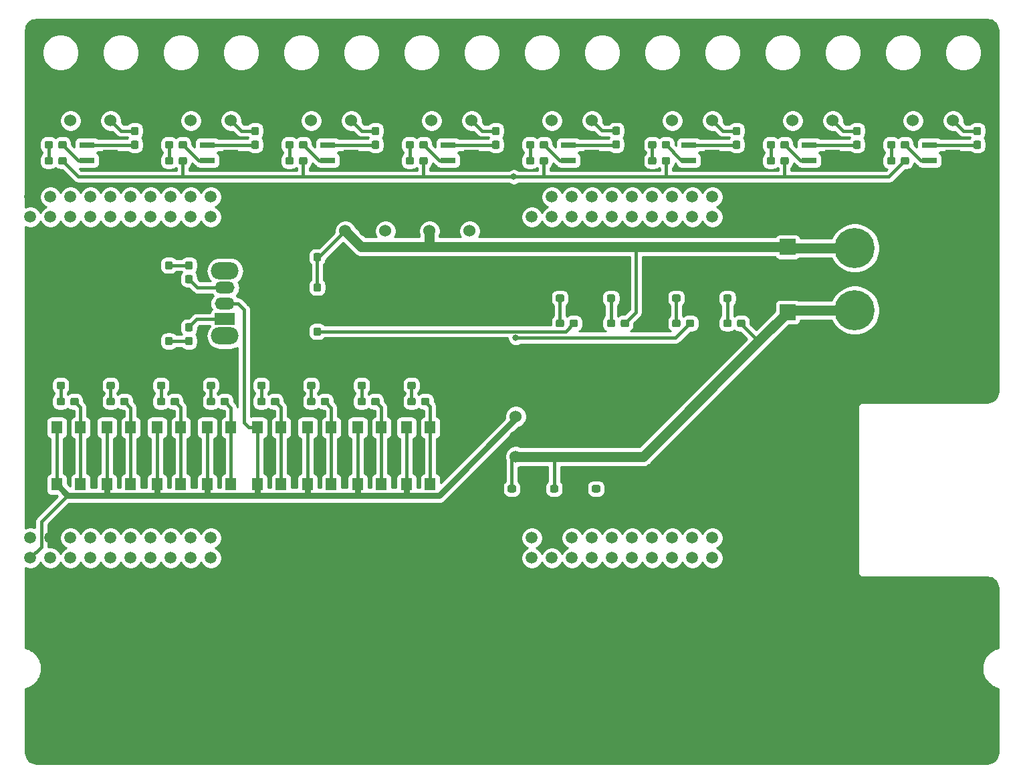
<source format=gbr>
G04 #@! TF.GenerationSoftware,KiCad,Pcbnew,(5.1.4)-1*
G04 #@! TF.CreationDate,2020-11-27T16:32:11-06:00*
G04 #@! TF.ProjectId,gimble_board,67696d62-6c65-45f6-926f-6172642e6b69,rev?*
G04 #@! TF.SameCoordinates,Original*
G04 #@! TF.FileFunction,Copper,L1,Top*
G04 #@! TF.FilePolarity,Positive*
%FSLAX46Y46*%
G04 Gerber Fmt 4.6, Leading zero omitted, Abs format (unit mm)*
G04 Created by KiCad (PCBNEW (5.1.4)-1) date 2020-11-27 16:32:11*
%MOMM*%
%LPD*%
G04 APERTURE LIST*
%ADD10C,1.520000*%
%ADD11C,0.100000*%
%ADD12C,0.950000*%
%ADD13R,2.000000X2.000000*%
%ADD14R,1.900000X0.800000*%
%ADD15R,1.400000X1.600000*%
%ADD16R,2.500000X1.500000*%
%ADD17O,2.500000X1.500000*%
%ADD18O,3.500000X2.200000*%
%ADD19C,5.080000*%
%ADD20C,1.524000*%
%ADD21C,0.800000*%
%ADD22C,0.381000*%
%ADD23C,1.270000*%
%ADD24C,0.762000*%
%ADD25C,0.254000*%
G04 APERTURE END LIST*
D10*
X110490000Y-119380000D03*
X133350000Y-73660000D03*
X130810000Y-73660000D03*
X123190000Y-73660000D03*
X120650000Y-116840000D03*
X125730000Y-73660000D03*
X128270000Y-73660000D03*
X125730000Y-119380000D03*
X130810000Y-116840000D03*
X120650000Y-73660000D03*
X118110000Y-73660000D03*
X130810000Y-119380000D03*
X125730000Y-116840000D03*
X123190000Y-116840000D03*
X110490000Y-116840000D03*
X113030000Y-116840000D03*
X115570000Y-116840000D03*
X118110000Y-116840000D03*
X128270000Y-116840000D03*
X133350000Y-116840000D03*
X113030000Y-119380000D03*
X115570000Y-119380000D03*
X118110000Y-119380000D03*
X120650000Y-119380000D03*
X123190000Y-119380000D03*
X128270000Y-119380000D03*
X133350000Y-119380000D03*
X110490000Y-76200000D03*
X113030000Y-76200000D03*
X115570000Y-76200000D03*
X118110000Y-76200000D03*
X120650000Y-76200000D03*
X123190000Y-76200000D03*
X125730000Y-76200000D03*
X128270000Y-76200000D03*
X130810000Y-76200000D03*
X133350000Y-76200000D03*
X110490000Y-73660000D03*
X113030000Y-73660000D03*
X115570000Y-73660000D03*
X46990000Y-116840000D03*
X49530000Y-116840000D03*
X52070000Y-116840000D03*
X54610000Y-116840000D03*
X57150000Y-116840000D03*
X59690000Y-116840000D03*
X62230000Y-116840000D03*
X64770000Y-116840000D03*
X67310000Y-116840000D03*
X69850000Y-116840000D03*
X46990000Y-119380000D03*
X49530000Y-119380000D03*
X52070000Y-119380000D03*
X54610000Y-119380000D03*
X57150000Y-119380000D03*
X59690000Y-119380000D03*
X62230000Y-119380000D03*
X64770000Y-119380000D03*
X67310000Y-119380000D03*
X69850000Y-119380000D03*
X46990000Y-76200000D03*
X49530000Y-76200000D03*
X52070000Y-76200000D03*
X54610000Y-76200000D03*
X57150000Y-76200000D03*
X59690000Y-76200000D03*
X62230000Y-76200000D03*
X64770000Y-76200000D03*
X67310000Y-76200000D03*
X69850000Y-76200000D03*
X46990000Y-73660000D03*
X49530000Y-73660000D03*
X52070000Y-73660000D03*
X54610000Y-73660000D03*
X57150000Y-73660000D03*
X59690000Y-73660000D03*
X62230000Y-73660000D03*
X64770000Y-73660000D03*
X67310000Y-73660000D03*
X69850000Y-73660000D03*
D11*
G36*
X89238779Y-97062144D02*
G01*
X89261834Y-97065563D01*
X89284443Y-97071227D01*
X89306387Y-97079079D01*
X89327457Y-97089044D01*
X89347448Y-97101026D01*
X89366168Y-97114910D01*
X89383438Y-97130562D01*
X89399090Y-97147832D01*
X89412974Y-97166552D01*
X89424956Y-97186543D01*
X89434921Y-97207613D01*
X89442773Y-97229557D01*
X89448437Y-97252166D01*
X89451856Y-97275221D01*
X89453000Y-97298500D01*
X89453000Y-97773500D01*
X89451856Y-97796779D01*
X89448437Y-97819834D01*
X89442773Y-97842443D01*
X89434921Y-97864387D01*
X89424956Y-97885457D01*
X89412974Y-97905448D01*
X89399090Y-97924168D01*
X89383438Y-97941438D01*
X89366168Y-97957090D01*
X89347448Y-97970974D01*
X89327457Y-97982956D01*
X89306387Y-97992921D01*
X89284443Y-98000773D01*
X89261834Y-98006437D01*
X89238779Y-98009856D01*
X89215500Y-98011000D01*
X88640500Y-98011000D01*
X88617221Y-98009856D01*
X88594166Y-98006437D01*
X88571557Y-98000773D01*
X88549613Y-97992921D01*
X88528543Y-97982956D01*
X88508552Y-97970974D01*
X88489832Y-97957090D01*
X88472562Y-97941438D01*
X88456910Y-97924168D01*
X88443026Y-97905448D01*
X88431044Y-97885457D01*
X88421079Y-97864387D01*
X88413227Y-97842443D01*
X88407563Y-97819834D01*
X88404144Y-97796779D01*
X88403000Y-97773500D01*
X88403000Y-97298500D01*
X88404144Y-97275221D01*
X88407563Y-97252166D01*
X88413227Y-97229557D01*
X88421079Y-97207613D01*
X88431044Y-97186543D01*
X88443026Y-97166552D01*
X88456910Y-97147832D01*
X88472562Y-97130562D01*
X88489832Y-97114910D01*
X88508552Y-97101026D01*
X88528543Y-97089044D01*
X88549613Y-97079079D01*
X88571557Y-97071227D01*
X88594166Y-97065563D01*
X88617221Y-97062144D01*
X88640500Y-97061000D01*
X89215500Y-97061000D01*
X89238779Y-97062144D01*
X89238779Y-97062144D01*
G37*
D12*
X88928000Y-97536000D03*
D11*
G36*
X90988779Y-97062144D02*
G01*
X91011834Y-97065563D01*
X91034443Y-97071227D01*
X91056387Y-97079079D01*
X91077457Y-97089044D01*
X91097448Y-97101026D01*
X91116168Y-97114910D01*
X91133438Y-97130562D01*
X91149090Y-97147832D01*
X91162974Y-97166552D01*
X91174956Y-97186543D01*
X91184921Y-97207613D01*
X91192773Y-97229557D01*
X91198437Y-97252166D01*
X91201856Y-97275221D01*
X91203000Y-97298500D01*
X91203000Y-97773500D01*
X91201856Y-97796779D01*
X91198437Y-97819834D01*
X91192773Y-97842443D01*
X91184921Y-97864387D01*
X91174956Y-97885457D01*
X91162974Y-97905448D01*
X91149090Y-97924168D01*
X91133438Y-97941438D01*
X91116168Y-97957090D01*
X91097448Y-97970974D01*
X91077457Y-97982956D01*
X91056387Y-97992921D01*
X91034443Y-98000773D01*
X91011834Y-98006437D01*
X90988779Y-98009856D01*
X90965500Y-98011000D01*
X90390500Y-98011000D01*
X90367221Y-98009856D01*
X90344166Y-98006437D01*
X90321557Y-98000773D01*
X90299613Y-97992921D01*
X90278543Y-97982956D01*
X90258552Y-97970974D01*
X90239832Y-97957090D01*
X90222562Y-97941438D01*
X90206910Y-97924168D01*
X90193026Y-97905448D01*
X90181044Y-97885457D01*
X90171079Y-97864387D01*
X90163227Y-97842443D01*
X90157563Y-97819834D01*
X90154144Y-97796779D01*
X90153000Y-97773500D01*
X90153000Y-97298500D01*
X90154144Y-97275221D01*
X90157563Y-97252166D01*
X90163227Y-97229557D01*
X90171079Y-97207613D01*
X90181044Y-97186543D01*
X90193026Y-97166552D01*
X90206910Y-97147832D01*
X90222562Y-97130562D01*
X90239832Y-97114910D01*
X90258552Y-97101026D01*
X90278543Y-97089044D01*
X90299613Y-97079079D01*
X90321557Y-97071227D01*
X90344166Y-97065563D01*
X90367221Y-97062144D01*
X90390500Y-97061000D01*
X90965500Y-97061000D01*
X90988779Y-97062144D01*
X90988779Y-97062144D01*
G37*
D12*
X90678000Y-97536000D03*
D11*
G36*
X108260779Y-110143144D02*
G01*
X108283834Y-110146563D01*
X108306443Y-110152227D01*
X108328387Y-110160079D01*
X108349457Y-110170044D01*
X108369448Y-110182026D01*
X108388168Y-110195910D01*
X108405438Y-110211562D01*
X108421090Y-110228832D01*
X108434974Y-110247552D01*
X108446956Y-110267543D01*
X108456921Y-110288613D01*
X108464773Y-110310557D01*
X108470437Y-110333166D01*
X108473856Y-110356221D01*
X108475000Y-110379500D01*
X108475000Y-110854500D01*
X108473856Y-110877779D01*
X108470437Y-110900834D01*
X108464773Y-110923443D01*
X108456921Y-110945387D01*
X108446956Y-110966457D01*
X108434974Y-110986448D01*
X108421090Y-111005168D01*
X108405438Y-111022438D01*
X108388168Y-111038090D01*
X108369448Y-111051974D01*
X108349457Y-111063956D01*
X108328387Y-111073921D01*
X108306443Y-111081773D01*
X108283834Y-111087437D01*
X108260779Y-111090856D01*
X108237500Y-111092000D01*
X107662500Y-111092000D01*
X107639221Y-111090856D01*
X107616166Y-111087437D01*
X107593557Y-111081773D01*
X107571613Y-111073921D01*
X107550543Y-111063956D01*
X107530552Y-111051974D01*
X107511832Y-111038090D01*
X107494562Y-111022438D01*
X107478910Y-111005168D01*
X107465026Y-110986448D01*
X107453044Y-110966457D01*
X107443079Y-110945387D01*
X107435227Y-110923443D01*
X107429563Y-110900834D01*
X107426144Y-110877779D01*
X107425000Y-110854500D01*
X107425000Y-110379500D01*
X107426144Y-110356221D01*
X107429563Y-110333166D01*
X107435227Y-110310557D01*
X107443079Y-110288613D01*
X107453044Y-110267543D01*
X107465026Y-110247552D01*
X107478910Y-110228832D01*
X107494562Y-110211562D01*
X107511832Y-110195910D01*
X107530552Y-110182026D01*
X107550543Y-110170044D01*
X107571613Y-110160079D01*
X107593557Y-110152227D01*
X107616166Y-110146563D01*
X107639221Y-110143144D01*
X107662500Y-110142000D01*
X108237500Y-110142000D01*
X108260779Y-110143144D01*
X108260779Y-110143144D01*
G37*
D12*
X107950000Y-110617000D03*
D11*
G36*
X110010779Y-110143144D02*
G01*
X110033834Y-110146563D01*
X110056443Y-110152227D01*
X110078387Y-110160079D01*
X110099457Y-110170044D01*
X110119448Y-110182026D01*
X110138168Y-110195910D01*
X110155438Y-110211562D01*
X110171090Y-110228832D01*
X110184974Y-110247552D01*
X110196956Y-110267543D01*
X110206921Y-110288613D01*
X110214773Y-110310557D01*
X110220437Y-110333166D01*
X110223856Y-110356221D01*
X110225000Y-110379500D01*
X110225000Y-110854500D01*
X110223856Y-110877779D01*
X110220437Y-110900834D01*
X110214773Y-110923443D01*
X110206921Y-110945387D01*
X110196956Y-110966457D01*
X110184974Y-110986448D01*
X110171090Y-111005168D01*
X110155438Y-111022438D01*
X110138168Y-111038090D01*
X110119448Y-111051974D01*
X110099457Y-111063956D01*
X110078387Y-111073921D01*
X110056443Y-111081773D01*
X110033834Y-111087437D01*
X110010779Y-111090856D01*
X109987500Y-111092000D01*
X109412500Y-111092000D01*
X109389221Y-111090856D01*
X109366166Y-111087437D01*
X109343557Y-111081773D01*
X109321613Y-111073921D01*
X109300543Y-111063956D01*
X109280552Y-111051974D01*
X109261832Y-111038090D01*
X109244562Y-111022438D01*
X109228910Y-111005168D01*
X109215026Y-110986448D01*
X109203044Y-110966457D01*
X109193079Y-110945387D01*
X109185227Y-110923443D01*
X109179563Y-110900834D01*
X109176144Y-110877779D01*
X109175000Y-110854500D01*
X109175000Y-110379500D01*
X109176144Y-110356221D01*
X109179563Y-110333166D01*
X109185227Y-110310557D01*
X109193079Y-110288613D01*
X109203044Y-110267543D01*
X109215026Y-110247552D01*
X109228910Y-110228832D01*
X109244562Y-110211562D01*
X109261832Y-110195910D01*
X109280552Y-110182026D01*
X109300543Y-110170044D01*
X109321613Y-110160079D01*
X109343557Y-110152227D01*
X109366166Y-110146563D01*
X109389221Y-110143144D01*
X109412500Y-110142000D01*
X109987500Y-110142000D01*
X110010779Y-110143144D01*
X110010779Y-110143144D01*
G37*
D12*
X109700000Y-110617000D03*
D11*
G36*
X83572779Y-86344144D02*
G01*
X83595834Y-86347563D01*
X83618443Y-86353227D01*
X83640387Y-86361079D01*
X83661457Y-86371044D01*
X83681448Y-86383026D01*
X83700168Y-86396910D01*
X83717438Y-86412562D01*
X83733090Y-86429832D01*
X83746974Y-86448552D01*
X83758956Y-86468543D01*
X83768921Y-86489613D01*
X83776773Y-86511557D01*
X83782437Y-86534166D01*
X83785856Y-86557221D01*
X83787000Y-86580500D01*
X83787000Y-87155500D01*
X83785856Y-87178779D01*
X83782437Y-87201834D01*
X83776773Y-87224443D01*
X83768921Y-87246387D01*
X83758956Y-87267457D01*
X83746974Y-87287448D01*
X83733090Y-87306168D01*
X83717438Y-87323438D01*
X83700168Y-87339090D01*
X83681448Y-87352974D01*
X83661457Y-87364956D01*
X83640387Y-87374921D01*
X83618443Y-87382773D01*
X83595834Y-87388437D01*
X83572779Y-87391856D01*
X83549500Y-87393000D01*
X83074500Y-87393000D01*
X83051221Y-87391856D01*
X83028166Y-87388437D01*
X83005557Y-87382773D01*
X82983613Y-87374921D01*
X82962543Y-87364956D01*
X82942552Y-87352974D01*
X82923832Y-87339090D01*
X82906562Y-87323438D01*
X82890910Y-87306168D01*
X82877026Y-87287448D01*
X82865044Y-87267457D01*
X82855079Y-87246387D01*
X82847227Y-87224443D01*
X82841563Y-87201834D01*
X82838144Y-87178779D01*
X82837000Y-87155500D01*
X82837000Y-86580500D01*
X82838144Y-86557221D01*
X82841563Y-86534166D01*
X82847227Y-86511557D01*
X82855079Y-86489613D01*
X82865044Y-86468543D01*
X82877026Y-86448552D01*
X82890910Y-86429832D01*
X82906562Y-86412562D01*
X82923832Y-86396910D01*
X82942552Y-86383026D01*
X82962543Y-86371044D01*
X82983613Y-86361079D01*
X83005557Y-86353227D01*
X83028166Y-86347563D01*
X83051221Y-86344144D01*
X83074500Y-86343000D01*
X83549500Y-86343000D01*
X83572779Y-86344144D01*
X83572779Y-86344144D01*
G37*
D12*
X83312000Y-86868000D03*
D11*
G36*
X83572779Y-84594144D02*
G01*
X83595834Y-84597563D01*
X83618443Y-84603227D01*
X83640387Y-84611079D01*
X83661457Y-84621044D01*
X83681448Y-84633026D01*
X83700168Y-84646910D01*
X83717438Y-84662562D01*
X83733090Y-84679832D01*
X83746974Y-84698552D01*
X83758956Y-84718543D01*
X83768921Y-84739613D01*
X83776773Y-84761557D01*
X83782437Y-84784166D01*
X83785856Y-84807221D01*
X83787000Y-84830500D01*
X83787000Y-85405500D01*
X83785856Y-85428779D01*
X83782437Y-85451834D01*
X83776773Y-85474443D01*
X83768921Y-85496387D01*
X83758956Y-85517457D01*
X83746974Y-85537448D01*
X83733090Y-85556168D01*
X83717438Y-85573438D01*
X83700168Y-85589090D01*
X83681448Y-85602974D01*
X83661457Y-85614956D01*
X83640387Y-85624921D01*
X83618443Y-85632773D01*
X83595834Y-85638437D01*
X83572779Y-85641856D01*
X83549500Y-85643000D01*
X83074500Y-85643000D01*
X83051221Y-85641856D01*
X83028166Y-85638437D01*
X83005557Y-85632773D01*
X82983613Y-85624921D01*
X82962543Y-85614956D01*
X82942552Y-85602974D01*
X82923832Y-85589090D01*
X82906562Y-85573438D01*
X82890910Y-85556168D01*
X82877026Y-85537448D01*
X82865044Y-85517457D01*
X82855079Y-85496387D01*
X82847227Y-85474443D01*
X82841563Y-85451834D01*
X82838144Y-85428779D01*
X82837000Y-85405500D01*
X82837000Y-84830500D01*
X82838144Y-84807221D01*
X82841563Y-84784166D01*
X82847227Y-84761557D01*
X82855079Y-84739613D01*
X82865044Y-84718543D01*
X82877026Y-84698552D01*
X82890910Y-84679832D01*
X82906562Y-84662562D01*
X82923832Y-84646910D01*
X82942552Y-84633026D01*
X82962543Y-84621044D01*
X82983613Y-84611079D01*
X83005557Y-84603227D01*
X83028166Y-84597563D01*
X83051221Y-84594144D01*
X83074500Y-84593000D01*
X83549500Y-84593000D01*
X83572779Y-84594144D01*
X83572779Y-84594144D01*
G37*
D12*
X83312000Y-85118000D03*
D11*
G36*
X51138779Y-97062144D02*
G01*
X51161834Y-97065563D01*
X51184443Y-97071227D01*
X51206387Y-97079079D01*
X51227457Y-97089044D01*
X51247448Y-97101026D01*
X51266168Y-97114910D01*
X51283438Y-97130562D01*
X51299090Y-97147832D01*
X51312974Y-97166552D01*
X51324956Y-97186543D01*
X51334921Y-97207613D01*
X51342773Y-97229557D01*
X51348437Y-97252166D01*
X51351856Y-97275221D01*
X51353000Y-97298500D01*
X51353000Y-97773500D01*
X51351856Y-97796779D01*
X51348437Y-97819834D01*
X51342773Y-97842443D01*
X51334921Y-97864387D01*
X51324956Y-97885457D01*
X51312974Y-97905448D01*
X51299090Y-97924168D01*
X51283438Y-97941438D01*
X51266168Y-97957090D01*
X51247448Y-97970974D01*
X51227457Y-97982956D01*
X51206387Y-97992921D01*
X51184443Y-98000773D01*
X51161834Y-98006437D01*
X51138779Y-98009856D01*
X51115500Y-98011000D01*
X50540500Y-98011000D01*
X50517221Y-98009856D01*
X50494166Y-98006437D01*
X50471557Y-98000773D01*
X50449613Y-97992921D01*
X50428543Y-97982956D01*
X50408552Y-97970974D01*
X50389832Y-97957090D01*
X50372562Y-97941438D01*
X50356910Y-97924168D01*
X50343026Y-97905448D01*
X50331044Y-97885457D01*
X50321079Y-97864387D01*
X50313227Y-97842443D01*
X50307563Y-97819834D01*
X50304144Y-97796779D01*
X50303000Y-97773500D01*
X50303000Y-97298500D01*
X50304144Y-97275221D01*
X50307563Y-97252166D01*
X50313227Y-97229557D01*
X50321079Y-97207613D01*
X50331044Y-97186543D01*
X50343026Y-97166552D01*
X50356910Y-97147832D01*
X50372562Y-97130562D01*
X50389832Y-97114910D01*
X50408552Y-97101026D01*
X50428543Y-97089044D01*
X50449613Y-97079079D01*
X50471557Y-97071227D01*
X50494166Y-97065563D01*
X50517221Y-97062144D01*
X50540500Y-97061000D01*
X51115500Y-97061000D01*
X51138779Y-97062144D01*
X51138779Y-97062144D01*
G37*
D12*
X50828000Y-97536000D03*
D11*
G36*
X52888779Y-97062144D02*
G01*
X52911834Y-97065563D01*
X52934443Y-97071227D01*
X52956387Y-97079079D01*
X52977457Y-97089044D01*
X52997448Y-97101026D01*
X53016168Y-97114910D01*
X53033438Y-97130562D01*
X53049090Y-97147832D01*
X53062974Y-97166552D01*
X53074956Y-97186543D01*
X53084921Y-97207613D01*
X53092773Y-97229557D01*
X53098437Y-97252166D01*
X53101856Y-97275221D01*
X53103000Y-97298500D01*
X53103000Y-97773500D01*
X53101856Y-97796779D01*
X53098437Y-97819834D01*
X53092773Y-97842443D01*
X53084921Y-97864387D01*
X53074956Y-97885457D01*
X53062974Y-97905448D01*
X53049090Y-97924168D01*
X53033438Y-97941438D01*
X53016168Y-97957090D01*
X52997448Y-97970974D01*
X52977457Y-97982956D01*
X52956387Y-97992921D01*
X52934443Y-98000773D01*
X52911834Y-98006437D01*
X52888779Y-98009856D01*
X52865500Y-98011000D01*
X52290500Y-98011000D01*
X52267221Y-98009856D01*
X52244166Y-98006437D01*
X52221557Y-98000773D01*
X52199613Y-97992921D01*
X52178543Y-97982956D01*
X52158552Y-97970974D01*
X52139832Y-97957090D01*
X52122562Y-97941438D01*
X52106910Y-97924168D01*
X52093026Y-97905448D01*
X52081044Y-97885457D01*
X52071079Y-97864387D01*
X52063227Y-97842443D01*
X52057563Y-97819834D01*
X52054144Y-97796779D01*
X52053000Y-97773500D01*
X52053000Y-97298500D01*
X52054144Y-97275221D01*
X52057563Y-97252166D01*
X52063227Y-97229557D01*
X52071079Y-97207613D01*
X52081044Y-97186543D01*
X52093026Y-97166552D01*
X52106910Y-97147832D01*
X52122562Y-97130562D01*
X52139832Y-97114910D01*
X52158552Y-97101026D01*
X52178543Y-97089044D01*
X52199613Y-97079079D01*
X52221557Y-97071227D01*
X52244166Y-97065563D01*
X52267221Y-97062144D01*
X52290500Y-97061000D01*
X52865500Y-97061000D01*
X52888779Y-97062144D01*
X52888779Y-97062144D01*
G37*
D12*
X52578000Y-97536000D03*
D11*
G36*
X59210779Y-97062144D02*
G01*
X59233834Y-97065563D01*
X59256443Y-97071227D01*
X59278387Y-97079079D01*
X59299457Y-97089044D01*
X59319448Y-97101026D01*
X59338168Y-97114910D01*
X59355438Y-97130562D01*
X59371090Y-97147832D01*
X59384974Y-97166552D01*
X59396956Y-97186543D01*
X59406921Y-97207613D01*
X59414773Y-97229557D01*
X59420437Y-97252166D01*
X59423856Y-97275221D01*
X59425000Y-97298500D01*
X59425000Y-97773500D01*
X59423856Y-97796779D01*
X59420437Y-97819834D01*
X59414773Y-97842443D01*
X59406921Y-97864387D01*
X59396956Y-97885457D01*
X59384974Y-97905448D01*
X59371090Y-97924168D01*
X59355438Y-97941438D01*
X59338168Y-97957090D01*
X59319448Y-97970974D01*
X59299457Y-97982956D01*
X59278387Y-97992921D01*
X59256443Y-98000773D01*
X59233834Y-98006437D01*
X59210779Y-98009856D01*
X59187500Y-98011000D01*
X58612500Y-98011000D01*
X58589221Y-98009856D01*
X58566166Y-98006437D01*
X58543557Y-98000773D01*
X58521613Y-97992921D01*
X58500543Y-97982956D01*
X58480552Y-97970974D01*
X58461832Y-97957090D01*
X58444562Y-97941438D01*
X58428910Y-97924168D01*
X58415026Y-97905448D01*
X58403044Y-97885457D01*
X58393079Y-97864387D01*
X58385227Y-97842443D01*
X58379563Y-97819834D01*
X58376144Y-97796779D01*
X58375000Y-97773500D01*
X58375000Y-97298500D01*
X58376144Y-97275221D01*
X58379563Y-97252166D01*
X58385227Y-97229557D01*
X58393079Y-97207613D01*
X58403044Y-97186543D01*
X58415026Y-97166552D01*
X58428910Y-97147832D01*
X58444562Y-97130562D01*
X58461832Y-97114910D01*
X58480552Y-97101026D01*
X58500543Y-97089044D01*
X58521613Y-97079079D01*
X58543557Y-97071227D01*
X58566166Y-97065563D01*
X58589221Y-97062144D01*
X58612500Y-97061000D01*
X59187500Y-97061000D01*
X59210779Y-97062144D01*
X59210779Y-97062144D01*
G37*
D12*
X58900000Y-97536000D03*
D11*
G36*
X57460779Y-97062144D02*
G01*
X57483834Y-97065563D01*
X57506443Y-97071227D01*
X57528387Y-97079079D01*
X57549457Y-97089044D01*
X57569448Y-97101026D01*
X57588168Y-97114910D01*
X57605438Y-97130562D01*
X57621090Y-97147832D01*
X57634974Y-97166552D01*
X57646956Y-97186543D01*
X57656921Y-97207613D01*
X57664773Y-97229557D01*
X57670437Y-97252166D01*
X57673856Y-97275221D01*
X57675000Y-97298500D01*
X57675000Y-97773500D01*
X57673856Y-97796779D01*
X57670437Y-97819834D01*
X57664773Y-97842443D01*
X57656921Y-97864387D01*
X57646956Y-97885457D01*
X57634974Y-97905448D01*
X57621090Y-97924168D01*
X57605438Y-97941438D01*
X57588168Y-97957090D01*
X57569448Y-97970974D01*
X57549457Y-97982956D01*
X57528387Y-97992921D01*
X57506443Y-98000773D01*
X57483834Y-98006437D01*
X57460779Y-98009856D01*
X57437500Y-98011000D01*
X56862500Y-98011000D01*
X56839221Y-98009856D01*
X56816166Y-98006437D01*
X56793557Y-98000773D01*
X56771613Y-97992921D01*
X56750543Y-97982956D01*
X56730552Y-97970974D01*
X56711832Y-97957090D01*
X56694562Y-97941438D01*
X56678910Y-97924168D01*
X56665026Y-97905448D01*
X56653044Y-97885457D01*
X56643079Y-97864387D01*
X56635227Y-97842443D01*
X56629563Y-97819834D01*
X56626144Y-97796779D01*
X56625000Y-97773500D01*
X56625000Y-97298500D01*
X56626144Y-97275221D01*
X56629563Y-97252166D01*
X56635227Y-97229557D01*
X56643079Y-97207613D01*
X56653044Y-97186543D01*
X56665026Y-97166552D01*
X56678910Y-97147832D01*
X56694562Y-97130562D01*
X56711832Y-97114910D01*
X56730552Y-97101026D01*
X56750543Y-97089044D01*
X56771613Y-97079079D01*
X56793557Y-97071227D01*
X56816166Y-97065563D01*
X56839221Y-97062144D01*
X56862500Y-97061000D01*
X57437500Y-97061000D01*
X57460779Y-97062144D01*
X57460779Y-97062144D01*
G37*
D12*
X57150000Y-97536000D03*
D11*
G36*
X65588779Y-97062144D02*
G01*
X65611834Y-97065563D01*
X65634443Y-97071227D01*
X65656387Y-97079079D01*
X65677457Y-97089044D01*
X65697448Y-97101026D01*
X65716168Y-97114910D01*
X65733438Y-97130562D01*
X65749090Y-97147832D01*
X65762974Y-97166552D01*
X65774956Y-97186543D01*
X65784921Y-97207613D01*
X65792773Y-97229557D01*
X65798437Y-97252166D01*
X65801856Y-97275221D01*
X65803000Y-97298500D01*
X65803000Y-97773500D01*
X65801856Y-97796779D01*
X65798437Y-97819834D01*
X65792773Y-97842443D01*
X65784921Y-97864387D01*
X65774956Y-97885457D01*
X65762974Y-97905448D01*
X65749090Y-97924168D01*
X65733438Y-97941438D01*
X65716168Y-97957090D01*
X65697448Y-97970974D01*
X65677457Y-97982956D01*
X65656387Y-97992921D01*
X65634443Y-98000773D01*
X65611834Y-98006437D01*
X65588779Y-98009856D01*
X65565500Y-98011000D01*
X64990500Y-98011000D01*
X64967221Y-98009856D01*
X64944166Y-98006437D01*
X64921557Y-98000773D01*
X64899613Y-97992921D01*
X64878543Y-97982956D01*
X64858552Y-97970974D01*
X64839832Y-97957090D01*
X64822562Y-97941438D01*
X64806910Y-97924168D01*
X64793026Y-97905448D01*
X64781044Y-97885457D01*
X64771079Y-97864387D01*
X64763227Y-97842443D01*
X64757563Y-97819834D01*
X64754144Y-97796779D01*
X64753000Y-97773500D01*
X64753000Y-97298500D01*
X64754144Y-97275221D01*
X64757563Y-97252166D01*
X64763227Y-97229557D01*
X64771079Y-97207613D01*
X64781044Y-97186543D01*
X64793026Y-97166552D01*
X64806910Y-97147832D01*
X64822562Y-97130562D01*
X64839832Y-97114910D01*
X64858552Y-97101026D01*
X64878543Y-97089044D01*
X64899613Y-97079079D01*
X64921557Y-97071227D01*
X64944166Y-97065563D01*
X64967221Y-97062144D01*
X64990500Y-97061000D01*
X65565500Y-97061000D01*
X65588779Y-97062144D01*
X65588779Y-97062144D01*
G37*
D12*
X65278000Y-97536000D03*
D11*
G36*
X63838779Y-97062144D02*
G01*
X63861834Y-97065563D01*
X63884443Y-97071227D01*
X63906387Y-97079079D01*
X63927457Y-97089044D01*
X63947448Y-97101026D01*
X63966168Y-97114910D01*
X63983438Y-97130562D01*
X63999090Y-97147832D01*
X64012974Y-97166552D01*
X64024956Y-97186543D01*
X64034921Y-97207613D01*
X64042773Y-97229557D01*
X64048437Y-97252166D01*
X64051856Y-97275221D01*
X64053000Y-97298500D01*
X64053000Y-97773500D01*
X64051856Y-97796779D01*
X64048437Y-97819834D01*
X64042773Y-97842443D01*
X64034921Y-97864387D01*
X64024956Y-97885457D01*
X64012974Y-97905448D01*
X63999090Y-97924168D01*
X63983438Y-97941438D01*
X63966168Y-97957090D01*
X63947448Y-97970974D01*
X63927457Y-97982956D01*
X63906387Y-97992921D01*
X63884443Y-98000773D01*
X63861834Y-98006437D01*
X63838779Y-98009856D01*
X63815500Y-98011000D01*
X63240500Y-98011000D01*
X63217221Y-98009856D01*
X63194166Y-98006437D01*
X63171557Y-98000773D01*
X63149613Y-97992921D01*
X63128543Y-97982956D01*
X63108552Y-97970974D01*
X63089832Y-97957090D01*
X63072562Y-97941438D01*
X63056910Y-97924168D01*
X63043026Y-97905448D01*
X63031044Y-97885457D01*
X63021079Y-97864387D01*
X63013227Y-97842443D01*
X63007563Y-97819834D01*
X63004144Y-97796779D01*
X63003000Y-97773500D01*
X63003000Y-97298500D01*
X63004144Y-97275221D01*
X63007563Y-97252166D01*
X63013227Y-97229557D01*
X63021079Y-97207613D01*
X63031044Y-97186543D01*
X63043026Y-97166552D01*
X63056910Y-97147832D01*
X63072562Y-97130562D01*
X63089832Y-97114910D01*
X63108552Y-97101026D01*
X63128543Y-97089044D01*
X63149613Y-97079079D01*
X63171557Y-97071227D01*
X63194166Y-97065563D01*
X63217221Y-97062144D01*
X63240500Y-97061000D01*
X63815500Y-97061000D01*
X63838779Y-97062144D01*
X63838779Y-97062144D01*
G37*
D12*
X63528000Y-97536000D03*
D11*
G36*
X70160779Y-97062144D02*
G01*
X70183834Y-97065563D01*
X70206443Y-97071227D01*
X70228387Y-97079079D01*
X70249457Y-97089044D01*
X70269448Y-97101026D01*
X70288168Y-97114910D01*
X70305438Y-97130562D01*
X70321090Y-97147832D01*
X70334974Y-97166552D01*
X70346956Y-97186543D01*
X70356921Y-97207613D01*
X70364773Y-97229557D01*
X70370437Y-97252166D01*
X70373856Y-97275221D01*
X70375000Y-97298500D01*
X70375000Y-97773500D01*
X70373856Y-97796779D01*
X70370437Y-97819834D01*
X70364773Y-97842443D01*
X70356921Y-97864387D01*
X70346956Y-97885457D01*
X70334974Y-97905448D01*
X70321090Y-97924168D01*
X70305438Y-97941438D01*
X70288168Y-97957090D01*
X70269448Y-97970974D01*
X70249457Y-97982956D01*
X70228387Y-97992921D01*
X70206443Y-98000773D01*
X70183834Y-98006437D01*
X70160779Y-98009856D01*
X70137500Y-98011000D01*
X69562500Y-98011000D01*
X69539221Y-98009856D01*
X69516166Y-98006437D01*
X69493557Y-98000773D01*
X69471613Y-97992921D01*
X69450543Y-97982956D01*
X69430552Y-97970974D01*
X69411832Y-97957090D01*
X69394562Y-97941438D01*
X69378910Y-97924168D01*
X69365026Y-97905448D01*
X69353044Y-97885457D01*
X69343079Y-97864387D01*
X69335227Y-97842443D01*
X69329563Y-97819834D01*
X69326144Y-97796779D01*
X69325000Y-97773500D01*
X69325000Y-97298500D01*
X69326144Y-97275221D01*
X69329563Y-97252166D01*
X69335227Y-97229557D01*
X69343079Y-97207613D01*
X69353044Y-97186543D01*
X69365026Y-97166552D01*
X69378910Y-97147832D01*
X69394562Y-97130562D01*
X69411832Y-97114910D01*
X69430552Y-97101026D01*
X69450543Y-97089044D01*
X69471613Y-97079079D01*
X69493557Y-97071227D01*
X69516166Y-97065563D01*
X69539221Y-97062144D01*
X69562500Y-97061000D01*
X70137500Y-97061000D01*
X70160779Y-97062144D01*
X70160779Y-97062144D01*
G37*
D12*
X69850000Y-97536000D03*
D11*
G36*
X71910779Y-97062144D02*
G01*
X71933834Y-97065563D01*
X71956443Y-97071227D01*
X71978387Y-97079079D01*
X71999457Y-97089044D01*
X72019448Y-97101026D01*
X72038168Y-97114910D01*
X72055438Y-97130562D01*
X72071090Y-97147832D01*
X72084974Y-97166552D01*
X72096956Y-97186543D01*
X72106921Y-97207613D01*
X72114773Y-97229557D01*
X72120437Y-97252166D01*
X72123856Y-97275221D01*
X72125000Y-97298500D01*
X72125000Y-97773500D01*
X72123856Y-97796779D01*
X72120437Y-97819834D01*
X72114773Y-97842443D01*
X72106921Y-97864387D01*
X72096956Y-97885457D01*
X72084974Y-97905448D01*
X72071090Y-97924168D01*
X72055438Y-97941438D01*
X72038168Y-97957090D01*
X72019448Y-97970974D01*
X71999457Y-97982956D01*
X71978387Y-97992921D01*
X71956443Y-98000773D01*
X71933834Y-98006437D01*
X71910779Y-98009856D01*
X71887500Y-98011000D01*
X71312500Y-98011000D01*
X71289221Y-98009856D01*
X71266166Y-98006437D01*
X71243557Y-98000773D01*
X71221613Y-97992921D01*
X71200543Y-97982956D01*
X71180552Y-97970974D01*
X71161832Y-97957090D01*
X71144562Y-97941438D01*
X71128910Y-97924168D01*
X71115026Y-97905448D01*
X71103044Y-97885457D01*
X71093079Y-97864387D01*
X71085227Y-97842443D01*
X71079563Y-97819834D01*
X71076144Y-97796779D01*
X71075000Y-97773500D01*
X71075000Y-97298500D01*
X71076144Y-97275221D01*
X71079563Y-97252166D01*
X71085227Y-97229557D01*
X71093079Y-97207613D01*
X71103044Y-97186543D01*
X71115026Y-97166552D01*
X71128910Y-97147832D01*
X71144562Y-97130562D01*
X71161832Y-97114910D01*
X71180552Y-97101026D01*
X71200543Y-97089044D01*
X71221613Y-97079079D01*
X71243557Y-97071227D01*
X71266166Y-97065563D01*
X71289221Y-97062144D01*
X71312500Y-97061000D01*
X71887500Y-97061000D01*
X71910779Y-97062144D01*
X71910779Y-97062144D01*
G37*
D12*
X71600000Y-97536000D03*
D11*
G36*
X78288779Y-97062144D02*
G01*
X78311834Y-97065563D01*
X78334443Y-97071227D01*
X78356387Y-97079079D01*
X78377457Y-97089044D01*
X78397448Y-97101026D01*
X78416168Y-97114910D01*
X78433438Y-97130562D01*
X78449090Y-97147832D01*
X78462974Y-97166552D01*
X78474956Y-97186543D01*
X78484921Y-97207613D01*
X78492773Y-97229557D01*
X78498437Y-97252166D01*
X78501856Y-97275221D01*
X78503000Y-97298500D01*
X78503000Y-97773500D01*
X78501856Y-97796779D01*
X78498437Y-97819834D01*
X78492773Y-97842443D01*
X78484921Y-97864387D01*
X78474956Y-97885457D01*
X78462974Y-97905448D01*
X78449090Y-97924168D01*
X78433438Y-97941438D01*
X78416168Y-97957090D01*
X78397448Y-97970974D01*
X78377457Y-97982956D01*
X78356387Y-97992921D01*
X78334443Y-98000773D01*
X78311834Y-98006437D01*
X78288779Y-98009856D01*
X78265500Y-98011000D01*
X77690500Y-98011000D01*
X77667221Y-98009856D01*
X77644166Y-98006437D01*
X77621557Y-98000773D01*
X77599613Y-97992921D01*
X77578543Y-97982956D01*
X77558552Y-97970974D01*
X77539832Y-97957090D01*
X77522562Y-97941438D01*
X77506910Y-97924168D01*
X77493026Y-97905448D01*
X77481044Y-97885457D01*
X77471079Y-97864387D01*
X77463227Y-97842443D01*
X77457563Y-97819834D01*
X77454144Y-97796779D01*
X77453000Y-97773500D01*
X77453000Y-97298500D01*
X77454144Y-97275221D01*
X77457563Y-97252166D01*
X77463227Y-97229557D01*
X77471079Y-97207613D01*
X77481044Y-97186543D01*
X77493026Y-97166552D01*
X77506910Y-97147832D01*
X77522562Y-97130562D01*
X77539832Y-97114910D01*
X77558552Y-97101026D01*
X77578543Y-97089044D01*
X77599613Y-97079079D01*
X77621557Y-97071227D01*
X77644166Y-97065563D01*
X77667221Y-97062144D01*
X77690500Y-97061000D01*
X78265500Y-97061000D01*
X78288779Y-97062144D01*
X78288779Y-97062144D01*
G37*
D12*
X77978000Y-97536000D03*
D11*
G36*
X76538779Y-97062144D02*
G01*
X76561834Y-97065563D01*
X76584443Y-97071227D01*
X76606387Y-97079079D01*
X76627457Y-97089044D01*
X76647448Y-97101026D01*
X76666168Y-97114910D01*
X76683438Y-97130562D01*
X76699090Y-97147832D01*
X76712974Y-97166552D01*
X76724956Y-97186543D01*
X76734921Y-97207613D01*
X76742773Y-97229557D01*
X76748437Y-97252166D01*
X76751856Y-97275221D01*
X76753000Y-97298500D01*
X76753000Y-97773500D01*
X76751856Y-97796779D01*
X76748437Y-97819834D01*
X76742773Y-97842443D01*
X76734921Y-97864387D01*
X76724956Y-97885457D01*
X76712974Y-97905448D01*
X76699090Y-97924168D01*
X76683438Y-97941438D01*
X76666168Y-97957090D01*
X76647448Y-97970974D01*
X76627457Y-97982956D01*
X76606387Y-97992921D01*
X76584443Y-98000773D01*
X76561834Y-98006437D01*
X76538779Y-98009856D01*
X76515500Y-98011000D01*
X75940500Y-98011000D01*
X75917221Y-98009856D01*
X75894166Y-98006437D01*
X75871557Y-98000773D01*
X75849613Y-97992921D01*
X75828543Y-97982956D01*
X75808552Y-97970974D01*
X75789832Y-97957090D01*
X75772562Y-97941438D01*
X75756910Y-97924168D01*
X75743026Y-97905448D01*
X75731044Y-97885457D01*
X75721079Y-97864387D01*
X75713227Y-97842443D01*
X75707563Y-97819834D01*
X75704144Y-97796779D01*
X75703000Y-97773500D01*
X75703000Y-97298500D01*
X75704144Y-97275221D01*
X75707563Y-97252166D01*
X75713227Y-97229557D01*
X75721079Y-97207613D01*
X75731044Y-97186543D01*
X75743026Y-97166552D01*
X75756910Y-97147832D01*
X75772562Y-97130562D01*
X75789832Y-97114910D01*
X75808552Y-97101026D01*
X75828543Y-97089044D01*
X75849613Y-97079079D01*
X75871557Y-97071227D01*
X75894166Y-97065563D01*
X75917221Y-97062144D01*
X75940500Y-97061000D01*
X76515500Y-97061000D01*
X76538779Y-97062144D01*
X76538779Y-97062144D01*
G37*
D12*
X76228000Y-97536000D03*
D11*
G36*
X82860779Y-97062144D02*
G01*
X82883834Y-97065563D01*
X82906443Y-97071227D01*
X82928387Y-97079079D01*
X82949457Y-97089044D01*
X82969448Y-97101026D01*
X82988168Y-97114910D01*
X83005438Y-97130562D01*
X83021090Y-97147832D01*
X83034974Y-97166552D01*
X83046956Y-97186543D01*
X83056921Y-97207613D01*
X83064773Y-97229557D01*
X83070437Y-97252166D01*
X83073856Y-97275221D01*
X83075000Y-97298500D01*
X83075000Y-97773500D01*
X83073856Y-97796779D01*
X83070437Y-97819834D01*
X83064773Y-97842443D01*
X83056921Y-97864387D01*
X83046956Y-97885457D01*
X83034974Y-97905448D01*
X83021090Y-97924168D01*
X83005438Y-97941438D01*
X82988168Y-97957090D01*
X82969448Y-97970974D01*
X82949457Y-97982956D01*
X82928387Y-97992921D01*
X82906443Y-98000773D01*
X82883834Y-98006437D01*
X82860779Y-98009856D01*
X82837500Y-98011000D01*
X82262500Y-98011000D01*
X82239221Y-98009856D01*
X82216166Y-98006437D01*
X82193557Y-98000773D01*
X82171613Y-97992921D01*
X82150543Y-97982956D01*
X82130552Y-97970974D01*
X82111832Y-97957090D01*
X82094562Y-97941438D01*
X82078910Y-97924168D01*
X82065026Y-97905448D01*
X82053044Y-97885457D01*
X82043079Y-97864387D01*
X82035227Y-97842443D01*
X82029563Y-97819834D01*
X82026144Y-97796779D01*
X82025000Y-97773500D01*
X82025000Y-97298500D01*
X82026144Y-97275221D01*
X82029563Y-97252166D01*
X82035227Y-97229557D01*
X82043079Y-97207613D01*
X82053044Y-97186543D01*
X82065026Y-97166552D01*
X82078910Y-97147832D01*
X82094562Y-97130562D01*
X82111832Y-97114910D01*
X82130552Y-97101026D01*
X82150543Y-97089044D01*
X82171613Y-97079079D01*
X82193557Y-97071227D01*
X82216166Y-97065563D01*
X82239221Y-97062144D01*
X82262500Y-97061000D01*
X82837500Y-97061000D01*
X82860779Y-97062144D01*
X82860779Y-97062144D01*
G37*
D12*
X82550000Y-97536000D03*
D11*
G36*
X84610779Y-97062144D02*
G01*
X84633834Y-97065563D01*
X84656443Y-97071227D01*
X84678387Y-97079079D01*
X84699457Y-97089044D01*
X84719448Y-97101026D01*
X84738168Y-97114910D01*
X84755438Y-97130562D01*
X84771090Y-97147832D01*
X84784974Y-97166552D01*
X84796956Y-97186543D01*
X84806921Y-97207613D01*
X84814773Y-97229557D01*
X84820437Y-97252166D01*
X84823856Y-97275221D01*
X84825000Y-97298500D01*
X84825000Y-97773500D01*
X84823856Y-97796779D01*
X84820437Y-97819834D01*
X84814773Y-97842443D01*
X84806921Y-97864387D01*
X84796956Y-97885457D01*
X84784974Y-97905448D01*
X84771090Y-97924168D01*
X84755438Y-97941438D01*
X84738168Y-97957090D01*
X84719448Y-97970974D01*
X84699457Y-97982956D01*
X84678387Y-97992921D01*
X84656443Y-98000773D01*
X84633834Y-98006437D01*
X84610779Y-98009856D01*
X84587500Y-98011000D01*
X84012500Y-98011000D01*
X83989221Y-98009856D01*
X83966166Y-98006437D01*
X83943557Y-98000773D01*
X83921613Y-97992921D01*
X83900543Y-97982956D01*
X83880552Y-97970974D01*
X83861832Y-97957090D01*
X83844562Y-97941438D01*
X83828910Y-97924168D01*
X83815026Y-97905448D01*
X83803044Y-97885457D01*
X83793079Y-97864387D01*
X83785227Y-97842443D01*
X83779563Y-97819834D01*
X83776144Y-97796779D01*
X83775000Y-97773500D01*
X83775000Y-97298500D01*
X83776144Y-97275221D01*
X83779563Y-97252166D01*
X83785227Y-97229557D01*
X83793079Y-97207613D01*
X83803044Y-97186543D01*
X83815026Y-97166552D01*
X83828910Y-97147832D01*
X83844562Y-97130562D01*
X83861832Y-97114910D01*
X83880552Y-97101026D01*
X83900543Y-97089044D01*
X83921613Y-97079079D01*
X83943557Y-97071227D01*
X83966166Y-97065563D01*
X83989221Y-97062144D01*
X84012500Y-97061000D01*
X84587500Y-97061000D01*
X84610779Y-97062144D01*
X84610779Y-97062144D01*
G37*
D12*
X84300000Y-97536000D03*
D11*
G36*
X95560779Y-97062144D02*
G01*
X95583834Y-97065563D01*
X95606443Y-97071227D01*
X95628387Y-97079079D01*
X95649457Y-97089044D01*
X95669448Y-97101026D01*
X95688168Y-97114910D01*
X95705438Y-97130562D01*
X95721090Y-97147832D01*
X95734974Y-97166552D01*
X95746956Y-97186543D01*
X95756921Y-97207613D01*
X95764773Y-97229557D01*
X95770437Y-97252166D01*
X95773856Y-97275221D01*
X95775000Y-97298500D01*
X95775000Y-97773500D01*
X95773856Y-97796779D01*
X95770437Y-97819834D01*
X95764773Y-97842443D01*
X95756921Y-97864387D01*
X95746956Y-97885457D01*
X95734974Y-97905448D01*
X95721090Y-97924168D01*
X95705438Y-97941438D01*
X95688168Y-97957090D01*
X95669448Y-97970974D01*
X95649457Y-97982956D01*
X95628387Y-97992921D01*
X95606443Y-98000773D01*
X95583834Y-98006437D01*
X95560779Y-98009856D01*
X95537500Y-98011000D01*
X94962500Y-98011000D01*
X94939221Y-98009856D01*
X94916166Y-98006437D01*
X94893557Y-98000773D01*
X94871613Y-97992921D01*
X94850543Y-97982956D01*
X94830552Y-97970974D01*
X94811832Y-97957090D01*
X94794562Y-97941438D01*
X94778910Y-97924168D01*
X94765026Y-97905448D01*
X94753044Y-97885457D01*
X94743079Y-97864387D01*
X94735227Y-97842443D01*
X94729563Y-97819834D01*
X94726144Y-97796779D01*
X94725000Y-97773500D01*
X94725000Y-97298500D01*
X94726144Y-97275221D01*
X94729563Y-97252166D01*
X94735227Y-97229557D01*
X94743079Y-97207613D01*
X94753044Y-97186543D01*
X94765026Y-97166552D01*
X94778910Y-97147832D01*
X94794562Y-97130562D01*
X94811832Y-97114910D01*
X94830552Y-97101026D01*
X94850543Y-97089044D01*
X94871613Y-97079079D01*
X94893557Y-97071227D01*
X94916166Y-97065563D01*
X94939221Y-97062144D01*
X94962500Y-97061000D01*
X95537500Y-97061000D01*
X95560779Y-97062144D01*
X95560779Y-97062144D01*
G37*
D12*
X95250000Y-97536000D03*
D11*
G36*
X97310779Y-97062144D02*
G01*
X97333834Y-97065563D01*
X97356443Y-97071227D01*
X97378387Y-97079079D01*
X97399457Y-97089044D01*
X97419448Y-97101026D01*
X97438168Y-97114910D01*
X97455438Y-97130562D01*
X97471090Y-97147832D01*
X97484974Y-97166552D01*
X97496956Y-97186543D01*
X97506921Y-97207613D01*
X97514773Y-97229557D01*
X97520437Y-97252166D01*
X97523856Y-97275221D01*
X97525000Y-97298500D01*
X97525000Y-97773500D01*
X97523856Y-97796779D01*
X97520437Y-97819834D01*
X97514773Y-97842443D01*
X97506921Y-97864387D01*
X97496956Y-97885457D01*
X97484974Y-97905448D01*
X97471090Y-97924168D01*
X97455438Y-97941438D01*
X97438168Y-97957090D01*
X97419448Y-97970974D01*
X97399457Y-97982956D01*
X97378387Y-97992921D01*
X97356443Y-98000773D01*
X97333834Y-98006437D01*
X97310779Y-98009856D01*
X97287500Y-98011000D01*
X96712500Y-98011000D01*
X96689221Y-98009856D01*
X96666166Y-98006437D01*
X96643557Y-98000773D01*
X96621613Y-97992921D01*
X96600543Y-97982956D01*
X96580552Y-97970974D01*
X96561832Y-97957090D01*
X96544562Y-97941438D01*
X96528910Y-97924168D01*
X96515026Y-97905448D01*
X96503044Y-97885457D01*
X96493079Y-97864387D01*
X96485227Y-97842443D01*
X96479563Y-97819834D01*
X96476144Y-97796779D01*
X96475000Y-97773500D01*
X96475000Y-97298500D01*
X96476144Y-97275221D01*
X96479563Y-97252166D01*
X96485227Y-97229557D01*
X96493079Y-97207613D01*
X96503044Y-97186543D01*
X96515026Y-97166552D01*
X96528910Y-97147832D01*
X96544562Y-97130562D01*
X96561832Y-97114910D01*
X96580552Y-97101026D01*
X96600543Y-97089044D01*
X96621613Y-97079079D01*
X96643557Y-97071227D01*
X96666166Y-97065563D01*
X96689221Y-97062144D01*
X96712500Y-97061000D01*
X97287500Y-97061000D01*
X97310779Y-97062144D01*
X97310779Y-97062144D01*
G37*
D12*
X97000000Y-97536000D03*
D11*
G36*
X64776779Y-89646144D02*
G01*
X64799834Y-89649563D01*
X64822443Y-89655227D01*
X64844387Y-89663079D01*
X64865457Y-89673044D01*
X64885448Y-89685026D01*
X64904168Y-89698910D01*
X64921438Y-89714562D01*
X64937090Y-89731832D01*
X64950974Y-89750552D01*
X64962956Y-89770543D01*
X64972921Y-89791613D01*
X64980773Y-89813557D01*
X64986437Y-89836166D01*
X64989856Y-89859221D01*
X64991000Y-89882500D01*
X64991000Y-90457500D01*
X64989856Y-90480779D01*
X64986437Y-90503834D01*
X64980773Y-90526443D01*
X64972921Y-90548387D01*
X64962956Y-90569457D01*
X64950974Y-90589448D01*
X64937090Y-90608168D01*
X64921438Y-90625438D01*
X64904168Y-90641090D01*
X64885448Y-90654974D01*
X64865457Y-90666956D01*
X64844387Y-90676921D01*
X64822443Y-90684773D01*
X64799834Y-90690437D01*
X64776779Y-90693856D01*
X64753500Y-90695000D01*
X64278500Y-90695000D01*
X64255221Y-90693856D01*
X64232166Y-90690437D01*
X64209557Y-90684773D01*
X64187613Y-90676921D01*
X64166543Y-90666956D01*
X64146552Y-90654974D01*
X64127832Y-90641090D01*
X64110562Y-90625438D01*
X64094910Y-90608168D01*
X64081026Y-90589448D01*
X64069044Y-90569457D01*
X64059079Y-90548387D01*
X64051227Y-90526443D01*
X64045563Y-90503834D01*
X64042144Y-90480779D01*
X64041000Y-90457500D01*
X64041000Y-89882500D01*
X64042144Y-89859221D01*
X64045563Y-89836166D01*
X64051227Y-89813557D01*
X64059079Y-89791613D01*
X64069044Y-89770543D01*
X64081026Y-89750552D01*
X64094910Y-89731832D01*
X64110562Y-89714562D01*
X64127832Y-89698910D01*
X64146552Y-89685026D01*
X64166543Y-89673044D01*
X64187613Y-89663079D01*
X64209557Y-89655227D01*
X64232166Y-89649563D01*
X64255221Y-89646144D01*
X64278500Y-89645000D01*
X64753500Y-89645000D01*
X64776779Y-89646144D01*
X64776779Y-89646144D01*
G37*
D12*
X64516000Y-90170000D03*
D11*
G36*
X64776779Y-91396144D02*
G01*
X64799834Y-91399563D01*
X64822443Y-91405227D01*
X64844387Y-91413079D01*
X64865457Y-91423044D01*
X64885448Y-91435026D01*
X64904168Y-91448910D01*
X64921438Y-91464562D01*
X64937090Y-91481832D01*
X64950974Y-91500552D01*
X64962956Y-91520543D01*
X64972921Y-91541613D01*
X64980773Y-91563557D01*
X64986437Y-91586166D01*
X64989856Y-91609221D01*
X64991000Y-91632500D01*
X64991000Y-92207500D01*
X64989856Y-92230779D01*
X64986437Y-92253834D01*
X64980773Y-92276443D01*
X64972921Y-92298387D01*
X64962956Y-92319457D01*
X64950974Y-92339448D01*
X64937090Y-92358168D01*
X64921438Y-92375438D01*
X64904168Y-92391090D01*
X64885448Y-92404974D01*
X64865457Y-92416956D01*
X64844387Y-92426921D01*
X64822443Y-92434773D01*
X64799834Y-92440437D01*
X64776779Y-92443856D01*
X64753500Y-92445000D01*
X64278500Y-92445000D01*
X64255221Y-92443856D01*
X64232166Y-92440437D01*
X64209557Y-92434773D01*
X64187613Y-92426921D01*
X64166543Y-92416956D01*
X64146552Y-92404974D01*
X64127832Y-92391090D01*
X64110562Y-92375438D01*
X64094910Y-92358168D01*
X64081026Y-92339448D01*
X64069044Y-92319457D01*
X64059079Y-92298387D01*
X64051227Y-92276443D01*
X64045563Y-92253834D01*
X64042144Y-92230779D01*
X64041000Y-92207500D01*
X64041000Y-91632500D01*
X64042144Y-91609221D01*
X64045563Y-91586166D01*
X64051227Y-91563557D01*
X64059079Y-91541613D01*
X64069044Y-91520543D01*
X64081026Y-91500552D01*
X64094910Y-91481832D01*
X64110562Y-91464562D01*
X64127832Y-91448910D01*
X64146552Y-91435026D01*
X64166543Y-91423044D01*
X64187613Y-91413079D01*
X64209557Y-91405227D01*
X64232166Y-91399563D01*
X64255221Y-91396144D01*
X64278500Y-91395000D01*
X64753500Y-91395000D01*
X64776779Y-91396144D01*
X64776779Y-91396144D01*
G37*
D12*
X64516000Y-91920000D03*
D11*
G36*
X64776779Y-81800144D02*
G01*
X64799834Y-81803563D01*
X64822443Y-81809227D01*
X64844387Y-81817079D01*
X64865457Y-81827044D01*
X64885448Y-81839026D01*
X64904168Y-81852910D01*
X64921438Y-81868562D01*
X64937090Y-81885832D01*
X64950974Y-81904552D01*
X64962956Y-81924543D01*
X64972921Y-81945613D01*
X64980773Y-81967557D01*
X64986437Y-81990166D01*
X64989856Y-82013221D01*
X64991000Y-82036500D01*
X64991000Y-82611500D01*
X64989856Y-82634779D01*
X64986437Y-82657834D01*
X64980773Y-82680443D01*
X64972921Y-82702387D01*
X64962956Y-82723457D01*
X64950974Y-82743448D01*
X64937090Y-82762168D01*
X64921438Y-82779438D01*
X64904168Y-82795090D01*
X64885448Y-82808974D01*
X64865457Y-82820956D01*
X64844387Y-82830921D01*
X64822443Y-82838773D01*
X64799834Y-82844437D01*
X64776779Y-82847856D01*
X64753500Y-82849000D01*
X64278500Y-82849000D01*
X64255221Y-82847856D01*
X64232166Y-82844437D01*
X64209557Y-82838773D01*
X64187613Y-82830921D01*
X64166543Y-82820956D01*
X64146552Y-82808974D01*
X64127832Y-82795090D01*
X64110562Y-82779438D01*
X64094910Y-82762168D01*
X64081026Y-82743448D01*
X64069044Y-82723457D01*
X64059079Y-82702387D01*
X64051227Y-82680443D01*
X64045563Y-82657834D01*
X64042144Y-82634779D01*
X64041000Y-82611500D01*
X64041000Y-82036500D01*
X64042144Y-82013221D01*
X64045563Y-81990166D01*
X64051227Y-81967557D01*
X64059079Y-81945613D01*
X64069044Y-81924543D01*
X64081026Y-81904552D01*
X64094910Y-81885832D01*
X64110562Y-81868562D01*
X64127832Y-81852910D01*
X64146552Y-81839026D01*
X64166543Y-81827044D01*
X64187613Y-81817079D01*
X64209557Y-81809227D01*
X64232166Y-81803563D01*
X64255221Y-81800144D01*
X64278500Y-81799000D01*
X64753500Y-81799000D01*
X64776779Y-81800144D01*
X64776779Y-81800144D01*
G37*
D12*
X64516000Y-82324000D03*
D11*
G36*
X64776779Y-83550144D02*
G01*
X64799834Y-83553563D01*
X64822443Y-83559227D01*
X64844387Y-83567079D01*
X64865457Y-83577044D01*
X64885448Y-83589026D01*
X64904168Y-83602910D01*
X64921438Y-83618562D01*
X64937090Y-83635832D01*
X64950974Y-83654552D01*
X64962956Y-83674543D01*
X64972921Y-83695613D01*
X64980773Y-83717557D01*
X64986437Y-83740166D01*
X64989856Y-83763221D01*
X64991000Y-83786500D01*
X64991000Y-84361500D01*
X64989856Y-84384779D01*
X64986437Y-84407834D01*
X64980773Y-84430443D01*
X64972921Y-84452387D01*
X64962956Y-84473457D01*
X64950974Y-84493448D01*
X64937090Y-84512168D01*
X64921438Y-84529438D01*
X64904168Y-84545090D01*
X64885448Y-84558974D01*
X64865457Y-84570956D01*
X64844387Y-84580921D01*
X64822443Y-84588773D01*
X64799834Y-84594437D01*
X64776779Y-84597856D01*
X64753500Y-84599000D01*
X64278500Y-84599000D01*
X64255221Y-84597856D01*
X64232166Y-84594437D01*
X64209557Y-84588773D01*
X64187613Y-84580921D01*
X64166543Y-84570956D01*
X64146552Y-84558974D01*
X64127832Y-84545090D01*
X64110562Y-84529438D01*
X64094910Y-84512168D01*
X64081026Y-84493448D01*
X64069044Y-84473457D01*
X64059079Y-84452387D01*
X64051227Y-84430443D01*
X64045563Y-84407834D01*
X64042144Y-84384779D01*
X64041000Y-84361500D01*
X64041000Y-83786500D01*
X64042144Y-83763221D01*
X64045563Y-83740166D01*
X64051227Y-83717557D01*
X64059079Y-83695613D01*
X64069044Y-83674543D01*
X64081026Y-83654552D01*
X64094910Y-83635832D01*
X64110562Y-83618562D01*
X64127832Y-83602910D01*
X64146552Y-83589026D01*
X64166543Y-83577044D01*
X64187613Y-83567079D01*
X64209557Y-83559227D01*
X64232166Y-83553563D01*
X64255221Y-83550144D01*
X64278500Y-83549000D01*
X64753500Y-83549000D01*
X64776779Y-83550144D01*
X64776779Y-83550144D01*
G37*
D12*
X64516000Y-84074000D03*
D11*
G36*
X49614779Y-66582144D02*
G01*
X49637834Y-66585563D01*
X49660443Y-66591227D01*
X49682387Y-66599079D01*
X49703457Y-66609044D01*
X49723448Y-66621026D01*
X49742168Y-66634910D01*
X49759438Y-66650562D01*
X49775090Y-66667832D01*
X49788974Y-66686552D01*
X49800956Y-66706543D01*
X49810921Y-66727613D01*
X49818773Y-66749557D01*
X49824437Y-66772166D01*
X49827856Y-66795221D01*
X49829000Y-66818500D01*
X49829000Y-67293500D01*
X49827856Y-67316779D01*
X49824437Y-67339834D01*
X49818773Y-67362443D01*
X49810921Y-67384387D01*
X49800956Y-67405457D01*
X49788974Y-67425448D01*
X49775090Y-67444168D01*
X49759438Y-67461438D01*
X49742168Y-67477090D01*
X49723448Y-67490974D01*
X49703457Y-67502956D01*
X49682387Y-67512921D01*
X49660443Y-67520773D01*
X49637834Y-67526437D01*
X49614779Y-67529856D01*
X49591500Y-67531000D01*
X49016500Y-67531000D01*
X48993221Y-67529856D01*
X48970166Y-67526437D01*
X48947557Y-67520773D01*
X48925613Y-67512921D01*
X48904543Y-67502956D01*
X48884552Y-67490974D01*
X48865832Y-67477090D01*
X48848562Y-67461438D01*
X48832910Y-67444168D01*
X48819026Y-67425448D01*
X48807044Y-67405457D01*
X48797079Y-67384387D01*
X48789227Y-67362443D01*
X48783563Y-67339834D01*
X48780144Y-67316779D01*
X48779000Y-67293500D01*
X48779000Y-66818500D01*
X48780144Y-66795221D01*
X48783563Y-66772166D01*
X48789227Y-66749557D01*
X48797079Y-66727613D01*
X48807044Y-66706543D01*
X48819026Y-66686552D01*
X48832910Y-66667832D01*
X48848562Y-66650562D01*
X48865832Y-66634910D01*
X48884552Y-66621026D01*
X48904543Y-66609044D01*
X48925613Y-66599079D01*
X48947557Y-66591227D01*
X48970166Y-66585563D01*
X48993221Y-66582144D01*
X49016500Y-66581000D01*
X49591500Y-66581000D01*
X49614779Y-66582144D01*
X49614779Y-66582144D01*
G37*
D12*
X49304000Y-67056000D03*
D11*
G36*
X51364779Y-66582144D02*
G01*
X51387834Y-66585563D01*
X51410443Y-66591227D01*
X51432387Y-66599079D01*
X51453457Y-66609044D01*
X51473448Y-66621026D01*
X51492168Y-66634910D01*
X51509438Y-66650562D01*
X51525090Y-66667832D01*
X51538974Y-66686552D01*
X51550956Y-66706543D01*
X51560921Y-66727613D01*
X51568773Y-66749557D01*
X51574437Y-66772166D01*
X51577856Y-66795221D01*
X51579000Y-66818500D01*
X51579000Y-67293500D01*
X51577856Y-67316779D01*
X51574437Y-67339834D01*
X51568773Y-67362443D01*
X51560921Y-67384387D01*
X51550956Y-67405457D01*
X51538974Y-67425448D01*
X51525090Y-67444168D01*
X51509438Y-67461438D01*
X51492168Y-67477090D01*
X51473448Y-67490974D01*
X51453457Y-67502956D01*
X51432387Y-67512921D01*
X51410443Y-67520773D01*
X51387834Y-67526437D01*
X51364779Y-67529856D01*
X51341500Y-67531000D01*
X50766500Y-67531000D01*
X50743221Y-67529856D01*
X50720166Y-67526437D01*
X50697557Y-67520773D01*
X50675613Y-67512921D01*
X50654543Y-67502956D01*
X50634552Y-67490974D01*
X50615832Y-67477090D01*
X50598562Y-67461438D01*
X50582910Y-67444168D01*
X50569026Y-67425448D01*
X50557044Y-67405457D01*
X50547079Y-67384387D01*
X50539227Y-67362443D01*
X50533563Y-67339834D01*
X50530144Y-67316779D01*
X50529000Y-67293500D01*
X50529000Y-66818500D01*
X50530144Y-66795221D01*
X50533563Y-66772166D01*
X50539227Y-66749557D01*
X50547079Y-66727613D01*
X50557044Y-66706543D01*
X50569026Y-66686552D01*
X50582910Y-66667832D01*
X50598562Y-66650562D01*
X50615832Y-66634910D01*
X50634552Y-66621026D01*
X50654543Y-66609044D01*
X50675613Y-66599079D01*
X50697557Y-66591227D01*
X50720166Y-66585563D01*
X50743221Y-66582144D01*
X50766500Y-66581000D01*
X51341500Y-66581000D01*
X51364779Y-66582144D01*
X51364779Y-66582144D01*
G37*
D12*
X51054000Y-67056000D03*
D11*
G36*
X64854779Y-66582144D02*
G01*
X64877834Y-66585563D01*
X64900443Y-66591227D01*
X64922387Y-66599079D01*
X64943457Y-66609044D01*
X64963448Y-66621026D01*
X64982168Y-66634910D01*
X64999438Y-66650562D01*
X65015090Y-66667832D01*
X65028974Y-66686552D01*
X65040956Y-66706543D01*
X65050921Y-66727613D01*
X65058773Y-66749557D01*
X65064437Y-66772166D01*
X65067856Y-66795221D01*
X65069000Y-66818500D01*
X65069000Y-67293500D01*
X65067856Y-67316779D01*
X65064437Y-67339834D01*
X65058773Y-67362443D01*
X65050921Y-67384387D01*
X65040956Y-67405457D01*
X65028974Y-67425448D01*
X65015090Y-67444168D01*
X64999438Y-67461438D01*
X64982168Y-67477090D01*
X64963448Y-67490974D01*
X64943457Y-67502956D01*
X64922387Y-67512921D01*
X64900443Y-67520773D01*
X64877834Y-67526437D01*
X64854779Y-67529856D01*
X64831500Y-67531000D01*
X64256500Y-67531000D01*
X64233221Y-67529856D01*
X64210166Y-67526437D01*
X64187557Y-67520773D01*
X64165613Y-67512921D01*
X64144543Y-67502956D01*
X64124552Y-67490974D01*
X64105832Y-67477090D01*
X64088562Y-67461438D01*
X64072910Y-67444168D01*
X64059026Y-67425448D01*
X64047044Y-67405457D01*
X64037079Y-67384387D01*
X64029227Y-67362443D01*
X64023563Y-67339834D01*
X64020144Y-67316779D01*
X64019000Y-67293500D01*
X64019000Y-66818500D01*
X64020144Y-66795221D01*
X64023563Y-66772166D01*
X64029227Y-66749557D01*
X64037079Y-66727613D01*
X64047044Y-66706543D01*
X64059026Y-66686552D01*
X64072910Y-66667832D01*
X64088562Y-66650562D01*
X64105832Y-66634910D01*
X64124552Y-66621026D01*
X64144543Y-66609044D01*
X64165613Y-66599079D01*
X64187557Y-66591227D01*
X64210166Y-66585563D01*
X64233221Y-66582144D01*
X64256500Y-66581000D01*
X64831500Y-66581000D01*
X64854779Y-66582144D01*
X64854779Y-66582144D01*
G37*
D12*
X64544000Y-67056000D03*
D11*
G36*
X66604779Y-66582144D02*
G01*
X66627834Y-66585563D01*
X66650443Y-66591227D01*
X66672387Y-66599079D01*
X66693457Y-66609044D01*
X66713448Y-66621026D01*
X66732168Y-66634910D01*
X66749438Y-66650562D01*
X66765090Y-66667832D01*
X66778974Y-66686552D01*
X66790956Y-66706543D01*
X66800921Y-66727613D01*
X66808773Y-66749557D01*
X66814437Y-66772166D01*
X66817856Y-66795221D01*
X66819000Y-66818500D01*
X66819000Y-67293500D01*
X66817856Y-67316779D01*
X66814437Y-67339834D01*
X66808773Y-67362443D01*
X66800921Y-67384387D01*
X66790956Y-67405457D01*
X66778974Y-67425448D01*
X66765090Y-67444168D01*
X66749438Y-67461438D01*
X66732168Y-67477090D01*
X66713448Y-67490974D01*
X66693457Y-67502956D01*
X66672387Y-67512921D01*
X66650443Y-67520773D01*
X66627834Y-67526437D01*
X66604779Y-67529856D01*
X66581500Y-67531000D01*
X66006500Y-67531000D01*
X65983221Y-67529856D01*
X65960166Y-67526437D01*
X65937557Y-67520773D01*
X65915613Y-67512921D01*
X65894543Y-67502956D01*
X65874552Y-67490974D01*
X65855832Y-67477090D01*
X65838562Y-67461438D01*
X65822910Y-67444168D01*
X65809026Y-67425448D01*
X65797044Y-67405457D01*
X65787079Y-67384387D01*
X65779227Y-67362443D01*
X65773563Y-67339834D01*
X65770144Y-67316779D01*
X65769000Y-67293500D01*
X65769000Y-66818500D01*
X65770144Y-66795221D01*
X65773563Y-66772166D01*
X65779227Y-66749557D01*
X65787079Y-66727613D01*
X65797044Y-66706543D01*
X65809026Y-66686552D01*
X65822910Y-66667832D01*
X65838562Y-66650562D01*
X65855832Y-66634910D01*
X65874552Y-66621026D01*
X65894543Y-66609044D01*
X65915613Y-66599079D01*
X65937557Y-66591227D01*
X65960166Y-66585563D01*
X65983221Y-66582144D01*
X66006500Y-66581000D01*
X66581500Y-66581000D01*
X66604779Y-66582144D01*
X66604779Y-66582144D01*
G37*
D12*
X66294000Y-67056000D03*
D11*
G36*
X80094779Y-66582144D02*
G01*
X80117834Y-66585563D01*
X80140443Y-66591227D01*
X80162387Y-66599079D01*
X80183457Y-66609044D01*
X80203448Y-66621026D01*
X80222168Y-66634910D01*
X80239438Y-66650562D01*
X80255090Y-66667832D01*
X80268974Y-66686552D01*
X80280956Y-66706543D01*
X80290921Y-66727613D01*
X80298773Y-66749557D01*
X80304437Y-66772166D01*
X80307856Y-66795221D01*
X80309000Y-66818500D01*
X80309000Y-67293500D01*
X80307856Y-67316779D01*
X80304437Y-67339834D01*
X80298773Y-67362443D01*
X80290921Y-67384387D01*
X80280956Y-67405457D01*
X80268974Y-67425448D01*
X80255090Y-67444168D01*
X80239438Y-67461438D01*
X80222168Y-67477090D01*
X80203448Y-67490974D01*
X80183457Y-67502956D01*
X80162387Y-67512921D01*
X80140443Y-67520773D01*
X80117834Y-67526437D01*
X80094779Y-67529856D01*
X80071500Y-67531000D01*
X79496500Y-67531000D01*
X79473221Y-67529856D01*
X79450166Y-67526437D01*
X79427557Y-67520773D01*
X79405613Y-67512921D01*
X79384543Y-67502956D01*
X79364552Y-67490974D01*
X79345832Y-67477090D01*
X79328562Y-67461438D01*
X79312910Y-67444168D01*
X79299026Y-67425448D01*
X79287044Y-67405457D01*
X79277079Y-67384387D01*
X79269227Y-67362443D01*
X79263563Y-67339834D01*
X79260144Y-67316779D01*
X79259000Y-67293500D01*
X79259000Y-66818500D01*
X79260144Y-66795221D01*
X79263563Y-66772166D01*
X79269227Y-66749557D01*
X79277079Y-66727613D01*
X79287044Y-66706543D01*
X79299026Y-66686552D01*
X79312910Y-66667832D01*
X79328562Y-66650562D01*
X79345832Y-66634910D01*
X79364552Y-66621026D01*
X79384543Y-66609044D01*
X79405613Y-66599079D01*
X79427557Y-66591227D01*
X79450166Y-66585563D01*
X79473221Y-66582144D01*
X79496500Y-66581000D01*
X80071500Y-66581000D01*
X80094779Y-66582144D01*
X80094779Y-66582144D01*
G37*
D12*
X79784000Y-67056000D03*
D11*
G36*
X81844779Y-66582144D02*
G01*
X81867834Y-66585563D01*
X81890443Y-66591227D01*
X81912387Y-66599079D01*
X81933457Y-66609044D01*
X81953448Y-66621026D01*
X81972168Y-66634910D01*
X81989438Y-66650562D01*
X82005090Y-66667832D01*
X82018974Y-66686552D01*
X82030956Y-66706543D01*
X82040921Y-66727613D01*
X82048773Y-66749557D01*
X82054437Y-66772166D01*
X82057856Y-66795221D01*
X82059000Y-66818500D01*
X82059000Y-67293500D01*
X82057856Y-67316779D01*
X82054437Y-67339834D01*
X82048773Y-67362443D01*
X82040921Y-67384387D01*
X82030956Y-67405457D01*
X82018974Y-67425448D01*
X82005090Y-67444168D01*
X81989438Y-67461438D01*
X81972168Y-67477090D01*
X81953448Y-67490974D01*
X81933457Y-67502956D01*
X81912387Y-67512921D01*
X81890443Y-67520773D01*
X81867834Y-67526437D01*
X81844779Y-67529856D01*
X81821500Y-67531000D01*
X81246500Y-67531000D01*
X81223221Y-67529856D01*
X81200166Y-67526437D01*
X81177557Y-67520773D01*
X81155613Y-67512921D01*
X81134543Y-67502956D01*
X81114552Y-67490974D01*
X81095832Y-67477090D01*
X81078562Y-67461438D01*
X81062910Y-67444168D01*
X81049026Y-67425448D01*
X81037044Y-67405457D01*
X81027079Y-67384387D01*
X81019227Y-67362443D01*
X81013563Y-67339834D01*
X81010144Y-67316779D01*
X81009000Y-67293500D01*
X81009000Y-66818500D01*
X81010144Y-66795221D01*
X81013563Y-66772166D01*
X81019227Y-66749557D01*
X81027079Y-66727613D01*
X81037044Y-66706543D01*
X81049026Y-66686552D01*
X81062910Y-66667832D01*
X81078562Y-66650562D01*
X81095832Y-66634910D01*
X81114552Y-66621026D01*
X81134543Y-66609044D01*
X81155613Y-66599079D01*
X81177557Y-66591227D01*
X81200166Y-66585563D01*
X81223221Y-66582144D01*
X81246500Y-66581000D01*
X81821500Y-66581000D01*
X81844779Y-66582144D01*
X81844779Y-66582144D01*
G37*
D12*
X81534000Y-67056000D03*
D11*
G36*
X95334779Y-66582144D02*
G01*
X95357834Y-66585563D01*
X95380443Y-66591227D01*
X95402387Y-66599079D01*
X95423457Y-66609044D01*
X95443448Y-66621026D01*
X95462168Y-66634910D01*
X95479438Y-66650562D01*
X95495090Y-66667832D01*
X95508974Y-66686552D01*
X95520956Y-66706543D01*
X95530921Y-66727613D01*
X95538773Y-66749557D01*
X95544437Y-66772166D01*
X95547856Y-66795221D01*
X95549000Y-66818500D01*
X95549000Y-67293500D01*
X95547856Y-67316779D01*
X95544437Y-67339834D01*
X95538773Y-67362443D01*
X95530921Y-67384387D01*
X95520956Y-67405457D01*
X95508974Y-67425448D01*
X95495090Y-67444168D01*
X95479438Y-67461438D01*
X95462168Y-67477090D01*
X95443448Y-67490974D01*
X95423457Y-67502956D01*
X95402387Y-67512921D01*
X95380443Y-67520773D01*
X95357834Y-67526437D01*
X95334779Y-67529856D01*
X95311500Y-67531000D01*
X94736500Y-67531000D01*
X94713221Y-67529856D01*
X94690166Y-67526437D01*
X94667557Y-67520773D01*
X94645613Y-67512921D01*
X94624543Y-67502956D01*
X94604552Y-67490974D01*
X94585832Y-67477090D01*
X94568562Y-67461438D01*
X94552910Y-67444168D01*
X94539026Y-67425448D01*
X94527044Y-67405457D01*
X94517079Y-67384387D01*
X94509227Y-67362443D01*
X94503563Y-67339834D01*
X94500144Y-67316779D01*
X94499000Y-67293500D01*
X94499000Y-66818500D01*
X94500144Y-66795221D01*
X94503563Y-66772166D01*
X94509227Y-66749557D01*
X94517079Y-66727613D01*
X94527044Y-66706543D01*
X94539026Y-66686552D01*
X94552910Y-66667832D01*
X94568562Y-66650562D01*
X94585832Y-66634910D01*
X94604552Y-66621026D01*
X94624543Y-66609044D01*
X94645613Y-66599079D01*
X94667557Y-66591227D01*
X94690166Y-66585563D01*
X94713221Y-66582144D01*
X94736500Y-66581000D01*
X95311500Y-66581000D01*
X95334779Y-66582144D01*
X95334779Y-66582144D01*
G37*
D12*
X95024000Y-67056000D03*
D11*
G36*
X97084779Y-66582144D02*
G01*
X97107834Y-66585563D01*
X97130443Y-66591227D01*
X97152387Y-66599079D01*
X97173457Y-66609044D01*
X97193448Y-66621026D01*
X97212168Y-66634910D01*
X97229438Y-66650562D01*
X97245090Y-66667832D01*
X97258974Y-66686552D01*
X97270956Y-66706543D01*
X97280921Y-66727613D01*
X97288773Y-66749557D01*
X97294437Y-66772166D01*
X97297856Y-66795221D01*
X97299000Y-66818500D01*
X97299000Y-67293500D01*
X97297856Y-67316779D01*
X97294437Y-67339834D01*
X97288773Y-67362443D01*
X97280921Y-67384387D01*
X97270956Y-67405457D01*
X97258974Y-67425448D01*
X97245090Y-67444168D01*
X97229438Y-67461438D01*
X97212168Y-67477090D01*
X97193448Y-67490974D01*
X97173457Y-67502956D01*
X97152387Y-67512921D01*
X97130443Y-67520773D01*
X97107834Y-67526437D01*
X97084779Y-67529856D01*
X97061500Y-67531000D01*
X96486500Y-67531000D01*
X96463221Y-67529856D01*
X96440166Y-67526437D01*
X96417557Y-67520773D01*
X96395613Y-67512921D01*
X96374543Y-67502956D01*
X96354552Y-67490974D01*
X96335832Y-67477090D01*
X96318562Y-67461438D01*
X96302910Y-67444168D01*
X96289026Y-67425448D01*
X96277044Y-67405457D01*
X96267079Y-67384387D01*
X96259227Y-67362443D01*
X96253563Y-67339834D01*
X96250144Y-67316779D01*
X96249000Y-67293500D01*
X96249000Y-66818500D01*
X96250144Y-66795221D01*
X96253563Y-66772166D01*
X96259227Y-66749557D01*
X96267079Y-66727613D01*
X96277044Y-66706543D01*
X96289026Y-66686552D01*
X96302910Y-66667832D01*
X96318562Y-66650562D01*
X96335832Y-66634910D01*
X96354552Y-66621026D01*
X96374543Y-66609044D01*
X96395613Y-66599079D01*
X96417557Y-66591227D01*
X96440166Y-66585563D01*
X96463221Y-66582144D01*
X96486500Y-66581000D01*
X97061500Y-66581000D01*
X97084779Y-66582144D01*
X97084779Y-66582144D01*
G37*
D12*
X96774000Y-67056000D03*
D11*
G36*
X112324779Y-66582144D02*
G01*
X112347834Y-66585563D01*
X112370443Y-66591227D01*
X112392387Y-66599079D01*
X112413457Y-66609044D01*
X112433448Y-66621026D01*
X112452168Y-66634910D01*
X112469438Y-66650562D01*
X112485090Y-66667832D01*
X112498974Y-66686552D01*
X112510956Y-66706543D01*
X112520921Y-66727613D01*
X112528773Y-66749557D01*
X112534437Y-66772166D01*
X112537856Y-66795221D01*
X112539000Y-66818500D01*
X112539000Y-67293500D01*
X112537856Y-67316779D01*
X112534437Y-67339834D01*
X112528773Y-67362443D01*
X112520921Y-67384387D01*
X112510956Y-67405457D01*
X112498974Y-67425448D01*
X112485090Y-67444168D01*
X112469438Y-67461438D01*
X112452168Y-67477090D01*
X112433448Y-67490974D01*
X112413457Y-67502956D01*
X112392387Y-67512921D01*
X112370443Y-67520773D01*
X112347834Y-67526437D01*
X112324779Y-67529856D01*
X112301500Y-67531000D01*
X111726500Y-67531000D01*
X111703221Y-67529856D01*
X111680166Y-67526437D01*
X111657557Y-67520773D01*
X111635613Y-67512921D01*
X111614543Y-67502956D01*
X111594552Y-67490974D01*
X111575832Y-67477090D01*
X111558562Y-67461438D01*
X111542910Y-67444168D01*
X111529026Y-67425448D01*
X111517044Y-67405457D01*
X111507079Y-67384387D01*
X111499227Y-67362443D01*
X111493563Y-67339834D01*
X111490144Y-67316779D01*
X111489000Y-67293500D01*
X111489000Y-66818500D01*
X111490144Y-66795221D01*
X111493563Y-66772166D01*
X111499227Y-66749557D01*
X111507079Y-66727613D01*
X111517044Y-66706543D01*
X111529026Y-66686552D01*
X111542910Y-66667832D01*
X111558562Y-66650562D01*
X111575832Y-66634910D01*
X111594552Y-66621026D01*
X111614543Y-66609044D01*
X111635613Y-66599079D01*
X111657557Y-66591227D01*
X111680166Y-66585563D01*
X111703221Y-66582144D01*
X111726500Y-66581000D01*
X112301500Y-66581000D01*
X112324779Y-66582144D01*
X112324779Y-66582144D01*
G37*
D12*
X112014000Y-67056000D03*
D11*
G36*
X110574779Y-66582144D02*
G01*
X110597834Y-66585563D01*
X110620443Y-66591227D01*
X110642387Y-66599079D01*
X110663457Y-66609044D01*
X110683448Y-66621026D01*
X110702168Y-66634910D01*
X110719438Y-66650562D01*
X110735090Y-66667832D01*
X110748974Y-66686552D01*
X110760956Y-66706543D01*
X110770921Y-66727613D01*
X110778773Y-66749557D01*
X110784437Y-66772166D01*
X110787856Y-66795221D01*
X110789000Y-66818500D01*
X110789000Y-67293500D01*
X110787856Y-67316779D01*
X110784437Y-67339834D01*
X110778773Y-67362443D01*
X110770921Y-67384387D01*
X110760956Y-67405457D01*
X110748974Y-67425448D01*
X110735090Y-67444168D01*
X110719438Y-67461438D01*
X110702168Y-67477090D01*
X110683448Y-67490974D01*
X110663457Y-67502956D01*
X110642387Y-67512921D01*
X110620443Y-67520773D01*
X110597834Y-67526437D01*
X110574779Y-67529856D01*
X110551500Y-67531000D01*
X109976500Y-67531000D01*
X109953221Y-67529856D01*
X109930166Y-67526437D01*
X109907557Y-67520773D01*
X109885613Y-67512921D01*
X109864543Y-67502956D01*
X109844552Y-67490974D01*
X109825832Y-67477090D01*
X109808562Y-67461438D01*
X109792910Y-67444168D01*
X109779026Y-67425448D01*
X109767044Y-67405457D01*
X109757079Y-67384387D01*
X109749227Y-67362443D01*
X109743563Y-67339834D01*
X109740144Y-67316779D01*
X109739000Y-67293500D01*
X109739000Y-66818500D01*
X109740144Y-66795221D01*
X109743563Y-66772166D01*
X109749227Y-66749557D01*
X109757079Y-66727613D01*
X109767044Y-66706543D01*
X109779026Y-66686552D01*
X109792910Y-66667832D01*
X109808562Y-66650562D01*
X109825832Y-66634910D01*
X109844552Y-66621026D01*
X109864543Y-66609044D01*
X109885613Y-66599079D01*
X109907557Y-66591227D01*
X109930166Y-66585563D01*
X109953221Y-66582144D01*
X109976500Y-66581000D01*
X110551500Y-66581000D01*
X110574779Y-66582144D01*
X110574779Y-66582144D01*
G37*
D12*
X110264000Y-67056000D03*
D11*
G36*
X126040779Y-66582144D02*
G01*
X126063834Y-66585563D01*
X126086443Y-66591227D01*
X126108387Y-66599079D01*
X126129457Y-66609044D01*
X126149448Y-66621026D01*
X126168168Y-66634910D01*
X126185438Y-66650562D01*
X126201090Y-66667832D01*
X126214974Y-66686552D01*
X126226956Y-66706543D01*
X126236921Y-66727613D01*
X126244773Y-66749557D01*
X126250437Y-66772166D01*
X126253856Y-66795221D01*
X126255000Y-66818500D01*
X126255000Y-67293500D01*
X126253856Y-67316779D01*
X126250437Y-67339834D01*
X126244773Y-67362443D01*
X126236921Y-67384387D01*
X126226956Y-67405457D01*
X126214974Y-67425448D01*
X126201090Y-67444168D01*
X126185438Y-67461438D01*
X126168168Y-67477090D01*
X126149448Y-67490974D01*
X126129457Y-67502956D01*
X126108387Y-67512921D01*
X126086443Y-67520773D01*
X126063834Y-67526437D01*
X126040779Y-67529856D01*
X126017500Y-67531000D01*
X125442500Y-67531000D01*
X125419221Y-67529856D01*
X125396166Y-67526437D01*
X125373557Y-67520773D01*
X125351613Y-67512921D01*
X125330543Y-67502956D01*
X125310552Y-67490974D01*
X125291832Y-67477090D01*
X125274562Y-67461438D01*
X125258910Y-67444168D01*
X125245026Y-67425448D01*
X125233044Y-67405457D01*
X125223079Y-67384387D01*
X125215227Y-67362443D01*
X125209563Y-67339834D01*
X125206144Y-67316779D01*
X125205000Y-67293500D01*
X125205000Y-66818500D01*
X125206144Y-66795221D01*
X125209563Y-66772166D01*
X125215227Y-66749557D01*
X125223079Y-66727613D01*
X125233044Y-66706543D01*
X125245026Y-66686552D01*
X125258910Y-66667832D01*
X125274562Y-66650562D01*
X125291832Y-66634910D01*
X125310552Y-66621026D01*
X125330543Y-66609044D01*
X125351613Y-66599079D01*
X125373557Y-66591227D01*
X125396166Y-66585563D01*
X125419221Y-66582144D01*
X125442500Y-66581000D01*
X126017500Y-66581000D01*
X126040779Y-66582144D01*
X126040779Y-66582144D01*
G37*
D12*
X125730000Y-67056000D03*
D11*
G36*
X127790779Y-66582144D02*
G01*
X127813834Y-66585563D01*
X127836443Y-66591227D01*
X127858387Y-66599079D01*
X127879457Y-66609044D01*
X127899448Y-66621026D01*
X127918168Y-66634910D01*
X127935438Y-66650562D01*
X127951090Y-66667832D01*
X127964974Y-66686552D01*
X127976956Y-66706543D01*
X127986921Y-66727613D01*
X127994773Y-66749557D01*
X128000437Y-66772166D01*
X128003856Y-66795221D01*
X128005000Y-66818500D01*
X128005000Y-67293500D01*
X128003856Y-67316779D01*
X128000437Y-67339834D01*
X127994773Y-67362443D01*
X127986921Y-67384387D01*
X127976956Y-67405457D01*
X127964974Y-67425448D01*
X127951090Y-67444168D01*
X127935438Y-67461438D01*
X127918168Y-67477090D01*
X127899448Y-67490974D01*
X127879457Y-67502956D01*
X127858387Y-67512921D01*
X127836443Y-67520773D01*
X127813834Y-67526437D01*
X127790779Y-67529856D01*
X127767500Y-67531000D01*
X127192500Y-67531000D01*
X127169221Y-67529856D01*
X127146166Y-67526437D01*
X127123557Y-67520773D01*
X127101613Y-67512921D01*
X127080543Y-67502956D01*
X127060552Y-67490974D01*
X127041832Y-67477090D01*
X127024562Y-67461438D01*
X127008910Y-67444168D01*
X126995026Y-67425448D01*
X126983044Y-67405457D01*
X126973079Y-67384387D01*
X126965227Y-67362443D01*
X126959563Y-67339834D01*
X126956144Y-67316779D01*
X126955000Y-67293500D01*
X126955000Y-66818500D01*
X126956144Y-66795221D01*
X126959563Y-66772166D01*
X126965227Y-66749557D01*
X126973079Y-66727613D01*
X126983044Y-66706543D01*
X126995026Y-66686552D01*
X127008910Y-66667832D01*
X127024562Y-66650562D01*
X127041832Y-66634910D01*
X127060552Y-66621026D01*
X127080543Y-66609044D01*
X127101613Y-66599079D01*
X127123557Y-66591227D01*
X127146166Y-66585563D01*
X127169221Y-66582144D01*
X127192500Y-66581000D01*
X127767500Y-66581000D01*
X127790779Y-66582144D01*
X127790779Y-66582144D01*
G37*
D12*
X127480000Y-67056000D03*
D11*
G36*
X142804779Y-66582144D02*
G01*
X142827834Y-66585563D01*
X142850443Y-66591227D01*
X142872387Y-66599079D01*
X142893457Y-66609044D01*
X142913448Y-66621026D01*
X142932168Y-66634910D01*
X142949438Y-66650562D01*
X142965090Y-66667832D01*
X142978974Y-66686552D01*
X142990956Y-66706543D01*
X143000921Y-66727613D01*
X143008773Y-66749557D01*
X143014437Y-66772166D01*
X143017856Y-66795221D01*
X143019000Y-66818500D01*
X143019000Y-67293500D01*
X143017856Y-67316779D01*
X143014437Y-67339834D01*
X143008773Y-67362443D01*
X143000921Y-67384387D01*
X142990956Y-67405457D01*
X142978974Y-67425448D01*
X142965090Y-67444168D01*
X142949438Y-67461438D01*
X142932168Y-67477090D01*
X142913448Y-67490974D01*
X142893457Y-67502956D01*
X142872387Y-67512921D01*
X142850443Y-67520773D01*
X142827834Y-67526437D01*
X142804779Y-67529856D01*
X142781500Y-67531000D01*
X142206500Y-67531000D01*
X142183221Y-67529856D01*
X142160166Y-67526437D01*
X142137557Y-67520773D01*
X142115613Y-67512921D01*
X142094543Y-67502956D01*
X142074552Y-67490974D01*
X142055832Y-67477090D01*
X142038562Y-67461438D01*
X142022910Y-67444168D01*
X142009026Y-67425448D01*
X141997044Y-67405457D01*
X141987079Y-67384387D01*
X141979227Y-67362443D01*
X141973563Y-67339834D01*
X141970144Y-67316779D01*
X141969000Y-67293500D01*
X141969000Y-66818500D01*
X141970144Y-66795221D01*
X141973563Y-66772166D01*
X141979227Y-66749557D01*
X141987079Y-66727613D01*
X141997044Y-66706543D01*
X142009026Y-66686552D01*
X142022910Y-66667832D01*
X142038562Y-66650562D01*
X142055832Y-66634910D01*
X142074552Y-66621026D01*
X142094543Y-66609044D01*
X142115613Y-66599079D01*
X142137557Y-66591227D01*
X142160166Y-66585563D01*
X142183221Y-66582144D01*
X142206500Y-66581000D01*
X142781500Y-66581000D01*
X142804779Y-66582144D01*
X142804779Y-66582144D01*
G37*
D12*
X142494000Y-67056000D03*
D11*
G36*
X141054779Y-66582144D02*
G01*
X141077834Y-66585563D01*
X141100443Y-66591227D01*
X141122387Y-66599079D01*
X141143457Y-66609044D01*
X141163448Y-66621026D01*
X141182168Y-66634910D01*
X141199438Y-66650562D01*
X141215090Y-66667832D01*
X141228974Y-66686552D01*
X141240956Y-66706543D01*
X141250921Y-66727613D01*
X141258773Y-66749557D01*
X141264437Y-66772166D01*
X141267856Y-66795221D01*
X141269000Y-66818500D01*
X141269000Y-67293500D01*
X141267856Y-67316779D01*
X141264437Y-67339834D01*
X141258773Y-67362443D01*
X141250921Y-67384387D01*
X141240956Y-67405457D01*
X141228974Y-67425448D01*
X141215090Y-67444168D01*
X141199438Y-67461438D01*
X141182168Y-67477090D01*
X141163448Y-67490974D01*
X141143457Y-67502956D01*
X141122387Y-67512921D01*
X141100443Y-67520773D01*
X141077834Y-67526437D01*
X141054779Y-67529856D01*
X141031500Y-67531000D01*
X140456500Y-67531000D01*
X140433221Y-67529856D01*
X140410166Y-67526437D01*
X140387557Y-67520773D01*
X140365613Y-67512921D01*
X140344543Y-67502956D01*
X140324552Y-67490974D01*
X140305832Y-67477090D01*
X140288562Y-67461438D01*
X140272910Y-67444168D01*
X140259026Y-67425448D01*
X140247044Y-67405457D01*
X140237079Y-67384387D01*
X140229227Y-67362443D01*
X140223563Y-67339834D01*
X140220144Y-67316779D01*
X140219000Y-67293500D01*
X140219000Y-66818500D01*
X140220144Y-66795221D01*
X140223563Y-66772166D01*
X140229227Y-66749557D01*
X140237079Y-66727613D01*
X140247044Y-66706543D01*
X140259026Y-66686552D01*
X140272910Y-66667832D01*
X140288562Y-66650562D01*
X140305832Y-66634910D01*
X140324552Y-66621026D01*
X140344543Y-66609044D01*
X140365613Y-66599079D01*
X140387557Y-66591227D01*
X140410166Y-66585563D01*
X140433221Y-66582144D01*
X140456500Y-66581000D01*
X141031500Y-66581000D01*
X141054779Y-66582144D01*
X141054779Y-66582144D01*
G37*
D12*
X140744000Y-67056000D03*
D11*
G36*
X158044779Y-66582144D02*
G01*
X158067834Y-66585563D01*
X158090443Y-66591227D01*
X158112387Y-66599079D01*
X158133457Y-66609044D01*
X158153448Y-66621026D01*
X158172168Y-66634910D01*
X158189438Y-66650562D01*
X158205090Y-66667832D01*
X158218974Y-66686552D01*
X158230956Y-66706543D01*
X158240921Y-66727613D01*
X158248773Y-66749557D01*
X158254437Y-66772166D01*
X158257856Y-66795221D01*
X158259000Y-66818500D01*
X158259000Y-67293500D01*
X158257856Y-67316779D01*
X158254437Y-67339834D01*
X158248773Y-67362443D01*
X158240921Y-67384387D01*
X158230956Y-67405457D01*
X158218974Y-67425448D01*
X158205090Y-67444168D01*
X158189438Y-67461438D01*
X158172168Y-67477090D01*
X158153448Y-67490974D01*
X158133457Y-67502956D01*
X158112387Y-67512921D01*
X158090443Y-67520773D01*
X158067834Y-67526437D01*
X158044779Y-67529856D01*
X158021500Y-67531000D01*
X157446500Y-67531000D01*
X157423221Y-67529856D01*
X157400166Y-67526437D01*
X157377557Y-67520773D01*
X157355613Y-67512921D01*
X157334543Y-67502956D01*
X157314552Y-67490974D01*
X157295832Y-67477090D01*
X157278562Y-67461438D01*
X157262910Y-67444168D01*
X157249026Y-67425448D01*
X157237044Y-67405457D01*
X157227079Y-67384387D01*
X157219227Y-67362443D01*
X157213563Y-67339834D01*
X157210144Y-67316779D01*
X157209000Y-67293500D01*
X157209000Y-66818500D01*
X157210144Y-66795221D01*
X157213563Y-66772166D01*
X157219227Y-66749557D01*
X157227079Y-66727613D01*
X157237044Y-66706543D01*
X157249026Y-66686552D01*
X157262910Y-66667832D01*
X157278562Y-66650562D01*
X157295832Y-66634910D01*
X157314552Y-66621026D01*
X157334543Y-66609044D01*
X157355613Y-66599079D01*
X157377557Y-66591227D01*
X157400166Y-66585563D01*
X157423221Y-66582144D01*
X157446500Y-66581000D01*
X158021500Y-66581000D01*
X158044779Y-66582144D01*
X158044779Y-66582144D01*
G37*
D12*
X157734000Y-67056000D03*
D11*
G36*
X156294779Y-66582144D02*
G01*
X156317834Y-66585563D01*
X156340443Y-66591227D01*
X156362387Y-66599079D01*
X156383457Y-66609044D01*
X156403448Y-66621026D01*
X156422168Y-66634910D01*
X156439438Y-66650562D01*
X156455090Y-66667832D01*
X156468974Y-66686552D01*
X156480956Y-66706543D01*
X156490921Y-66727613D01*
X156498773Y-66749557D01*
X156504437Y-66772166D01*
X156507856Y-66795221D01*
X156509000Y-66818500D01*
X156509000Y-67293500D01*
X156507856Y-67316779D01*
X156504437Y-67339834D01*
X156498773Y-67362443D01*
X156490921Y-67384387D01*
X156480956Y-67405457D01*
X156468974Y-67425448D01*
X156455090Y-67444168D01*
X156439438Y-67461438D01*
X156422168Y-67477090D01*
X156403448Y-67490974D01*
X156383457Y-67502956D01*
X156362387Y-67512921D01*
X156340443Y-67520773D01*
X156317834Y-67526437D01*
X156294779Y-67529856D01*
X156271500Y-67531000D01*
X155696500Y-67531000D01*
X155673221Y-67529856D01*
X155650166Y-67526437D01*
X155627557Y-67520773D01*
X155605613Y-67512921D01*
X155584543Y-67502956D01*
X155564552Y-67490974D01*
X155545832Y-67477090D01*
X155528562Y-67461438D01*
X155512910Y-67444168D01*
X155499026Y-67425448D01*
X155487044Y-67405457D01*
X155477079Y-67384387D01*
X155469227Y-67362443D01*
X155463563Y-67339834D01*
X155460144Y-67316779D01*
X155459000Y-67293500D01*
X155459000Y-66818500D01*
X155460144Y-66795221D01*
X155463563Y-66772166D01*
X155469227Y-66749557D01*
X155477079Y-66727613D01*
X155487044Y-66706543D01*
X155499026Y-66686552D01*
X155512910Y-66667832D01*
X155528562Y-66650562D01*
X155545832Y-66634910D01*
X155564552Y-66621026D01*
X155584543Y-66609044D01*
X155605613Y-66599079D01*
X155627557Y-66591227D01*
X155650166Y-66585563D01*
X155673221Y-66582144D01*
X155696500Y-66581000D01*
X156271500Y-66581000D01*
X156294779Y-66582144D01*
X156294779Y-66582144D01*
G37*
D12*
X155984000Y-67056000D03*
D13*
X142875000Y-88265000D03*
X142875000Y-80010000D03*
D14*
X54150000Y-67122000D03*
X54150000Y-69022000D03*
X57150000Y-68072000D03*
X69390000Y-67122000D03*
X69390000Y-69022000D03*
X72390000Y-68072000D03*
X87630000Y-68072000D03*
X84630000Y-69022000D03*
X84630000Y-67122000D03*
X99870000Y-67122000D03*
X99870000Y-69022000D03*
X102870000Y-68072000D03*
X115110000Y-67122000D03*
X115110000Y-69022000D03*
X118110000Y-68072000D03*
X133350000Y-68072000D03*
X130350000Y-69022000D03*
X130350000Y-67122000D03*
X148590000Y-68072000D03*
X145590000Y-69022000D03*
X145590000Y-67122000D03*
X163830000Y-68072000D03*
X160830000Y-69022000D03*
X160830000Y-67122000D03*
D15*
X53340000Y-110070000D03*
X53340000Y-102870000D03*
X50340000Y-110070000D03*
X50340000Y-102870000D03*
X59690000Y-110070000D03*
X59690000Y-102870000D03*
X56690000Y-110070000D03*
X56690000Y-102870000D03*
X63040000Y-102870000D03*
X63040000Y-110070000D03*
X66040000Y-102870000D03*
X66040000Y-110070000D03*
X69390000Y-102870000D03*
X69390000Y-110070000D03*
X72390000Y-102870000D03*
X72390000Y-110070000D03*
X78740000Y-110070000D03*
X78740000Y-102870000D03*
X75740000Y-110070000D03*
X75740000Y-102870000D03*
X82090000Y-102870000D03*
X82090000Y-110070000D03*
X85090000Y-102870000D03*
X85090000Y-110070000D03*
X91440000Y-110070000D03*
X91440000Y-102870000D03*
X88440000Y-110070000D03*
X88440000Y-102870000D03*
X94615001Y-102870000D03*
X94615001Y-110070000D03*
X97615001Y-102870000D03*
X97615001Y-110070000D03*
D16*
X71628000Y-89154000D03*
D17*
X71628000Y-87154000D03*
X71628000Y-85154000D03*
D18*
X71628000Y-91254000D03*
X71628000Y-83054000D03*
D19*
X151384000Y-80137000D03*
X151384000Y-88011000D03*
X151384000Y-95885000D03*
D20*
X57150000Y-64008000D03*
X54610000Y-64008000D03*
X52070000Y-64008000D03*
X67310000Y-64008000D03*
X69850000Y-64008000D03*
X72390000Y-64008000D03*
X87630000Y-64008000D03*
X85090000Y-64008000D03*
X82550000Y-64008000D03*
X97790000Y-64008000D03*
X100330000Y-64008000D03*
X102870000Y-64008000D03*
X118110000Y-64008000D03*
X115570000Y-64008000D03*
X113030000Y-64008000D03*
X128270000Y-64008000D03*
X130810000Y-64008000D03*
X133350000Y-64008000D03*
X143510000Y-64008000D03*
X146050000Y-64008000D03*
X148590000Y-64008000D03*
X163830000Y-64008000D03*
X161290000Y-64008000D03*
X158750000Y-64008000D03*
D11*
G36*
X52888779Y-99094144D02*
G01*
X52911834Y-99097563D01*
X52934443Y-99103227D01*
X52956387Y-99111079D01*
X52977457Y-99121044D01*
X52997448Y-99133026D01*
X53016168Y-99146910D01*
X53033438Y-99162562D01*
X53049090Y-99179832D01*
X53062974Y-99198552D01*
X53074956Y-99218543D01*
X53084921Y-99239613D01*
X53092773Y-99261557D01*
X53098437Y-99284166D01*
X53101856Y-99307221D01*
X53103000Y-99330500D01*
X53103000Y-99805500D01*
X53101856Y-99828779D01*
X53098437Y-99851834D01*
X53092773Y-99874443D01*
X53084921Y-99896387D01*
X53074956Y-99917457D01*
X53062974Y-99937448D01*
X53049090Y-99956168D01*
X53033438Y-99973438D01*
X53016168Y-99989090D01*
X52997448Y-100002974D01*
X52977457Y-100014956D01*
X52956387Y-100024921D01*
X52934443Y-100032773D01*
X52911834Y-100038437D01*
X52888779Y-100041856D01*
X52865500Y-100043000D01*
X52290500Y-100043000D01*
X52267221Y-100041856D01*
X52244166Y-100038437D01*
X52221557Y-100032773D01*
X52199613Y-100024921D01*
X52178543Y-100014956D01*
X52158552Y-100002974D01*
X52139832Y-99989090D01*
X52122562Y-99973438D01*
X52106910Y-99956168D01*
X52093026Y-99937448D01*
X52081044Y-99917457D01*
X52071079Y-99896387D01*
X52063227Y-99874443D01*
X52057563Y-99851834D01*
X52054144Y-99828779D01*
X52053000Y-99805500D01*
X52053000Y-99330500D01*
X52054144Y-99307221D01*
X52057563Y-99284166D01*
X52063227Y-99261557D01*
X52071079Y-99239613D01*
X52081044Y-99218543D01*
X52093026Y-99198552D01*
X52106910Y-99179832D01*
X52122562Y-99162562D01*
X52139832Y-99146910D01*
X52158552Y-99133026D01*
X52178543Y-99121044D01*
X52199613Y-99111079D01*
X52221557Y-99103227D01*
X52244166Y-99097563D01*
X52267221Y-99094144D01*
X52290500Y-99093000D01*
X52865500Y-99093000D01*
X52888779Y-99094144D01*
X52888779Y-99094144D01*
G37*
D12*
X52578000Y-99568000D03*
D11*
G36*
X51138779Y-99094144D02*
G01*
X51161834Y-99097563D01*
X51184443Y-99103227D01*
X51206387Y-99111079D01*
X51227457Y-99121044D01*
X51247448Y-99133026D01*
X51266168Y-99146910D01*
X51283438Y-99162562D01*
X51299090Y-99179832D01*
X51312974Y-99198552D01*
X51324956Y-99218543D01*
X51334921Y-99239613D01*
X51342773Y-99261557D01*
X51348437Y-99284166D01*
X51351856Y-99307221D01*
X51353000Y-99330500D01*
X51353000Y-99805500D01*
X51351856Y-99828779D01*
X51348437Y-99851834D01*
X51342773Y-99874443D01*
X51334921Y-99896387D01*
X51324956Y-99917457D01*
X51312974Y-99937448D01*
X51299090Y-99956168D01*
X51283438Y-99973438D01*
X51266168Y-99989090D01*
X51247448Y-100002974D01*
X51227457Y-100014956D01*
X51206387Y-100024921D01*
X51184443Y-100032773D01*
X51161834Y-100038437D01*
X51138779Y-100041856D01*
X51115500Y-100043000D01*
X50540500Y-100043000D01*
X50517221Y-100041856D01*
X50494166Y-100038437D01*
X50471557Y-100032773D01*
X50449613Y-100024921D01*
X50428543Y-100014956D01*
X50408552Y-100002974D01*
X50389832Y-99989090D01*
X50372562Y-99973438D01*
X50356910Y-99956168D01*
X50343026Y-99937448D01*
X50331044Y-99917457D01*
X50321079Y-99896387D01*
X50313227Y-99874443D01*
X50307563Y-99851834D01*
X50304144Y-99828779D01*
X50303000Y-99805500D01*
X50303000Y-99330500D01*
X50304144Y-99307221D01*
X50307563Y-99284166D01*
X50313227Y-99261557D01*
X50321079Y-99239613D01*
X50331044Y-99218543D01*
X50343026Y-99198552D01*
X50356910Y-99179832D01*
X50372562Y-99162562D01*
X50389832Y-99146910D01*
X50408552Y-99133026D01*
X50428543Y-99121044D01*
X50449613Y-99111079D01*
X50471557Y-99103227D01*
X50494166Y-99097563D01*
X50517221Y-99094144D01*
X50540500Y-99093000D01*
X51115500Y-99093000D01*
X51138779Y-99094144D01*
X51138779Y-99094144D01*
G37*
D12*
X50828000Y-99568000D03*
D11*
G36*
X59210779Y-99094144D02*
G01*
X59233834Y-99097563D01*
X59256443Y-99103227D01*
X59278387Y-99111079D01*
X59299457Y-99121044D01*
X59319448Y-99133026D01*
X59338168Y-99146910D01*
X59355438Y-99162562D01*
X59371090Y-99179832D01*
X59384974Y-99198552D01*
X59396956Y-99218543D01*
X59406921Y-99239613D01*
X59414773Y-99261557D01*
X59420437Y-99284166D01*
X59423856Y-99307221D01*
X59425000Y-99330500D01*
X59425000Y-99805500D01*
X59423856Y-99828779D01*
X59420437Y-99851834D01*
X59414773Y-99874443D01*
X59406921Y-99896387D01*
X59396956Y-99917457D01*
X59384974Y-99937448D01*
X59371090Y-99956168D01*
X59355438Y-99973438D01*
X59338168Y-99989090D01*
X59319448Y-100002974D01*
X59299457Y-100014956D01*
X59278387Y-100024921D01*
X59256443Y-100032773D01*
X59233834Y-100038437D01*
X59210779Y-100041856D01*
X59187500Y-100043000D01*
X58612500Y-100043000D01*
X58589221Y-100041856D01*
X58566166Y-100038437D01*
X58543557Y-100032773D01*
X58521613Y-100024921D01*
X58500543Y-100014956D01*
X58480552Y-100002974D01*
X58461832Y-99989090D01*
X58444562Y-99973438D01*
X58428910Y-99956168D01*
X58415026Y-99937448D01*
X58403044Y-99917457D01*
X58393079Y-99896387D01*
X58385227Y-99874443D01*
X58379563Y-99851834D01*
X58376144Y-99828779D01*
X58375000Y-99805500D01*
X58375000Y-99330500D01*
X58376144Y-99307221D01*
X58379563Y-99284166D01*
X58385227Y-99261557D01*
X58393079Y-99239613D01*
X58403044Y-99218543D01*
X58415026Y-99198552D01*
X58428910Y-99179832D01*
X58444562Y-99162562D01*
X58461832Y-99146910D01*
X58480552Y-99133026D01*
X58500543Y-99121044D01*
X58521613Y-99111079D01*
X58543557Y-99103227D01*
X58566166Y-99097563D01*
X58589221Y-99094144D01*
X58612500Y-99093000D01*
X59187500Y-99093000D01*
X59210779Y-99094144D01*
X59210779Y-99094144D01*
G37*
D12*
X58900000Y-99568000D03*
D11*
G36*
X57460779Y-99094144D02*
G01*
X57483834Y-99097563D01*
X57506443Y-99103227D01*
X57528387Y-99111079D01*
X57549457Y-99121044D01*
X57569448Y-99133026D01*
X57588168Y-99146910D01*
X57605438Y-99162562D01*
X57621090Y-99179832D01*
X57634974Y-99198552D01*
X57646956Y-99218543D01*
X57656921Y-99239613D01*
X57664773Y-99261557D01*
X57670437Y-99284166D01*
X57673856Y-99307221D01*
X57675000Y-99330500D01*
X57675000Y-99805500D01*
X57673856Y-99828779D01*
X57670437Y-99851834D01*
X57664773Y-99874443D01*
X57656921Y-99896387D01*
X57646956Y-99917457D01*
X57634974Y-99937448D01*
X57621090Y-99956168D01*
X57605438Y-99973438D01*
X57588168Y-99989090D01*
X57569448Y-100002974D01*
X57549457Y-100014956D01*
X57528387Y-100024921D01*
X57506443Y-100032773D01*
X57483834Y-100038437D01*
X57460779Y-100041856D01*
X57437500Y-100043000D01*
X56862500Y-100043000D01*
X56839221Y-100041856D01*
X56816166Y-100038437D01*
X56793557Y-100032773D01*
X56771613Y-100024921D01*
X56750543Y-100014956D01*
X56730552Y-100002974D01*
X56711832Y-99989090D01*
X56694562Y-99973438D01*
X56678910Y-99956168D01*
X56665026Y-99937448D01*
X56653044Y-99917457D01*
X56643079Y-99896387D01*
X56635227Y-99874443D01*
X56629563Y-99851834D01*
X56626144Y-99828779D01*
X56625000Y-99805500D01*
X56625000Y-99330500D01*
X56626144Y-99307221D01*
X56629563Y-99284166D01*
X56635227Y-99261557D01*
X56643079Y-99239613D01*
X56653044Y-99218543D01*
X56665026Y-99198552D01*
X56678910Y-99179832D01*
X56694562Y-99162562D01*
X56711832Y-99146910D01*
X56730552Y-99133026D01*
X56750543Y-99121044D01*
X56771613Y-99111079D01*
X56793557Y-99103227D01*
X56816166Y-99097563D01*
X56839221Y-99094144D01*
X56862500Y-99093000D01*
X57437500Y-99093000D01*
X57460779Y-99094144D01*
X57460779Y-99094144D01*
G37*
D12*
X57150000Y-99568000D03*
D11*
G36*
X63838779Y-99094144D02*
G01*
X63861834Y-99097563D01*
X63884443Y-99103227D01*
X63906387Y-99111079D01*
X63927457Y-99121044D01*
X63947448Y-99133026D01*
X63966168Y-99146910D01*
X63983438Y-99162562D01*
X63999090Y-99179832D01*
X64012974Y-99198552D01*
X64024956Y-99218543D01*
X64034921Y-99239613D01*
X64042773Y-99261557D01*
X64048437Y-99284166D01*
X64051856Y-99307221D01*
X64053000Y-99330500D01*
X64053000Y-99805500D01*
X64051856Y-99828779D01*
X64048437Y-99851834D01*
X64042773Y-99874443D01*
X64034921Y-99896387D01*
X64024956Y-99917457D01*
X64012974Y-99937448D01*
X63999090Y-99956168D01*
X63983438Y-99973438D01*
X63966168Y-99989090D01*
X63947448Y-100002974D01*
X63927457Y-100014956D01*
X63906387Y-100024921D01*
X63884443Y-100032773D01*
X63861834Y-100038437D01*
X63838779Y-100041856D01*
X63815500Y-100043000D01*
X63240500Y-100043000D01*
X63217221Y-100041856D01*
X63194166Y-100038437D01*
X63171557Y-100032773D01*
X63149613Y-100024921D01*
X63128543Y-100014956D01*
X63108552Y-100002974D01*
X63089832Y-99989090D01*
X63072562Y-99973438D01*
X63056910Y-99956168D01*
X63043026Y-99937448D01*
X63031044Y-99917457D01*
X63021079Y-99896387D01*
X63013227Y-99874443D01*
X63007563Y-99851834D01*
X63004144Y-99828779D01*
X63003000Y-99805500D01*
X63003000Y-99330500D01*
X63004144Y-99307221D01*
X63007563Y-99284166D01*
X63013227Y-99261557D01*
X63021079Y-99239613D01*
X63031044Y-99218543D01*
X63043026Y-99198552D01*
X63056910Y-99179832D01*
X63072562Y-99162562D01*
X63089832Y-99146910D01*
X63108552Y-99133026D01*
X63128543Y-99121044D01*
X63149613Y-99111079D01*
X63171557Y-99103227D01*
X63194166Y-99097563D01*
X63217221Y-99094144D01*
X63240500Y-99093000D01*
X63815500Y-99093000D01*
X63838779Y-99094144D01*
X63838779Y-99094144D01*
G37*
D12*
X63528000Y-99568000D03*
D11*
G36*
X65588779Y-99094144D02*
G01*
X65611834Y-99097563D01*
X65634443Y-99103227D01*
X65656387Y-99111079D01*
X65677457Y-99121044D01*
X65697448Y-99133026D01*
X65716168Y-99146910D01*
X65733438Y-99162562D01*
X65749090Y-99179832D01*
X65762974Y-99198552D01*
X65774956Y-99218543D01*
X65784921Y-99239613D01*
X65792773Y-99261557D01*
X65798437Y-99284166D01*
X65801856Y-99307221D01*
X65803000Y-99330500D01*
X65803000Y-99805500D01*
X65801856Y-99828779D01*
X65798437Y-99851834D01*
X65792773Y-99874443D01*
X65784921Y-99896387D01*
X65774956Y-99917457D01*
X65762974Y-99937448D01*
X65749090Y-99956168D01*
X65733438Y-99973438D01*
X65716168Y-99989090D01*
X65697448Y-100002974D01*
X65677457Y-100014956D01*
X65656387Y-100024921D01*
X65634443Y-100032773D01*
X65611834Y-100038437D01*
X65588779Y-100041856D01*
X65565500Y-100043000D01*
X64990500Y-100043000D01*
X64967221Y-100041856D01*
X64944166Y-100038437D01*
X64921557Y-100032773D01*
X64899613Y-100024921D01*
X64878543Y-100014956D01*
X64858552Y-100002974D01*
X64839832Y-99989090D01*
X64822562Y-99973438D01*
X64806910Y-99956168D01*
X64793026Y-99937448D01*
X64781044Y-99917457D01*
X64771079Y-99896387D01*
X64763227Y-99874443D01*
X64757563Y-99851834D01*
X64754144Y-99828779D01*
X64753000Y-99805500D01*
X64753000Y-99330500D01*
X64754144Y-99307221D01*
X64757563Y-99284166D01*
X64763227Y-99261557D01*
X64771079Y-99239613D01*
X64781044Y-99218543D01*
X64793026Y-99198552D01*
X64806910Y-99179832D01*
X64822562Y-99162562D01*
X64839832Y-99146910D01*
X64858552Y-99133026D01*
X64878543Y-99121044D01*
X64899613Y-99111079D01*
X64921557Y-99103227D01*
X64944166Y-99097563D01*
X64967221Y-99094144D01*
X64990500Y-99093000D01*
X65565500Y-99093000D01*
X65588779Y-99094144D01*
X65588779Y-99094144D01*
G37*
D12*
X65278000Y-99568000D03*
D11*
G36*
X71910779Y-99094144D02*
G01*
X71933834Y-99097563D01*
X71956443Y-99103227D01*
X71978387Y-99111079D01*
X71999457Y-99121044D01*
X72019448Y-99133026D01*
X72038168Y-99146910D01*
X72055438Y-99162562D01*
X72071090Y-99179832D01*
X72084974Y-99198552D01*
X72096956Y-99218543D01*
X72106921Y-99239613D01*
X72114773Y-99261557D01*
X72120437Y-99284166D01*
X72123856Y-99307221D01*
X72125000Y-99330500D01*
X72125000Y-99805500D01*
X72123856Y-99828779D01*
X72120437Y-99851834D01*
X72114773Y-99874443D01*
X72106921Y-99896387D01*
X72096956Y-99917457D01*
X72084974Y-99937448D01*
X72071090Y-99956168D01*
X72055438Y-99973438D01*
X72038168Y-99989090D01*
X72019448Y-100002974D01*
X71999457Y-100014956D01*
X71978387Y-100024921D01*
X71956443Y-100032773D01*
X71933834Y-100038437D01*
X71910779Y-100041856D01*
X71887500Y-100043000D01*
X71312500Y-100043000D01*
X71289221Y-100041856D01*
X71266166Y-100038437D01*
X71243557Y-100032773D01*
X71221613Y-100024921D01*
X71200543Y-100014956D01*
X71180552Y-100002974D01*
X71161832Y-99989090D01*
X71144562Y-99973438D01*
X71128910Y-99956168D01*
X71115026Y-99937448D01*
X71103044Y-99917457D01*
X71093079Y-99896387D01*
X71085227Y-99874443D01*
X71079563Y-99851834D01*
X71076144Y-99828779D01*
X71075000Y-99805500D01*
X71075000Y-99330500D01*
X71076144Y-99307221D01*
X71079563Y-99284166D01*
X71085227Y-99261557D01*
X71093079Y-99239613D01*
X71103044Y-99218543D01*
X71115026Y-99198552D01*
X71128910Y-99179832D01*
X71144562Y-99162562D01*
X71161832Y-99146910D01*
X71180552Y-99133026D01*
X71200543Y-99121044D01*
X71221613Y-99111079D01*
X71243557Y-99103227D01*
X71266166Y-99097563D01*
X71289221Y-99094144D01*
X71312500Y-99093000D01*
X71887500Y-99093000D01*
X71910779Y-99094144D01*
X71910779Y-99094144D01*
G37*
D12*
X71600000Y-99568000D03*
D11*
G36*
X70160779Y-99094144D02*
G01*
X70183834Y-99097563D01*
X70206443Y-99103227D01*
X70228387Y-99111079D01*
X70249457Y-99121044D01*
X70269448Y-99133026D01*
X70288168Y-99146910D01*
X70305438Y-99162562D01*
X70321090Y-99179832D01*
X70334974Y-99198552D01*
X70346956Y-99218543D01*
X70356921Y-99239613D01*
X70364773Y-99261557D01*
X70370437Y-99284166D01*
X70373856Y-99307221D01*
X70375000Y-99330500D01*
X70375000Y-99805500D01*
X70373856Y-99828779D01*
X70370437Y-99851834D01*
X70364773Y-99874443D01*
X70356921Y-99896387D01*
X70346956Y-99917457D01*
X70334974Y-99937448D01*
X70321090Y-99956168D01*
X70305438Y-99973438D01*
X70288168Y-99989090D01*
X70269448Y-100002974D01*
X70249457Y-100014956D01*
X70228387Y-100024921D01*
X70206443Y-100032773D01*
X70183834Y-100038437D01*
X70160779Y-100041856D01*
X70137500Y-100043000D01*
X69562500Y-100043000D01*
X69539221Y-100041856D01*
X69516166Y-100038437D01*
X69493557Y-100032773D01*
X69471613Y-100024921D01*
X69450543Y-100014956D01*
X69430552Y-100002974D01*
X69411832Y-99989090D01*
X69394562Y-99973438D01*
X69378910Y-99956168D01*
X69365026Y-99937448D01*
X69353044Y-99917457D01*
X69343079Y-99896387D01*
X69335227Y-99874443D01*
X69329563Y-99851834D01*
X69326144Y-99828779D01*
X69325000Y-99805500D01*
X69325000Y-99330500D01*
X69326144Y-99307221D01*
X69329563Y-99284166D01*
X69335227Y-99261557D01*
X69343079Y-99239613D01*
X69353044Y-99218543D01*
X69365026Y-99198552D01*
X69378910Y-99179832D01*
X69394562Y-99162562D01*
X69411832Y-99146910D01*
X69430552Y-99133026D01*
X69450543Y-99121044D01*
X69471613Y-99111079D01*
X69493557Y-99103227D01*
X69516166Y-99097563D01*
X69539221Y-99094144D01*
X69562500Y-99093000D01*
X70137500Y-99093000D01*
X70160779Y-99094144D01*
X70160779Y-99094144D01*
G37*
D12*
X69850000Y-99568000D03*
D11*
G36*
X76538779Y-99094144D02*
G01*
X76561834Y-99097563D01*
X76584443Y-99103227D01*
X76606387Y-99111079D01*
X76627457Y-99121044D01*
X76647448Y-99133026D01*
X76666168Y-99146910D01*
X76683438Y-99162562D01*
X76699090Y-99179832D01*
X76712974Y-99198552D01*
X76724956Y-99218543D01*
X76734921Y-99239613D01*
X76742773Y-99261557D01*
X76748437Y-99284166D01*
X76751856Y-99307221D01*
X76753000Y-99330500D01*
X76753000Y-99805500D01*
X76751856Y-99828779D01*
X76748437Y-99851834D01*
X76742773Y-99874443D01*
X76734921Y-99896387D01*
X76724956Y-99917457D01*
X76712974Y-99937448D01*
X76699090Y-99956168D01*
X76683438Y-99973438D01*
X76666168Y-99989090D01*
X76647448Y-100002974D01*
X76627457Y-100014956D01*
X76606387Y-100024921D01*
X76584443Y-100032773D01*
X76561834Y-100038437D01*
X76538779Y-100041856D01*
X76515500Y-100043000D01*
X75940500Y-100043000D01*
X75917221Y-100041856D01*
X75894166Y-100038437D01*
X75871557Y-100032773D01*
X75849613Y-100024921D01*
X75828543Y-100014956D01*
X75808552Y-100002974D01*
X75789832Y-99989090D01*
X75772562Y-99973438D01*
X75756910Y-99956168D01*
X75743026Y-99937448D01*
X75731044Y-99917457D01*
X75721079Y-99896387D01*
X75713227Y-99874443D01*
X75707563Y-99851834D01*
X75704144Y-99828779D01*
X75703000Y-99805500D01*
X75703000Y-99330500D01*
X75704144Y-99307221D01*
X75707563Y-99284166D01*
X75713227Y-99261557D01*
X75721079Y-99239613D01*
X75731044Y-99218543D01*
X75743026Y-99198552D01*
X75756910Y-99179832D01*
X75772562Y-99162562D01*
X75789832Y-99146910D01*
X75808552Y-99133026D01*
X75828543Y-99121044D01*
X75849613Y-99111079D01*
X75871557Y-99103227D01*
X75894166Y-99097563D01*
X75917221Y-99094144D01*
X75940500Y-99093000D01*
X76515500Y-99093000D01*
X76538779Y-99094144D01*
X76538779Y-99094144D01*
G37*
D12*
X76228000Y-99568000D03*
D11*
G36*
X78288779Y-99094144D02*
G01*
X78311834Y-99097563D01*
X78334443Y-99103227D01*
X78356387Y-99111079D01*
X78377457Y-99121044D01*
X78397448Y-99133026D01*
X78416168Y-99146910D01*
X78433438Y-99162562D01*
X78449090Y-99179832D01*
X78462974Y-99198552D01*
X78474956Y-99218543D01*
X78484921Y-99239613D01*
X78492773Y-99261557D01*
X78498437Y-99284166D01*
X78501856Y-99307221D01*
X78503000Y-99330500D01*
X78503000Y-99805500D01*
X78501856Y-99828779D01*
X78498437Y-99851834D01*
X78492773Y-99874443D01*
X78484921Y-99896387D01*
X78474956Y-99917457D01*
X78462974Y-99937448D01*
X78449090Y-99956168D01*
X78433438Y-99973438D01*
X78416168Y-99989090D01*
X78397448Y-100002974D01*
X78377457Y-100014956D01*
X78356387Y-100024921D01*
X78334443Y-100032773D01*
X78311834Y-100038437D01*
X78288779Y-100041856D01*
X78265500Y-100043000D01*
X77690500Y-100043000D01*
X77667221Y-100041856D01*
X77644166Y-100038437D01*
X77621557Y-100032773D01*
X77599613Y-100024921D01*
X77578543Y-100014956D01*
X77558552Y-100002974D01*
X77539832Y-99989090D01*
X77522562Y-99973438D01*
X77506910Y-99956168D01*
X77493026Y-99937448D01*
X77481044Y-99917457D01*
X77471079Y-99896387D01*
X77463227Y-99874443D01*
X77457563Y-99851834D01*
X77454144Y-99828779D01*
X77453000Y-99805500D01*
X77453000Y-99330500D01*
X77454144Y-99307221D01*
X77457563Y-99284166D01*
X77463227Y-99261557D01*
X77471079Y-99239613D01*
X77481044Y-99218543D01*
X77493026Y-99198552D01*
X77506910Y-99179832D01*
X77522562Y-99162562D01*
X77539832Y-99146910D01*
X77558552Y-99133026D01*
X77578543Y-99121044D01*
X77599613Y-99111079D01*
X77621557Y-99103227D01*
X77644166Y-99097563D01*
X77667221Y-99094144D01*
X77690500Y-99093000D01*
X78265500Y-99093000D01*
X78288779Y-99094144D01*
X78288779Y-99094144D01*
G37*
D12*
X77978000Y-99568000D03*
D11*
G36*
X84610779Y-99094144D02*
G01*
X84633834Y-99097563D01*
X84656443Y-99103227D01*
X84678387Y-99111079D01*
X84699457Y-99121044D01*
X84719448Y-99133026D01*
X84738168Y-99146910D01*
X84755438Y-99162562D01*
X84771090Y-99179832D01*
X84784974Y-99198552D01*
X84796956Y-99218543D01*
X84806921Y-99239613D01*
X84814773Y-99261557D01*
X84820437Y-99284166D01*
X84823856Y-99307221D01*
X84825000Y-99330500D01*
X84825000Y-99805500D01*
X84823856Y-99828779D01*
X84820437Y-99851834D01*
X84814773Y-99874443D01*
X84806921Y-99896387D01*
X84796956Y-99917457D01*
X84784974Y-99937448D01*
X84771090Y-99956168D01*
X84755438Y-99973438D01*
X84738168Y-99989090D01*
X84719448Y-100002974D01*
X84699457Y-100014956D01*
X84678387Y-100024921D01*
X84656443Y-100032773D01*
X84633834Y-100038437D01*
X84610779Y-100041856D01*
X84587500Y-100043000D01*
X84012500Y-100043000D01*
X83989221Y-100041856D01*
X83966166Y-100038437D01*
X83943557Y-100032773D01*
X83921613Y-100024921D01*
X83900543Y-100014956D01*
X83880552Y-100002974D01*
X83861832Y-99989090D01*
X83844562Y-99973438D01*
X83828910Y-99956168D01*
X83815026Y-99937448D01*
X83803044Y-99917457D01*
X83793079Y-99896387D01*
X83785227Y-99874443D01*
X83779563Y-99851834D01*
X83776144Y-99828779D01*
X83775000Y-99805500D01*
X83775000Y-99330500D01*
X83776144Y-99307221D01*
X83779563Y-99284166D01*
X83785227Y-99261557D01*
X83793079Y-99239613D01*
X83803044Y-99218543D01*
X83815026Y-99198552D01*
X83828910Y-99179832D01*
X83844562Y-99162562D01*
X83861832Y-99146910D01*
X83880552Y-99133026D01*
X83900543Y-99121044D01*
X83921613Y-99111079D01*
X83943557Y-99103227D01*
X83966166Y-99097563D01*
X83989221Y-99094144D01*
X84012500Y-99093000D01*
X84587500Y-99093000D01*
X84610779Y-99094144D01*
X84610779Y-99094144D01*
G37*
D12*
X84300000Y-99568000D03*
D11*
G36*
X82860779Y-99094144D02*
G01*
X82883834Y-99097563D01*
X82906443Y-99103227D01*
X82928387Y-99111079D01*
X82949457Y-99121044D01*
X82969448Y-99133026D01*
X82988168Y-99146910D01*
X83005438Y-99162562D01*
X83021090Y-99179832D01*
X83034974Y-99198552D01*
X83046956Y-99218543D01*
X83056921Y-99239613D01*
X83064773Y-99261557D01*
X83070437Y-99284166D01*
X83073856Y-99307221D01*
X83075000Y-99330500D01*
X83075000Y-99805500D01*
X83073856Y-99828779D01*
X83070437Y-99851834D01*
X83064773Y-99874443D01*
X83056921Y-99896387D01*
X83046956Y-99917457D01*
X83034974Y-99937448D01*
X83021090Y-99956168D01*
X83005438Y-99973438D01*
X82988168Y-99989090D01*
X82969448Y-100002974D01*
X82949457Y-100014956D01*
X82928387Y-100024921D01*
X82906443Y-100032773D01*
X82883834Y-100038437D01*
X82860779Y-100041856D01*
X82837500Y-100043000D01*
X82262500Y-100043000D01*
X82239221Y-100041856D01*
X82216166Y-100038437D01*
X82193557Y-100032773D01*
X82171613Y-100024921D01*
X82150543Y-100014956D01*
X82130552Y-100002974D01*
X82111832Y-99989090D01*
X82094562Y-99973438D01*
X82078910Y-99956168D01*
X82065026Y-99937448D01*
X82053044Y-99917457D01*
X82043079Y-99896387D01*
X82035227Y-99874443D01*
X82029563Y-99851834D01*
X82026144Y-99828779D01*
X82025000Y-99805500D01*
X82025000Y-99330500D01*
X82026144Y-99307221D01*
X82029563Y-99284166D01*
X82035227Y-99261557D01*
X82043079Y-99239613D01*
X82053044Y-99218543D01*
X82065026Y-99198552D01*
X82078910Y-99179832D01*
X82094562Y-99162562D01*
X82111832Y-99146910D01*
X82130552Y-99133026D01*
X82150543Y-99121044D01*
X82171613Y-99111079D01*
X82193557Y-99103227D01*
X82216166Y-99097563D01*
X82239221Y-99094144D01*
X82262500Y-99093000D01*
X82837500Y-99093000D01*
X82860779Y-99094144D01*
X82860779Y-99094144D01*
G37*
D12*
X82550000Y-99568000D03*
D11*
G36*
X89238779Y-99094144D02*
G01*
X89261834Y-99097563D01*
X89284443Y-99103227D01*
X89306387Y-99111079D01*
X89327457Y-99121044D01*
X89347448Y-99133026D01*
X89366168Y-99146910D01*
X89383438Y-99162562D01*
X89399090Y-99179832D01*
X89412974Y-99198552D01*
X89424956Y-99218543D01*
X89434921Y-99239613D01*
X89442773Y-99261557D01*
X89448437Y-99284166D01*
X89451856Y-99307221D01*
X89453000Y-99330500D01*
X89453000Y-99805500D01*
X89451856Y-99828779D01*
X89448437Y-99851834D01*
X89442773Y-99874443D01*
X89434921Y-99896387D01*
X89424956Y-99917457D01*
X89412974Y-99937448D01*
X89399090Y-99956168D01*
X89383438Y-99973438D01*
X89366168Y-99989090D01*
X89347448Y-100002974D01*
X89327457Y-100014956D01*
X89306387Y-100024921D01*
X89284443Y-100032773D01*
X89261834Y-100038437D01*
X89238779Y-100041856D01*
X89215500Y-100043000D01*
X88640500Y-100043000D01*
X88617221Y-100041856D01*
X88594166Y-100038437D01*
X88571557Y-100032773D01*
X88549613Y-100024921D01*
X88528543Y-100014956D01*
X88508552Y-100002974D01*
X88489832Y-99989090D01*
X88472562Y-99973438D01*
X88456910Y-99956168D01*
X88443026Y-99937448D01*
X88431044Y-99917457D01*
X88421079Y-99896387D01*
X88413227Y-99874443D01*
X88407563Y-99851834D01*
X88404144Y-99828779D01*
X88403000Y-99805500D01*
X88403000Y-99330500D01*
X88404144Y-99307221D01*
X88407563Y-99284166D01*
X88413227Y-99261557D01*
X88421079Y-99239613D01*
X88431044Y-99218543D01*
X88443026Y-99198552D01*
X88456910Y-99179832D01*
X88472562Y-99162562D01*
X88489832Y-99146910D01*
X88508552Y-99133026D01*
X88528543Y-99121044D01*
X88549613Y-99111079D01*
X88571557Y-99103227D01*
X88594166Y-99097563D01*
X88617221Y-99094144D01*
X88640500Y-99093000D01*
X89215500Y-99093000D01*
X89238779Y-99094144D01*
X89238779Y-99094144D01*
G37*
D12*
X88928000Y-99568000D03*
D11*
G36*
X90988779Y-99094144D02*
G01*
X91011834Y-99097563D01*
X91034443Y-99103227D01*
X91056387Y-99111079D01*
X91077457Y-99121044D01*
X91097448Y-99133026D01*
X91116168Y-99146910D01*
X91133438Y-99162562D01*
X91149090Y-99179832D01*
X91162974Y-99198552D01*
X91174956Y-99218543D01*
X91184921Y-99239613D01*
X91192773Y-99261557D01*
X91198437Y-99284166D01*
X91201856Y-99307221D01*
X91203000Y-99330500D01*
X91203000Y-99805500D01*
X91201856Y-99828779D01*
X91198437Y-99851834D01*
X91192773Y-99874443D01*
X91184921Y-99896387D01*
X91174956Y-99917457D01*
X91162974Y-99937448D01*
X91149090Y-99956168D01*
X91133438Y-99973438D01*
X91116168Y-99989090D01*
X91097448Y-100002974D01*
X91077457Y-100014956D01*
X91056387Y-100024921D01*
X91034443Y-100032773D01*
X91011834Y-100038437D01*
X90988779Y-100041856D01*
X90965500Y-100043000D01*
X90390500Y-100043000D01*
X90367221Y-100041856D01*
X90344166Y-100038437D01*
X90321557Y-100032773D01*
X90299613Y-100024921D01*
X90278543Y-100014956D01*
X90258552Y-100002974D01*
X90239832Y-99989090D01*
X90222562Y-99973438D01*
X90206910Y-99956168D01*
X90193026Y-99937448D01*
X90181044Y-99917457D01*
X90171079Y-99896387D01*
X90163227Y-99874443D01*
X90157563Y-99851834D01*
X90154144Y-99828779D01*
X90153000Y-99805500D01*
X90153000Y-99330500D01*
X90154144Y-99307221D01*
X90157563Y-99284166D01*
X90163227Y-99261557D01*
X90171079Y-99239613D01*
X90181044Y-99218543D01*
X90193026Y-99198552D01*
X90206910Y-99179832D01*
X90222562Y-99162562D01*
X90239832Y-99146910D01*
X90258552Y-99133026D01*
X90278543Y-99121044D01*
X90299613Y-99111079D01*
X90321557Y-99103227D01*
X90344166Y-99097563D01*
X90367221Y-99094144D01*
X90390500Y-99093000D01*
X90965500Y-99093000D01*
X90988779Y-99094144D01*
X90988779Y-99094144D01*
G37*
D12*
X90678000Y-99568000D03*
D11*
G36*
X97310779Y-99094144D02*
G01*
X97333834Y-99097563D01*
X97356443Y-99103227D01*
X97378387Y-99111079D01*
X97399457Y-99121044D01*
X97419448Y-99133026D01*
X97438168Y-99146910D01*
X97455438Y-99162562D01*
X97471090Y-99179832D01*
X97484974Y-99198552D01*
X97496956Y-99218543D01*
X97506921Y-99239613D01*
X97514773Y-99261557D01*
X97520437Y-99284166D01*
X97523856Y-99307221D01*
X97525000Y-99330500D01*
X97525000Y-99805500D01*
X97523856Y-99828779D01*
X97520437Y-99851834D01*
X97514773Y-99874443D01*
X97506921Y-99896387D01*
X97496956Y-99917457D01*
X97484974Y-99937448D01*
X97471090Y-99956168D01*
X97455438Y-99973438D01*
X97438168Y-99989090D01*
X97419448Y-100002974D01*
X97399457Y-100014956D01*
X97378387Y-100024921D01*
X97356443Y-100032773D01*
X97333834Y-100038437D01*
X97310779Y-100041856D01*
X97287500Y-100043000D01*
X96712500Y-100043000D01*
X96689221Y-100041856D01*
X96666166Y-100038437D01*
X96643557Y-100032773D01*
X96621613Y-100024921D01*
X96600543Y-100014956D01*
X96580552Y-100002974D01*
X96561832Y-99989090D01*
X96544562Y-99973438D01*
X96528910Y-99956168D01*
X96515026Y-99937448D01*
X96503044Y-99917457D01*
X96493079Y-99896387D01*
X96485227Y-99874443D01*
X96479563Y-99851834D01*
X96476144Y-99828779D01*
X96475000Y-99805500D01*
X96475000Y-99330500D01*
X96476144Y-99307221D01*
X96479563Y-99284166D01*
X96485227Y-99261557D01*
X96493079Y-99239613D01*
X96503044Y-99218543D01*
X96515026Y-99198552D01*
X96528910Y-99179832D01*
X96544562Y-99162562D01*
X96561832Y-99146910D01*
X96580552Y-99133026D01*
X96600543Y-99121044D01*
X96621613Y-99111079D01*
X96643557Y-99103227D01*
X96666166Y-99097563D01*
X96689221Y-99094144D01*
X96712500Y-99093000D01*
X97287500Y-99093000D01*
X97310779Y-99094144D01*
X97310779Y-99094144D01*
G37*
D12*
X97000000Y-99568000D03*
D11*
G36*
X95560779Y-99094144D02*
G01*
X95583834Y-99097563D01*
X95606443Y-99103227D01*
X95628387Y-99111079D01*
X95649457Y-99121044D01*
X95669448Y-99133026D01*
X95688168Y-99146910D01*
X95705438Y-99162562D01*
X95721090Y-99179832D01*
X95734974Y-99198552D01*
X95746956Y-99218543D01*
X95756921Y-99239613D01*
X95764773Y-99261557D01*
X95770437Y-99284166D01*
X95773856Y-99307221D01*
X95775000Y-99330500D01*
X95775000Y-99805500D01*
X95773856Y-99828779D01*
X95770437Y-99851834D01*
X95764773Y-99874443D01*
X95756921Y-99896387D01*
X95746956Y-99917457D01*
X95734974Y-99937448D01*
X95721090Y-99956168D01*
X95705438Y-99973438D01*
X95688168Y-99989090D01*
X95669448Y-100002974D01*
X95649457Y-100014956D01*
X95628387Y-100024921D01*
X95606443Y-100032773D01*
X95583834Y-100038437D01*
X95560779Y-100041856D01*
X95537500Y-100043000D01*
X94962500Y-100043000D01*
X94939221Y-100041856D01*
X94916166Y-100038437D01*
X94893557Y-100032773D01*
X94871613Y-100024921D01*
X94850543Y-100014956D01*
X94830552Y-100002974D01*
X94811832Y-99989090D01*
X94794562Y-99973438D01*
X94778910Y-99956168D01*
X94765026Y-99937448D01*
X94753044Y-99917457D01*
X94743079Y-99896387D01*
X94735227Y-99874443D01*
X94729563Y-99851834D01*
X94726144Y-99828779D01*
X94725000Y-99805500D01*
X94725000Y-99330500D01*
X94726144Y-99307221D01*
X94729563Y-99284166D01*
X94735227Y-99261557D01*
X94743079Y-99239613D01*
X94753044Y-99218543D01*
X94765026Y-99198552D01*
X94778910Y-99179832D01*
X94794562Y-99162562D01*
X94811832Y-99146910D01*
X94830552Y-99133026D01*
X94850543Y-99121044D01*
X94871613Y-99111079D01*
X94893557Y-99103227D01*
X94916166Y-99097563D01*
X94939221Y-99094144D01*
X94962500Y-99093000D01*
X95537500Y-99093000D01*
X95560779Y-99094144D01*
X95560779Y-99094144D01*
G37*
D12*
X95250000Y-99568000D03*
D11*
G36*
X67316779Y-89646144D02*
G01*
X67339834Y-89649563D01*
X67362443Y-89655227D01*
X67384387Y-89663079D01*
X67405457Y-89673044D01*
X67425448Y-89685026D01*
X67444168Y-89698910D01*
X67461438Y-89714562D01*
X67477090Y-89731832D01*
X67490974Y-89750552D01*
X67502956Y-89770543D01*
X67512921Y-89791613D01*
X67520773Y-89813557D01*
X67526437Y-89836166D01*
X67529856Y-89859221D01*
X67531000Y-89882500D01*
X67531000Y-90457500D01*
X67529856Y-90480779D01*
X67526437Y-90503834D01*
X67520773Y-90526443D01*
X67512921Y-90548387D01*
X67502956Y-90569457D01*
X67490974Y-90589448D01*
X67477090Y-90608168D01*
X67461438Y-90625438D01*
X67444168Y-90641090D01*
X67425448Y-90654974D01*
X67405457Y-90666956D01*
X67384387Y-90676921D01*
X67362443Y-90684773D01*
X67339834Y-90690437D01*
X67316779Y-90693856D01*
X67293500Y-90695000D01*
X66818500Y-90695000D01*
X66795221Y-90693856D01*
X66772166Y-90690437D01*
X66749557Y-90684773D01*
X66727613Y-90676921D01*
X66706543Y-90666956D01*
X66686552Y-90654974D01*
X66667832Y-90641090D01*
X66650562Y-90625438D01*
X66634910Y-90608168D01*
X66621026Y-90589448D01*
X66609044Y-90569457D01*
X66599079Y-90548387D01*
X66591227Y-90526443D01*
X66585563Y-90503834D01*
X66582144Y-90480779D01*
X66581000Y-90457500D01*
X66581000Y-89882500D01*
X66582144Y-89859221D01*
X66585563Y-89836166D01*
X66591227Y-89813557D01*
X66599079Y-89791613D01*
X66609044Y-89770543D01*
X66621026Y-89750552D01*
X66634910Y-89731832D01*
X66650562Y-89714562D01*
X66667832Y-89698910D01*
X66686552Y-89685026D01*
X66706543Y-89673044D01*
X66727613Y-89663079D01*
X66749557Y-89655227D01*
X66772166Y-89649563D01*
X66795221Y-89646144D01*
X66818500Y-89645000D01*
X67293500Y-89645000D01*
X67316779Y-89646144D01*
X67316779Y-89646144D01*
G37*
D12*
X67056000Y-90170000D03*
D11*
G36*
X67316779Y-91396144D02*
G01*
X67339834Y-91399563D01*
X67362443Y-91405227D01*
X67384387Y-91413079D01*
X67405457Y-91423044D01*
X67425448Y-91435026D01*
X67444168Y-91448910D01*
X67461438Y-91464562D01*
X67477090Y-91481832D01*
X67490974Y-91500552D01*
X67502956Y-91520543D01*
X67512921Y-91541613D01*
X67520773Y-91563557D01*
X67526437Y-91586166D01*
X67529856Y-91609221D01*
X67531000Y-91632500D01*
X67531000Y-92207500D01*
X67529856Y-92230779D01*
X67526437Y-92253834D01*
X67520773Y-92276443D01*
X67512921Y-92298387D01*
X67502956Y-92319457D01*
X67490974Y-92339448D01*
X67477090Y-92358168D01*
X67461438Y-92375438D01*
X67444168Y-92391090D01*
X67425448Y-92404974D01*
X67405457Y-92416956D01*
X67384387Y-92426921D01*
X67362443Y-92434773D01*
X67339834Y-92440437D01*
X67316779Y-92443856D01*
X67293500Y-92445000D01*
X66818500Y-92445000D01*
X66795221Y-92443856D01*
X66772166Y-92440437D01*
X66749557Y-92434773D01*
X66727613Y-92426921D01*
X66706543Y-92416956D01*
X66686552Y-92404974D01*
X66667832Y-92391090D01*
X66650562Y-92375438D01*
X66634910Y-92358168D01*
X66621026Y-92339448D01*
X66609044Y-92319457D01*
X66599079Y-92298387D01*
X66591227Y-92276443D01*
X66585563Y-92253834D01*
X66582144Y-92230779D01*
X66581000Y-92207500D01*
X66581000Y-91632500D01*
X66582144Y-91609221D01*
X66585563Y-91586166D01*
X66591227Y-91563557D01*
X66599079Y-91541613D01*
X66609044Y-91520543D01*
X66621026Y-91500552D01*
X66634910Y-91481832D01*
X66650562Y-91464562D01*
X66667832Y-91448910D01*
X66686552Y-91435026D01*
X66706543Y-91423044D01*
X66727613Y-91413079D01*
X66749557Y-91405227D01*
X66772166Y-91399563D01*
X66795221Y-91396144D01*
X66818500Y-91395000D01*
X67293500Y-91395000D01*
X67316779Y-91396144D01*
X67316779Y-91396144D01*
G37*
D12*
X67056000Y-91920000D03*
D11*
G36*
X67316779Y-83550144D02*
G01*
X67339834Y-83553563D01*
X67362443Y-83559227D01*
X67384387Y-83567079D01*
X67405457Y-83577044D01*
X67425448Y-83589026D01*
X67444168Y-83602910D01*
X67461438Y-83618562D01*
X67477090Y-83635832D01*
X67490974Y-83654552D01*
X67502956Y-83674543D01*
X67512921Y-83695613D01*
X67520773Y-83717557D01*
X67526437Y-83740166D01*
X67529856Y-83763221D01*
X67531000Y-83786500D01*
X67531000Y-84361500D01*
X67529856Y-84384779D01*
X67526437Y-84407834D01*
X67520773Y-84430443D01*
X67512921Y-84452387D01*
X67502956Y-84473457D01*
X67490974Y-84493448D01*
X67477090Y-84512168D01*
X67461438Y-84529438D01*
X67444168Y-84545090D01*
X67425448Y-84558974D01*
X67405457Y-84570956D01*
X67384387Y-84580921D01*
X67362443Y-84588773D01*
X67339834Y-84594437D01*
X67316779Y-84597856D01*
X67293500Y-84599000D01*
X66818500Y-84599000D01*
X66795221Y-84597856D01*
X66772166Y-84594437D01*
X66749557Y-84588773D01*
X66727613Y-84580921D01*
X66706543Y-84570956D01*
X66686552Y-84558974D01*
X66667832Y-84545090D01*
X66650562Y-84529438D01*
X66634910Y-84512168D01*
X66621026Y-84493448D01*
X66609044Y-84473457D01*
X66599079Y-84452387D01*
X66591227Y-84430443D01*
X66585563Y-84407834D01*
X66582144Y-84384779D01*
X66581000Y-84361500D01*
X66581000Y-83786500D01*
X66582144Y-83763221D01*
X66585563Y-83740166D01*
X66591227Y-83717557D01*
X66599079Y-83695613D01*
X66609044Y-83674543D01*
X66621026Y-83654552D01*
X66634910Y-83635832D01*
X66650562Y-83618562D01*
X66667832Y-83602910D01*
X66686552Y-83589026D01*
X66706543Y-83577044D01*
X66727613Y-83567079D01*
X66749557Y-83559227D01*
X66772166Y-83553563D01*
X66795221Y-83550144D01*
X66818500Y-83549000D01*
X67293500Y-83549000D01*
X67316779Y-83550144D01*
X67316779Y-83550144D01*
G37*
D12*
X67056000Y-84074000D03*
D11*
G36*
X67316779Y-81800144D02*
G01*
X67339834Y-81803563D01*
X67362443Y-81809227D01*
X67384387Y-81817079D01*
X67405457Y-81827044D01*
X67425448Y-81839026D01*
X67444168Y-81852910D01*
X67461438Y-81868562D01*
X67477090Y-81885832D01*
X67490974Y-81904552D01*
X67502956Y-81924543D01*
X67512921Y-81945613D01*
X67520773Y-81967557D01*
X67526437Y-81990166D01*
X67529856Y-82013221D01*
X67531000Y-82036500D01*
X67531000Y-82611500D01*
X67529856Y-82634779D01*
X67526437Y-82657834D01*
X67520773Y-82680443D01*
X67512921Y-82702387D01*
X67502956Y-82723457D01*
X67490974Y-82743448D01*
X67477090Y-82762168D01*
X67461438Y-82779438D01*
X67444168Y-82795090D01*
X67425448Y-82808974D01*
X67405457Y-82820956D01*
X67384387Y-82830921D01*
X67362443Y-82838773D01*
X67339834Y-82844437D01*
X67316779Y-82847856D01*
X67293500Y-82849000D01*
X66818500Y-82849000D01*
X66795221Y-82847856D01*
X66772166Y-82844437D01*
X66749557Y-82838773D01*
X66727613Y-82830921D01*
X66706543Y-82820956D01*
X66686552Y-82808974D01*
X66667832Y-82795090D01*
X66650562Y-82779438D01*
X66634910Y-82762168D01*
X66621026Y-82743448D01*
X66609044Y-82723457D01*
X66599079Y-82702387D01*
X66591227Y-82680443D01*
X66585563Y-82657834D01*
X66582144Y-82634779D01*
X66581000Y-82611500D01*
X66581000Y-82036500D01*
X66582144Y-82013221D01*
X66585563Y-81990166D01*
X66591227Y-81967557D01*
X66599079Y-81945613D01*
X66609044Y-81924543D01*
X66621026Y-81904552D01*
X66634910Y-81885832D01*
X66650562Y-81868562D01*
X66667832Y-81852910D01*
X66686552Y-81839026D01*
X66706543Y-81827044D01*
X66727613Y-81817079D01*
X66749557Y-81809227D01*
X66772166Y-81803563D01*
X66795221Y-81800144D01*
X66818500Y-81799000D01*
X67293500Y-81799000D01*
X67316779Y-81800144D01*
X67316779Y-81800144D01*
G37*
D12*
X67056000Y-82324000D03*
D11*
G36*
X60458779Y-64782144D02*
G01*
X60481834Y-64785563D01*
X60504443Y-64791227D01*
X60526387Y-64799079D01*
X60547457Y-64809044D01*
X60567448Y-64821026D01*
X60586168Y-64834910D01*
X60603438Y-64850562D01*
X60619090Y-64867832D01*
X60632974Y-64886552D01*
X60644956Y-64906543D01*
X60654921Y-64927613D01*
X60662773Y-64949557D01*
X60668437Y-64972166D01*
X60671856Y-64995221D01*
X60673000Y-65018500D01*
X60673000Y-65593500D01*
X60671856Y-65616779D01*
X60668437Y-65639834D01*
X60662773Y-65662443D01*
X60654921Y-65684387D01*
X60644956Y-65705457D01*
X60632974Y-65725448D01*
X60619090Y-65744168D01*
X60603438Y-65761438D01*
X60586168Y-65777090D01*
X60567448Y-65790974D01*
X60547457Y-65802956D01*
X60526387Y-65812921D01*
X60504443Y-65820773D01*
X60481834Y-65826437D01*
X60458779Y-65829856D01*
X60435500Y-65831000D01*
X59960500Y-65831000D01*
X59937221Y-65829856D01*
X59914166Y-65826437D01*
X59891557Y-65820773D01*
X59869613Y-65812921D01*
X59848543Y-65802956D01*
X59828552Y-65790974D01*
X59809832Y-65777090D01*
X59792562Y-65761438D01*
X59776910Y-65744168D01*
X59763026Y-65725448D01*
X59751044Y-65705457D01*
X59741079Y-65684387D01*
X59733227Y-65662443D01*
X59727563Y-65639834D01*
X59724144Y-65616779D01*
X59723000Y-65593500D01*
X59723000Y-65018500D01*
X59724144Y-64995221D01*
X59727563Y-64972166D01*
X59733227Y-64949557D01*
X59741079Y-64927613D01*
X59751044Y-64906543D01*
X59763026Y-64886552D01*
X59776910Y-64867832D01*
X59792562Y-64850562D01*
X59809832Y-64834910D01*
X59828552Y-64821026D01*
X59848543Y-64809044D01*
X59869613Y-64799079D01*
X59891557Y-64791227D01*
X59914166Y-64785563D01*
X59937221Y-64782144D01*
X59960500Y-64781000D01*
X60435500Y-64781000D01*
X60458779Y-64782144D01*
X60458779Y-64782144D01*
G37*
D12*
X60198000Y-65306000D03*
D11*
G36*
X60458779Y-66532144D02*
G01*
X60481834Y-66535563D01*
X60504443Y-66541227D01*
X60526387Y-66549079D01*
X60547457Y-66559044D01*
X60567448Y-66571026D01*
X60586168Y-66584910D01*
X60603438Y-66600562D01*
X60619090Y-66617832D01*
X60632974Y-66636552D01*
X60644956Y-66656543D01*
X60654921Y-66677613D01*
X60662773Y-66699557D01*
X60668437Y-66722166D01*
X60671856Y-66745221D01*
X60673000Y-66768500D01*
X60673000Y-67343500D01*
X60671856Y-67366779D01*
X60668437Y-67389834D01*
X60662773Y-67412443D01*
X60654921Y-67434387D01*
X60644956Y-67455457D01*
X60632974Y-67475448D01*
X60619090Y-67494168D01*
X60603438Y-67511438D01*
X60586168Y-67527090D01*
X60567448Y-67540974D01*
X60547457Y-67552956D01*
X60526387Y-67562921D01*
X60504443Y-67570773D01*
X60481834Y-67576437D01*
X60458779Y-67579856D01*
X60435500Y-67581000D01*
X59960500Y-67581000D01*
X59937221Y-67579856D01*
X59914166Y-67576437D01*
X59891557Y-67570773D01*
X59869613Y-67562921D01*
X59848543Y-67552956D01*
X59828552Y-67540974D01*
X59809832Y-67527090D01*
X59792562Y-67511438D01*
X59776910Y-67494168D01*
X59763026Y-67475448D01*
X59751044Y-67455457D01*
X59741079Y-67434387D01*
X59733227Y-67412443D01*
X59727563Y-67389834D01*
X59724144Y-67366779D01*
X59723000Y-67343500D01*
X59723000Y-66768500D01*
X59724144Y-66745221D01*
X59727563Y-66722166D01*
X59733227Y-66699557D01*
X59741079Y-66677613D01*
X59751044Y-66656543D01*
X59763026Y-66636552D01*
X59776910Y-66617832D01*
X59792562Y-66600562D01*
X59809832Y-66584910D01*
X59828552Y-66571026D01*
X59848543Y-66559044D01*
X59869613Y-66549079D01*
X59891557Y-66541227D01*
X59914166Y-66535563D01*
X59937221Y-66532144D01*
X59960500Y-66531000D01*
X60435500Y-66531000D01*
X60458779Y-66532144D01*
X60458779Y-66532144D01*
G37*
D12*
X60198000Y-67056000D03*
D11*
G36*
X75698779Y-66532144D02*
G01*
X75721834Y-66535563D01*
X75744443Y-66541227D01*
X75766387Y-66549079D01*
X75787457Y-66559044D01*
X75807448Y-66571026D01*
X75826168Y-66584910D01*
X75843438Y-66600562D01*
X75859090Y-66617832D01*
X75872974Y-66636552D01*
X75884956Y-66656543D01*
X75894921Y-66677613D01*
X75902773Y-66699557D01*
X75908437Y-66722166D01*
X75911856Y-66745221D01*
X75913000Y-66768500D01*
X75913000Y-67343500D01*
X75911856Y-67366779D01*
X75908437Y-67389834D01*
X75902773Y-67412443D01*
X75894921Y-67434387D01*
X75884956Y-67455457D01*
X75872974Y-67475448D01*
X75859090Y-67494168D01*
X75843438Y-67511438D01*
X75826168Y-67527090D01*
X75807448Y-67540974D01*
X75787457Y-67552956D01*
X75766387Y-67562921D01*
X75744443Y-67570773D01*
X75721834Y-67576437D01*
X75698779Y-67579856D01*
X75675500Y-67581000D01*
X75200500Y-67581000D01*
X75177221Y-67579856D01*
X75154166Y-67576437D01*
X75131557Y-67570773D01*
X75109613Y-67562921D01*
X75088543Y-67552956D01*
X75068552Y-67540974D01*
X75049832Y-67527090D01*
X75032562Y-67511438D01*
X75016910Y-67494168D01*
X75003026Y-67475448D01*
X74991044Y-67455457D01*
X74981079Y-67434387D01*
X74973227Y-67412443D01*
X74967563Y-67389834D01*
X74964144Y-67366779D01*
X74963000Y-67343500D01*
X74963000Y-66768500D01*
X74964144Y-66745221D01*
X74967563Y-66722166D01*
X74973227Y-66699557D01*
X74981079Y-66677613D01*
X74991044Y-66656543D01*
X75003026Y-66636552D01*
X75016910Y-66617832D01*
X75032562Y-66600562D01*
X75049832Y-66584910D01*
X75068552Y-66571026D01*
X75088543Y-66559044D01*
X75109613Y-66549079D01*
X75131557Y-66541227D01*
X75154166Y-66535563D01*
X75177221Y-66532144D01*
X75200500Y-66531000D01*
X75675500Y-66531000D01*
X75698779Y-66532144D01*
X75698779Y-66532144D01*
G37*
D12*
X75438000Y-67056000D03*
D11*
G36*
X75698779Y-64782144D02*
G01*
X75721834Y-64785563D01*
X75744443Y-64791227D01*
X75766387Y-64799079D01*
X75787457Y-64809044D01*
X75807448Y-64821026D01*
X75826168Y-64834910D01*
X75843438Y-64850562D01*
X75859090Y-64867832D01*
X75872974Y-64886552D01*
X75884956Y-64906543D01*
X75894921Y-64927613D01*
X75902773Y-64949557D01*
X75908437Y-64972166D01*
X75911856Y-64995221D01*
X75913000Y-65018500D01*
X75913000Y-65593500D01*
X75911856Y-65616779D01*
X75908437Y-65639834D01*
X75902773Y-65662443D01*
X75894921Y-65684387D01*
X75884956Y-65705457D01*
X75872974Y-65725448D01*
X75859090Y-65744168D01*
X75843438Y-65761438D01*
X75826168Y-65777090D01*
X75807448Y-65790974D01*
X75787457Y-65802956D01*
X75766387Y-65812921D01*
X75744443Y-65820773D01*
X75721834Y-65826437D01*
X75698779Y-65829856D01*
X75675500Y-65831000D01*
X75200500Y-65831000D01*
X75177221Y-65829856D01*
X75154166Y-65826437D01*
X75131557Y-65820773D01*
X75109613Y-65812921D01*
X75088543Y-65802956D01*
X75068552Y-65790974D01*
X75049832Y-65777090D01*
X75032562Y-65761438D01*
X75016910Y-65744168D01*
X75003026Y-65725448D01*
X74991044Y-65705457D01*
X74981079Y-65684387D01*
X74973227Y-65662443D01*
X74967563Y-65639834D01*
X74964144Y-65616779D01*
X74963000Y-65593500D01*
X74963000Y-65018500D01*
X74964144Y-64995221D01*
X74967563Y-64972166D01*
X74973227Y-64949557D01*
X74981079Y-64927613D01*
X74991044Y-64906543D01*
X75003026Y-64886552D01*
X75016910Y-64867832D01*
X75032562Y-64850562D01*
X75049832Y-64834910D01*
X75068552Y-64821026D01*
X75088543Y-64809044D01*
X75109613Y-64799079D01*
X75131557Y-64791227D01*
X75154166Y-64785563D01*
X75177221Y-64782144D01*
X75200500Y-64781000D01*
X75675500Y-64781000D01*
X75698779Y-64782144D01*
X75698779Y-64782144D01*
G37*
D12*
X75438000Y-65306000D03*
D11*
G36*
X90938779Y-66532144D02*
G01*
X90961834Y-66535563D01*
X90984443Y-66541227D01*
X91006387Y-66549079D01*
X91027457Y-66559044D01*
X91047448Y-66571026D01*
X91066168Y-66584910D01*
X91083438Y-66600562D01*
X91099090Y-66617832D01*
X91112974Y-66636552D01*
X91124956Y-66656543D01*
X91134921Y-66677613D01*
X91142773Y-66699557D01*
X91148437Y-66722166D01*
X91151856Y-66745221D01*
X91153000Y-66768500D01*
X91153000Y-67343500D01*
X91151856Y-67366779D01*
X91148437Y-67389834D01*
X91142773Y-67412443D01*
X91134921Y-67434387D01*
X91124956Y-67455457D01*
X91112974Y-67475448D01*
X91099090Y-67494168D01*
X91083438Y-67511438D01*
X91066168Y-67527090D01*
X91047448Y-67540974D01*
X91027457Y-67552956D01*
X91006387Y-67562921D01*
X90984443Y-67570773D01*
X90961834Y-67576437D01*
X90938779Y-67579856D01*
X90915500Y-67581000D01*
X90440500Y-67581000D01*
X90417221Y-67579856D01*
X90394166Y-67576437D01*
X90371557Y-67570773D01*
X90349613Y-67562921D01*
X90328543Y-67552956D01*
X90308552Y-67540974D01*
X90289832Y-67527090D01*
X90272562Y-67511438D01*
X90256910Y-67494168D01*
X90243026Y-67475448D01*
X90231044Y-67455457D01*
X90221079Y-67434387D01*
X90213227Y-67412443D01*
X90207563Y-67389834D01*
X90204144Y-67366779D01*
X90203000Y-67343500D01*
X90203000Y-66768500D01*
X90204144Y-66745221D01*
X90207563Y-66722166D01*
X90213227Y-66699557D01*
X90221079Y-66677613D01*
X90231044Y-66656543D01*
X90243026Y-66636552D01*
X90256910Y-66617832D01*
X90272562Y-66600562D01*
X90289832Y-66584910D01*
X90308552Y-66571026D01*
X90328543Y-66559044D01*
X90349613Y-66549079D01*
X90371557Y-66541227D01*
X90394166Y-66535563D01*
X90417221Y-66532144D01*
X90440500Y-66531000D01*
X90915500Y-66531000D01*
X90938779Y-66532144D01*
X90938779Y-66532144D01*
G37*
D12*
X90678000Y-67056000D03*
D11*
G36*
X90938779Y-64782144D02*
G01*
X90961834Y-64785563D01*
X90984443Y-64791227D01*
X91006387Y-64799079D01*
X91027457Y-64809044D01*
X91047448Y-64821026D01*
X91066168Y-64834910D01*
X91083438Y-64850562D01*
X91099090Y-64867832D01*
X91112974Y-64886552D01*
X91124956Y-64906543D01*
X91134921Y-64927613D01*
X91142773Y-64949557D01*
X91148437Y-64972166D01*
X91151856Y-64995221D01*
X91153000Y-65018500D01*
X91153000Y-65593500D01*
X91151856Y-65616779D01*
X91148437Y-65639834D01*
X91142773Y-65662443D01*
X91134921Y-65684387D01*
X91124956Y-65705457D01*
X91112974Y-65725448D01*
X91099090Y-65744168D01*
X91083438Y-65761438D01*
X91066168Y-65777090D01*
X91047448Y-65790974D01*
X91027457Y-65802956D01*
X91006387Y-65812921D01*
X90984443Y-65820773D01*
X90961834Y-65826437D01*
X90938779Y-65829856D01*
X90915500Y-65831000D01*
X90440500Y-65831000D01*
X90417221Y-65829856D01*
X90394166Y-65826437D01*
X90371557Y-65820773D01*
X90349613Y-65812921D01*
X90328543Y-65802956D01*
X90308552Y-65790974D01*
X90289832Y-65777090D01*
X90272562Y-65761438D01*
X90256910Y-65744168D01*
X90243026Y-65725448D01*
X90231044Y-65705457D01*
X90221079Y-65684387D01*
X90213227Y-65662443D01*
X90207563Y-65639834D01*
X90204144Y-65616779D01*
X90203000Y-65593500D01*
X90203000Y-65018500D01*
X90204144Y-64995221D01*
X90207563Y-64972166D01*
X90213227Y-64949557D01*
X90221079Y-64927613D01*
X90231044Y-64906543D01*
X90243026Y-64886552D01*
X90256910Y-64867832D01*
X90272562Y-64850562D01*
X90289832Y-64834910D01*
X90308552Y-64821026D01*
X90328543Y-64809044D01*
X90349613Y-64799079D01*
X90371557Y-64791227D01*
X90394166Y-64785563D01*
X90417221Y-64782144D01*
X90440500Y-64781000D01*
X90915500Y-64781000D01*
X90938779Y-64782144D01*
X90938779Y-64782144D01*
G37*
D12*
X90678000Y-65306000D03*
D11*
G36*
X106178779Y-66532144D02*
G01*
X106201834Y-66535563D01*
X106224443Y-66541227D01*
X106246387Y-66549079D01*
X106267457Y-66559044D01*
X106287448Y-66571026D01*
X106306168Y-66584910D01*
X106323438Y-66600562D01*
X106339090Y-66617832D01*
X106352974Y-66636552D01*
X106364956Y-66656543D01*
X106374921Y-66677613D01*
X106382773Y-66699557D01*
X106388437Y-66722166D01*
X106391856Y-66745221D01*
X106393000Y-66768500D01*
X106393000Y-67343500D01*
X106391856Y-67366779D01*
X106388437Y-67389834D01*
X106382773Y-67412443D01*
X106374921Y-67434387D01*
X106364956Y-67455457D01*
X106352974Y-67475448D01*
X106339090Y-67494168D01*
X106323438Y-67511438D01*
X106306168Y-67527090D01*
X106287448Y-67540974D01*
X106267457Y-67552956D01*
X106246387Y-67562921D01*
X106224443Y-67570773D01*
X106201834Y-67576437D01*
X106178779Y-67579856D01*
X106155500Y-67581000D01*
X105680500Y-67581000D01*
X105657221Y-67579856D01*
X105634166Y-67576437D01*
X105611557Y-67570773D01*
X105589613Y-67562921D01*
X105568543Y-67552956D01*
X105548552Y-67540974D01*
X105529832Y-67527090D01*
X105512562Y-67511438D01*
X105496910Y-67494168D01*
X105483026Y-67475448D01*
X105471044Y-67455457D01*
X105461079Y-67434387D01*
X105453227Y-67412443D01*
X105447563Y-67389834D01*
X105444144Y-67366779D01*
X105443000Y-67343500D01*
X105443000Y-66768500D01*
X105444144Y-66745221D01*
X105447563Y-66722166D01*
X105453227Y-66699557D01*
X105461079Y-66677613D01*
X105471044Y-66656543D01*
X105483026Y-66636552D01*
X105496910Y-66617832D01*
X105512562Y-66600562D01*
X105529832Y-66584910D01*
X105548552Y-66571026D01*
X105568543Y-66559044D01*
X105589613Y-66549079D01*
X105611557Y-66541227D01*
X105634166Y-66535563D01*
X105657221Y-66532144D01*
X105680500Y-66531000D01*
X106155500Y-66531000D01*
X106178779Y-66532144D01*
X106178779Y-66532144D01*
G37*
D12*
X105918000Y-67056000D03*
D11*
G36*
X106178779Y-64782144D02*
G01*
X106201834Y-64785563D01*
X106224443Y-64791227D01*
X106246387Y-64799079D01*
X106267457Y-64809044D01*
X106287448Y-64821026D01*
X106306168Y-64834910D01*
X106323438Y-64850562D01*
X106339090Y-64867832D01*
X106352974Y-64886552D01*
X106364956Y-64906543D01*
X106374921Y-64927613D01*
X106382773Y-64949557D01*
X106388437Y-64972166D01*
X106391856Y-64995221D01*
X106393000Y-65018500D01*
X106393000Y-65593500D01*
X106391856Y-65616779D01*
X106388437Y-65639834D01*
X106382773Y-65662443D01*
X106374921Y-65684387D01*
X106364956Y-65705457D01*
X106352974Y-65725448D01*
X106339090Y-65744168D01*
X106323438Y-65761438D01*
X106306168Y-65777090D01*
X106287448Y-65790974D01*
X106267457Y-65802956D01*
X106246387Y-65812921D01*
X106224443Y-65820773D01*
X106201834Y-65826437D01*
X106178779Y-65829856D01*
X106155500Y-65831000D01*
X105680500Y-65831000D01*
X105657221Y-65829856D01*
X105634166Y-65826437D01*
X105611557Y-65820773D01*
X105589613Y-65812921D01*
X105568543Y-65802956D01*
X105548552Y-65790974D01*
X105529832Y-65777090D01*
X105512562Y-65761438D01*
X105496910Y-65744168D01*
X105483026Y-65725448D01*
X105471044Y-65705457D01*
X105461079Y-65684387D01*
X105453227Y-65662443D01*
X105447563Y-65639834D01*
X105444144Y-65616779D01*
X105443000Y-65593500D01*
X105443000Y-65018500D01*
X105444144Y-64995221D01*
X105447563Y-64972166D01*
X105453227Y-64949557D01*
X105461079Y-64927613D01*
X105471044Y-64906543D01*
X105483026Y-64886552D01*
X105496910Y-64867832D01*
X105512562Y-64850562D01*
X105529832Y-64834910D01*
X105548552Y-64821026D01*
X105568543Y-64809044D01*
X105589613Y-64799079D01*
X105611557Y-64791227D01*
X105634166Y-64785563D01*
X105657221Y-64782144D01*
X105680500Y-64781000D01*
X106155500Y-64781000D01*
X106178779Y-64782144D01*
X106178779Y-64782144D01*
G37*
D12*
X105918000Y-65306000D03*
D11*
G36*
X121418779Y-66504144D02*
G01*
X121441834Y-66507563D01*
X121464443Y-66513227D01*
X121486387Y-66521079D01*
X121507457Y-66531044D01*
X121527448Y-66543026D01*
X121546168Y-66556910D01*
X121563438Y-66572562D01*
X121579090Y-66589832D01*
X121592974Y-66608552D01*
X121604956Y-66628543D01*
X121614921Y-66649613D01*
X121622773Y-66671557D01*
X121628437Y-66694166D01*
X121631856Y-66717221D01*
X121633000Y-66740500D01*
X121633000Y-67315500D01*
X121631856Y-67338779D01*
X121628437Y-67361834D01*
X121622773Y-67384443D01*
X121614921Y-67406387D01*
X121604956Y-67427457D01*
X121592974Y-67447448D01*
X121579090Y-67466168D01*
X121563438Y-67483438D01*
X121546168Y-67499090D01*
X121527448Y-67512974D01*
X121507457Y-67524956D01*
X121486387Y-67534921D01*
X121464443Y-67542773D01*
X121441834Y-67548437D01*
X121418779Y-67551856D01*
X121395500Y-67553000D01*
X120920500Y-67553000D01*
X120897221Y-67551856D01*
X120874166Y-67548437D01*
X120851557Y-67542773D01*
X120829613Y-67534921D01*
X120808543Y-67524956D01*
X120788552Y-67512974D01*
X120769832Y-67499090D01*
X120752562Y-67483438D01*
X120736910Y-67466168D01*
X120723026Y-67447448D01*
X120711044Y-67427457D01*
X120701079Y-67406387D01*
X120693227Y-67384443D01*
X120687563Y-67361834D01*
X120684144Y-67338779D01*
X120683000Y-67315500D01*
X120683000Y-66740500D01*
X120684144Y-66717221D01*
X120687563Y-66694166D01*
X120693227Y-66671557D01*
X120701079Y-66649613D01*
X120711044Y-66628543D01*
X120723026Y-66608552D01*
X120736910Y-66589832D01*
X120752562Y-66572562D01*
X120769832Y-66556910D01*
X120788552Y-66543026D01*
X120808543Y-66531044D01*
X120829613Y-66521079D01*
X120851557Y-66513227D01*
X120874166Y-66507563D01*
X120897221Y-66504144D01*
X120920500Y-66503000D01*
X121395500Y-66503000D01*
X121418779Y-66504144D01*
X121418779Y-66504144D01*
G37*
D12*
X121158000Y-67028000D03*
D11*
G36*
X121418779Y-64754144D02*
G01*
X121441834Y-64757563D01*
X121464443Y-64763227D01*
X121486387Y-64771079D01*
X121507457Y-64781044D01*
X121527448Y-64793026D01*
X121546168Y-64806910D01*
X121563438Y-64822562D01*
X121579090Y-64839832D01*
X121592974Y-64858552D01*
X121604956Y-64878543D01*
X121614921Y-64899613D01*
X121622773Y-64921557D01*
X121628437Y-64944166D01*
X121631856Y-64967221D01*
X121633000Y-64990500D01*
X121633000Y-65565500D01*
X121631856Y-65588779D01*
X121628437Y-65611834D01*
X121622773Y-65634443D01*
X121614921Y-65656387D01*
X121604956Y-65677457D01*
X121592974Y-65697448D01*
X121579090Y-65716168D01*
X121563438Y-65733438D01*
X121546168Y-65749090D01*
X121527448Y-65762974D01*
X121507457Y-65774956D01*
X121486387Y-65784921D01*
X121464443Y-65792773D01*
X121441834Y-65798437D01*
X121418779Y-65801856D01*
X121395500Y-65803000D01*
X120920500Y-65803000D01*
X120897221Y-65801856D01*
X120874166Y-65798437D01*
X120851557Y-65792773D01*
X120829613Y-65784921D01*
X120808543Y-65774956D01*
X120788552Y-65762974D01*
X120769832Y-65749090D01*
X120752562Y-65733438D01*
X120736910Y-65716168D01*
X120723026Y-65697448D01*
X120711044Y-65677457D01*
X120701079Y-65656387D01*
X120693227Y-65634443D01*
X120687563Y-65611834D01*
X120684144Y-65588779D01*
X120683000Y-65565500D01*
X120683000Y-64990500D01*
X120684144Y-64967221D01*
X120687563Y-64944166D01*
X120693227Y-64921557D01*
X120701079Y-64899613D01*
X120711044Y-64878543D01*
X120723026Y-64858552D01*
X120736910Y-64839832D01*
X120752562Y-64822562D01*
X120769832Y-64806910D01*
X120788552Y-64793026D01*
X120808543Y-64781044D01*
X120829613Y-64771079D01*
X120851557Y-64763227D01*
X120874166Y-64757563D01*
X120897221Y-64754144D01*
X120920500Y-64753000D01*
X121395500Y-64753000D01*
X121418779Y-64754144D01*
X121418779Y-64754144D01*
G37*
D12*
X121158000Y-65278000D03*
D11*
G36*
X136658779Y-66532144D02*
G01*
X136681834Y-66535563D01*
X136704443Y-66541227D01*
X136726387Y-66549079D01*
X136747457Y-66559044D01*
X136767448Y-66571026D01*
X136786168Y-66584910D01*
X136803438Y-66600562D01*
X136819090Y-66617832D01*
X136832974Y-66636552D01*
X136844956Y-66656543D01*
X136854921Y-66677613D01*
X136862773Y-66699557D01*
X136868437Y-66722166D01*
X136871856Y-66745221D01*
X136873000Y-66768500D01*
X136873000Y-67343500D01*
X136871856Y-67366779D01*
X136868437Y-67389834D01*
X136862773Y-67412443D01*
X136854921Y-67434387D01*
X136844956Y-67455457D01*
X136832974Y-67475448D01*
X136819090Y-67494168D01*
X136803438Y-67511438D01*
X136786168Y-67527090D01*
X136767448Y-67540974D01*
X136747457Y-67552956D01*
X136726387Y-67562921D01*
X136704443Y-67570773D01*
X136681834Y-67576437D01*
X136658779Y-67579856D01*
X136635500Y-67581000D01*
X136160500Y-67581000D01*
X136137221Y-67579856D01*
X136114166Y-67576437D01*
X136091557Y-67570773D01*
X136069613Y-67562921D01*
X136048543Y-67552956D01*
X136028552Y-67540974D01*
X136009832Y-67527090D01*
X135992562Y-67511438D01*
X135976910Y-67494168D01*
X135963026Y-67475448D01*
X135951044Y-67455457D01*
X135941079Y-67434387D01*
X135933227Y-67412443D01*
X135927563Y-67389834D01*
X135924144Y-67366779D01*
X135923000Y-67343500D01*
X135923000Y-66768500D01*
X135924144Y-66745221D01*
X135927563Y-66722166D01*
X135933227Y-66699557D01*
X135941079Y-66677613D01*
X135951044Y-66656543D01*
X135963026Y-66636552D01*
X135976910Y-66617832D01*
X135992562Y-66600562D01*
X136009832Y-66584910D01*
X136028552Y-66571026D01*
X136048543Y-66559044D01*
X136069613Y-66549079D01*
X136091557Y-66541227D01*
X136114166Y-66535563D01*
X136137221Y-66532144D01*
X136160500Y-66531000D01*
X136635500Y-66531000D01*
X136658779Y-66532144D01*
X136658779Y-66532144D01*
G37*
D12*
X136398000Y-67056000D03*
D11*
G36*
X136658779Y-64782144D02*
G01*
X136681834Y-64785563D01*
X136704443Y-64791227D01*
X136726387Y-64799079D01*
X136747457Y-64809044D01*
X136767448Y-64821026D01*
X136786168Y-64834910D01*
X136803438Y-64850562D01*
X136819090Y-64867832D01*
X136832974Y-64886552D01*
X136844956Y-64906543D01*
X136854921Y-64927613D01*
X136862773Y-64949557D01*
X136868437Y-64972166D01*
X136871856Y-64995221D01*
X136873000Y-65018500D01*
X136873000Y-65593500D01*
X136871856Y-65616779D01*
X136868437Y-65639834D01*
X136862773Y-65662443D01*
X136854921Y-65684387D01*
X136844956Y-65705457D01*
X136832974Y-65725448D01*
X136819090Y-65744168D01*
X136803438Y-65761438D01*
X136786168Y-65777090D01*
X136767448Y-65790974D01*
X136747457Y-65802956D01*
X136726387Y-65812921D01*
X136704443Y-65820773D01*
X136681834Y-65826437D01*
X136658779Y-65829856D01*
X136635500Y-65831000D01*
X136160500Y-65831000D01*
X136137221Y-65829856D01*
X136114166Y-65826437D01*
X136091557Y-65820773D01*
X136069613Y-65812921D01*
X136048543Y-65802956D01*
X136028552Y-65790974D01*
X136009832Y-65777090D01*
X135992562Y-65761438D01*
X135976910Y-65744168D01*
X135963026Y-65725448D01*
X135951044Y-65705457D01*
X135941079Y-65684387D01*
X135933227Y-65662443D01*
X135927563Y-65639834D01*
X135924144Y-65616779D01*
X135923000Y-65593500D01*
X135923000Y-65018500D01*
X135924144Y-64995221D01*
X135927563Y-64972166D01*
X135933227Y-64949557D01*
X135941079Y-64927613D01*
X135951044Y-64906543D01*
X135963026Y-64886552D01*
X135976910Y-64867832D01*
X135992562Y-64850562D01*
X136009832Y-64834910D01*
X136028552Y-64821026D01*
X136048543Y-64809044D01*
X136069613Y-64799079D01*
X136091557Y-64791227D01*
X136114166Y-64785563D01*
X136137221Y-64782144D01*
X136160500Y-64781000D01*
X136635500Y-64781000D01*
X136658779Y-64782144D01*
X136658779Y-64782144D01*
G37*
D12*
X136398000Y-65306000D03*
D11*
G36*
X151898779Y-66532144D02*
G01*
X151921834Y-66535563D01*
X151944443Y-66541227D01*
X151966387Y-66549079D01*
X151987457Y-66559044D01*
X152007448Y-66571026D01*
X152026168Y-66584910D01*
X152043438Y-66600562D01*
X152059090Y-66617832D01*
X152072974Y-66636552D01*
X152084956Y-66656543D01*
X152094921Y-66677613D01*
X152102773Y-66699557D01*
X152108437Y-66722166D01*
X152111856Y-66745221D01*
X152113000Y-66768500D01*
X152113000Y-67343500D01*
X152111856Y-67366779D01*
X152108437Y-67389834D01*
X152102773Y-67412443D01*
X152094921Y-67434387D01*
X152084956Y-67455457D01*
X152072974Y-67475448D01*
X152059090Y-67494168D01*
X152043438Y-67511438D01*
X152026168Y-67527090D01*
X152007448Y-67540974D01*
X151987457Y-67552956D01*
X151966387Y-67562921D01*
X151944443Y-67570773D01*
X151921834Y-67576437D01*
X151898779Y-67579856D01*
X151875500Y-67581000D01*
X151400500Y-67581000D01*
X151377221Y-67579856D01*
X151354166Y-67576437D01*
X151331557Y-67570773D01*
X151309613Y-67562921D01*
X151288543Y-67552956D01*
X151268552Y-67540974D01*
X151249832Y-67527090D01*
X151232562Y-67511438D01*
X151216910Y-67494168D01*
X151203026Y-67475448D01*
X151191044Y-67455457D01*
X151181079Y-67434387D01*
X151173227Y-67412443D01*
X151167563Y-67389834D01*
X151164144Y-67366779D01*
X151163000Y-67343500D01*
X151163000Y-66768500D01*
X151164144Y-66745221D01*
X151167563Y-66722166D01*
X151173227Y-66699557D01*
X151181079Y-66677613D01*
X151191044Y-66656543D01*
X151203026Y-66636552D01*
X151216910Y-66617832D01*
X151232562Y-66600562D01*
X151249832Y-66584910D01*
X151268552Y-66571026D01*
X151288543Y-66559044D01*
X151309613Y-66549079D01*
X151331557Y-66541227D01*
X151354166Y-66535563D01*
X151377221Y-66532144D01*
X151400500Y-66531000D01*
X151875500Y-66531000D01*
X151898779Y-66532144D01*
X151898779Y-66532144D01*
G37*
D12*
X151638000Y-67056000D03*
D11*
G36*
X151898779Y-64782144D02*
G01*
X151921834Y-64785563D01*
X151944443Y-64791227D01*
X151966387Y-64799079D01*
X151987457Y-64809044D01*
X152007448Y-64821026D01*
X152026168Y-64834910D01*
X152043438Y-64850562D01*
X152059090Y-64867832D01*
X152072974Y-64886552D01*
X152084956Y-64906543D01*
X152094921Y-64927613D01*
X152102773Y-64949557D01*
X152108437Y-64972166D01*
X152111856Y-64995221D01*
X152113000Y-65018500D01*
X152113000Y-65593500D01*
X152111856Y-65616779D01*
X152108437Y-65639834D01*
X152102773Y-65662443D01*
X152094921Y-65684387D01*
X152084956Y-65705457D01*
X152072974Y-65725448D01*
X152059090Y-65744168D01*
X152043438Y-65761438D01*
X152026168Y-65777090D01*
X152007448Y-65790974D01*
X151987457Y-65802956D01*
X151966387Y-65812921D01*
X151944443Y-65820773D01*
X151921834Y-65826437D01*
X151898779Y-65829856D01*
X151875500Y-65831000D01*
X151400500Y-65831000D01*
X151377221Y-65829856D01*
X151354166Y-65826437D01*
X151331557Y-65820773D01*
X151309613Y-65812921D01*
X151288543Y-65802956D01*
X151268552Y-65790974D01*
X151249832Y-65777090D01*
X151232562Y-65761438D01*
X151216910Y-65744168D01*
X151203026Y-65725448D01*
X151191044Y-65705457D01*
X151181079Y-65684387D01*
X151173227Y-65662443D01*
X151167563Y-65639834D01*
X151164144Y-65616779D01*
X151163000Y-65593500D01*
X151163000Y-65018500D01*
X151164144Y-64995221D01*
X151167563Y-64972166D01*
X151173227Y-64949557D01*
X151181079Y-64927613D01*
X151191044Y-64906543D01*
X151203026Y-64886552D01*
X151216910Y-64867832D01*
X151232562Y-64850562D01*
X151249832Y-64834910D01*
X151268552Y-64821026D01*
X151288543Y-64809044D01*
X151309613Y-64799079D01*
X151331557Y-64791227D01*
X151354166Y-64785563D01*
X151377221Y-64782144D01*
X151400500Y-64781000D01*
X151875500Y-64781000D01*
X151898779Y-64782144D01*
X151898779Y-64782144D01*
G37*
D12*
X151638000Y-65306000D03*
D11*
G36*
X167138779Y-66532144D02*
G01*
X167161834Y-66535563D01*
X167184443Y-66541227D01*
X167206387Y-66549079D01*
X167227457Y-66559044D01*
X167247448Y-66571026D01*
X167266168Y-66584910D01*
X167283438Y-66600562D01*
X167299090Y-66617832D01*
X167312974Y-66636552D01*
X167324956Y-66656543D01*
X167334921Y-66677613D01*
X167342773Y-66699557D01*
X167348437Y-66722166D01*
X167351856Y-66745221D01*
X167353000Y-66768500D01*
X167353000Y-67343500D01*
X167351856Y-67366779D01*
X167348437Y-67389834D01*
X167342773Y-67412443D01*
X167334921Y-67434387D01*
X167324956Y-67455457D01*
X167312974Y-67475448D01*
X167299090Y-67494168D01*
X167283438Y-67511438D01*
X167266168Y-67527090D01*
X167247448Y-67540974D01*
X167227457Y-67552956D01*
X167206387Y-67562921D01*
X167184443Y-67570773D01*
X167161834Y-67576437D01*
X167138779Y-67579856D01*
X167115500Y-67581000D01*
X166640500Y-67581000D01*
X166617221Y-67579856D01*
X166594166Y-67576437D01*
X166571557Y-67570773D01*
X166549613Y-67562921D01*
X166528543Y-67552956D01*
X166508552Y-67540974D01*
X166489832Y-67527090D01*
X166472562Y-67511438D01*
X166456910Y-67494168D01*
X166443026Y-67475448D01*
X166431044Y-67455457D01*
X166421079Y-67434387D01*
X166413227Y-67412443D01*
X166407563Y-67389834D01*
X166404144Y-67366779D01*
X166403000Y-67343500D01*
X166403000Y-66768500D01*
X166404144Y-66745221D01*
X166407563Y-66722166D01*
X166413227Y-66699557D01*
X166421079Y-66677613D01*
X166431044Y-66656543D01*
X166443026Y-66636552D01*
X166456910Y-66617832D01*
X166472562Y-66600562D01*
X166489832Y-66584910D01*
X166508552Y-66571026D01*
X166528543Y-66559044D01*
X166549613Y-66549079D01*
X166571557Y-66541227D01*
X166594166Y-66535563D01*
X166617221Y-66532144D01*
X166640500Y-66531000D01*
X167115500Y-66531000D01*
X167138779Y-66532144D01*
X167138779Y-66532144D01*
G37*
D12*
X166878000Y-67056000D03*
D11*
G36*
X167138779Y-64782144D02*
G01*
X167161834Y-64785563D01*
X167184443Y-64791227D01*
X167206387Y-64799079D01*
X167227457Y-64809044D01*
X167247448Y-64821026D01*
X167266168Y-64834910D01*
X167283438Y-64850562D01*
X167299090Y-64867832D01*
X167312974Y-64886552D01*
X167324956Y-64906543D01*
X167334921Y-64927613D01*
X167342773Y-64949557D01*
X167348437Y-64972166D01*
X167351856Y-64995221D01*
X167353000Y-65018500D01*
X167353000Y-65593500D01*
X167351856Y-65616779D01*
X167348437Y-65639834D01*
X167342773Y-65662443D01*
X167334921Y-65684387D01*
X167324956Y-65705457D01*
X167312974Y-65725448D01*
X167299090Y-65744168D01*
X167283438Y-65761438D01*
X167266168Y-65777090D01*
X167247448Y-65790974D01*
X167227457Y-65802956D01*
X167206387Y-65812921D01*
X167184443Y-65820773D01*
X167161834Y-65826437D01*
X167138779Y-65829856D01*
X167115500Y-65831000D01*
X166640500Y-65831000D01*
X166617221Y-65829856D01*
X166594166Y-65826437D01*
X166571557Y-65820773D01*
X166549613Y-65812921D01*
X166528543Y-65802956D01*
X166508552Y-65790974D01*
X166489832Y-65777090D01*
X166472562Y-65761438D01*
X166456910Y-65744168D01*
X166443026Y-65725448D01*
X166431044Y-65705457D01*
X166421079Y-65684387D01*
X166413227Y-65662443D01*
X166407563Y-65639834D01*
X166404144Y-65616779D01*
X166403000Y-65593500D01*
X166403000Y-65018500D01*
X166404144Y-64995221D01*
X166407563Y-64972166D01*
X166413227Y-64949557D01*
X166421079Y-64927613D01*
X166431044Y-64906543D01*
X166443026Y-64886552D01*
X166456910Y-64867832D01*
X166472562Y-64850562D01*
X166489832Y-64834910D01*
X166508552Y-64821026D01*
X166528543Y-64809044D01*
X166549613Y-64799079D01*
X166571557Y-64791227D01*
X166594166Y-64785563D01*
X166617221Y-64782144D01*
X166640500Y-64781000D01*
X167115500Y-64781000D01*
X167138779Y-64782144D01*
X167138779Y-64782144D01*
G37*
D12*
X166878000Y-65306000D03*
D11*
G36*
X51364779Y-68614144D02*
G01*
X51387834Y-68617563D01*
X51410443Y-68623227D01*
X51432387Y-68631079D01*
X51453457Y-68641044D01*
X51473448Y-68653026D01*
X51492168Y-68666910D01*
X51509438Y-68682562D01*
X51525090Y-68699832D01*
X51538974Y-68718552D01*
X51550956Y-68738543D01*
X51560921Y-68759613D01*
X51568773Y-68781557D01*
X51574437Y-68804166D01*
X51577856Y-68827221D01*
X51579000Y-68850500D01*
X51579000Y-69325500D01*
X51577856Y-69348779D01*
X51574437Y-69371834D01*
X51568773Y-69394443D01*
X51560921Y-69416387D01*
X51550956Y-69437457D01*
X51538974Y-69457448D01*
X51525090Y-69476168D01*
X51509438Y-69493438D01*
X51492168Y-69509090D01*
X51473448Y-69522974D01*
X51453457Y-69534956D01*
X51432387Y-69544921D01*
X51410443Y-69552773D01*
X51387834Y-69558437D01*
X51364779Y-69561856D01*
X51341500Y-69563000D01*
X50766500Y-69563000D01*
X50743221Y-69561856D01*
X50720166Y-69558437D01*
X50697557Y-69552773D01*
X50675613Y-69544921D01*
X50654543Y-69534956D01*
X50634552Y-69522974D01*
X50615832Y-69509090D01*
X50598562Y-69493438D01*
X50582910Y-69476168D01*
X50569026Y-69457448D01*
X50557044Y-69437457D01*
X50547079Y-69416387D01*
X50539227Y-69394443D01*
X50533563Y-69371834D01*
X50530144Y-69348779D01*
X50529000Y-69325500D01*
X50529000Y-68850500D01*
X50530144Y-68827221D01*
X50533563Y-68804166D01*
X50539227Y-68781557D01*
X50547079Y-68759613D01*
X50557044Y-68738543D01*
X50569026Y-68718552D01*
X50582910Y-68699832D01*
X50598562Y-68682562D01*
X50615832Y-68666910D01*
X50634552Y-68653026D01*
X50654543Y-68641044D01*
X50675613Y-68631079D01*
X50697557Y-68623227D01*
X50720166Y-68617563D01*
X50743221Y-68614144D01*
X50766500Y-68613000D01*
X51341500Y-68613000D01*
X51364779Y-68614144D01*
X51364779Y-68614144D01*
G37*
D12*
X51054000Y-69088000D03*
D11*
G36*
X49614779Y-68614144D02*
G01*
X49637834Y-68617563D01*
X49660443Y-68623227D01*
X49682387Y-68631079D01*
X49703457Y-68641044D01*
X49723448Y-68653026D01*
X49742168Y-68666910D01*
X49759438Y-68682562D01*
X49775090Y-68699832D01*
X49788974Y-68718552D01*
X49800956Y-68738543D01*
X49810921Y-68759613D01*
X49818773Y-68781557D01*
X49824437Y-68804166D01*
X49827856Y-68827221D01*
X49829000Y-68850500D01*
X49829000Y-69325500D01*
X49827856Y-69348779D01*
X49824437Y-69371834D01*
X49818773Y-69394443D01*
X49810921Y-69416387D01*
X49800956Y-69437457D01*
X49788974Y-69457448D01*
X49775090Y-69476168D01*
X49759438Y-69493438D01*
X49742168Y-69509090D01*
X49723448Y-69522974D01*
X49703457Y-69534956D01*
X49682387Y-69544921D01*
X49660443Y-69552773D01*
X49637834Y-69558437D01*
X49614779Y-69561856D01*
X49591500Y-69563000D01*
X49016500Y-69563000D01*
X48993221Y-69561856D01*
X48970166Y-69558437D01*
X48947557Y-69552773D01*
X48925613Y-69544921D01*
X48904543Y-69534956D01*
X48884552Y-69522974D01*
X48865832Y-69509090D01*
X48848562Y-69493438D01*
X48832910Y-69476168D01*
X48819026Y-69457448D01*
X48807044Y-69437457D01*
X48797079Y-69416387D01*
X48789227Y-69394443D01*
X48783563Y-69371834D01*
X48780144Y-69348779D01*
X48779000Y-69325500D01*
X48779000Y-68850500D01*
X48780144Y-68827221D01*
X48783563Y-68804166D01*
X48789227Y-68781557D01*
X48797079Y-68759613D01*
X48807044Y-68738543D01*
X48819026Y-68718552D01*
X48832910Y-68699832D01*
X48848562Y-68682562D01*
X48865832Y-68666910D01*
X48884552Y-68653026D01*
X48904543Y-68641044D01*
X48925613Y-68631079D01*
X48947557Y-68623227D01*
X48970166Y-68617563D01*
X48993221Y-68614144D01*
X49016500Y-68613000D01*
X49591500Y-68613000D01*
X49614779Y-68614144D01*
X49614779Y-68614144D01*
G37*
D12*
X49304000Y-69088000D03*
D11*
G36*
X66604779Y-68614144D02*
G01*
X66627834Y-68617563D01*
X66650443Y-68623227D01*
X66672387Y-68631079D01*
X66693457Y-68641044D01*
X66713448Y-68653026D01*
X66732168Y-68666910D01*
X66749438Y-68682562D01*
X66765090Y-68699832D01*
X66778974Y-68718552D01*
X66790956Y-68738543D01*
X66800921Y-68759613D01*
X66808773Y-68781557D01*
X66814437Y-68804166D01*
X66817856Y-68827221D01*
X66819000Y-68850500D01*
X66819000Y-69325500D01*
X66817856Y-69348779D01*
X66814437Y-69371834D01*
X66808773Y-69394443D01*
X66800921Y-69416387D01*
X66790956Y-69437457D01*
X66778974Y-69457448D01*
X66765090Y-69476168D01*
X66749438Y-69493438D01*
X66732168Y-69509090D01*
X66713448Y-69522974D01*
X66693457Y-69534956D01*
X66672387Y-69544921D01*
X66650443Y-69552773D01*
X66627834Y-69558437D01*
X66604779Y-69561856D01*
X66581500Y-69563000D01*
X66006500Y-69563000D01*
X65983221Y-69561856D01*
X65960166Y-69558437D01*
X65937557Y-69552773D01*
X65915613Y-69544921D01*
X65894543Y-69534956D01*
X65874552Y-69522974D01*
X65855832Y-69509090D01*
X65838562Y-69493438D01*
X65822910Y-69476168D01*
X65809026Y-69457448D01*
X65797044Y-69437457D01*
X65787079Y-69416387D01*
X65779227Y-69394443D01*
X65773563Y-69371834D01*
X65770144Y-69348779D01*
X65769000Y-69325500D01*
X65769000Y-68850500D01*
X65770144Y-68827221D01*
X65773563Y-68804166D01*
X65779227Y-68781557D01*
X65787079Y-68759613D01*
X65797044Y-68738543D01*
X65809026Y-68718552D01*
X65822910Y-68699832D01*
X65838562Y-68682562D01*
X65855832Y-68666910D01*
X65874552Y-68653026D01*
X65894543Y-68641044D01*
X65915613Y-68631079D01*
X65937557Y-68623227D01*
X65960166Y-68617563D01*
X65983221Y-68614144D01*
X66006500Y-68613000D01*
X66581500Y-68613000D01*
X66604779Y-68614144D01*
X66604779Y-68614144D01*
G37*
D12*
X66294000Y-69088000D03*
D11*
G36*
X64854779Y-68614144D02*
G01*
X64877834Y-68617563D01*
X64900443Y-68623227D01*
X64922387Y-68631079D01*
X64943457Y-68641044D01*
X64963448Y-68653026D01*
X64982168Y-68666910D01*
X64999438Y-68682562D01*
X65015090Y-68699832D01*
X65028974Y-68718552D01*
X65040956Y-68738543D01*
X65050921Y-68759613D01*
X65058773Y-68781557D01*
X65064437Y-68804166D01*
X65067856Y-68827221D01*
X65069000Y-68850500D01*
X65069000Y-69325500D01*
X65067856Y-69348779D01*
X65064437Y-69371834D01*
X65058773Y-69394443D01*
X65050921Y-69416387D01*
X65040956Y-69437457D01*
X65028974Y-69457448D01*
X65015090Y-69476168D01*
X64999438Y-69493438D01*
X64982168Y-69509090D01*
X64963448Y-69522974D01*
X64943457Y-69534956D01*
X64922387Y-69544921D01*
X64900443Y-69552773D01*
X64877834Y-69558437D01*
X64854779Y-69561856D01*
X64831500Y-69563000D01*
X64256500Y-69563000D01*
X64233221Y-69561856D01*
X64210166Y-69558437D01*
X64187557Y-69552773D01*
X64165613Y-69544921D01*
X64144543Y-69534956D01*
X64124552Y-69522974D01*
X64105832Y-69509090D01*
X64088562Y-69493438D01*
X64072910Y-69476168D01*
X64059026Y-69457448D01*
X64047044Y-69437457D01*
X64037079Y-69416387D01*
X64029227Y-69394443D01*
X64023563Y-69371834D01*
X64020144Y-69348779D01*
X64019000Y-69325500D01*
X64019000Y-68850500D01*
X64020144Y-68827221D01*
X64023563Y-68804166D01*
X64029227Y-68781557D01*
X64037079Y-68759613D01*
X64047044Y-68738543D01*
X64059026Y-68718552D01*
X64072910Y-68699832D01*
X64088562Y-68682562D01*
X64105832Y-68666910D01*
X64124552Y-68653026D01*
X64144543Y-68641044D01*
X64165613Y-68631079D01*
X64187557Y-68623227D01*
X64210166Y-68617563D01*
X64233221Y-68614144D01*
X64256500Y-68613000D01*
X64831500Y-68613000D01*
X64854779Y-68614144D01*
X64854779Y-68614144D01*
G37*
D12*
X64544000Y-69088000D03*
D11*
G36*
X81844779Y-68614144D02*
G01*
X81867834Y-68617563D01*
X81890443Y-68623227D01*
X81912387Y-68631079D01*
X81933457Y-68641044D01*
X81953448Y-68653026D01*
X81972168Y-68666910D01*
X81989438Y-68682562D01*
X82005090Y-68699832D01*
X82018974Y-68718552D01*
X82030956Y-68738543D01*
X82040921Y-68759613D01*
X82048773Y-68781557D01*
X82054437Y-68804166D01*
X82057856Y-68827221D01*
X82059000Y-68850500D01*
X82059000Y-69325500D01*
X82057856Y-69348779D01*
X82054437Y-69371834D01*
X82048773Y-69394443D01*
X82040921Y-69416387D01*
X82030956Y-69437457D01*
X82018974Y-69457448D01*
X82005090Y-69476168D01*
X81989438Y-69493438D01*
X81972168Y-69509090D01*
X81953448Y-69522974D01*
X81933457Y-69534956D01*
X81912387Y-69544921D01*
X81890443Y-69552773D01*
X81867834Y-69558437D01*
X81844779Y-69561856D01*
X81821500Y-69563000D01*
X81246500Y-69563000D01*
X81223221Y-69561856D01*
X81200166Y-69558437D01*
X81177557Y-69552773D01*
X81155613Y-69544921D01*
X81134543Y-69534956D01*
X81114552Y-69522974D01*
X81095832Y-69509090D01*
X81078562Y-69493438D01*
X81062910Y-69476168D01*
X81049026Y-69457448D01*
X81037044Y-69437457D01*
X81027079Y-69416387D01*
X81019227Y-69394443D01*
X81013563Y-69371834D01*
X81010144Y-69348779D01*
X81009000Y-69325500D01*
X81009000Y-68850500D01*
X81010144Y-68827221D01*
X81013563Y-68804166D01*
X81019227Y-68781557D01*
X81027079Y-68759613D01*
X81037044Y-68738543D01*
X81049026Y-68718552D01*
X81062910Y-68699832D01*
X81078562Y-68682562D01*
X81095832Y-68666910D01*
X81114552Y-68653026D01*
X81134543Y-68641044D01*
X81155613Y-68631079D01*
X81177557Y-68623227D01*
X81200166Y-68617563D01*
X81223221Y-68614144D01*
X81246500Y-68613000D01*
X81821500Y-68613000D01*
X81844779Y-68614144D01*
X81844779Y-68614144D01*
G37*
D12*
X81534000Y-69088000D03*
D11*
G36*
X80094779Y-68614144D02*
G01*
X80117834Y-68617563D01*
X80140443Y-68623227D01*
X80162387Y-68631079D01*
X80183457Y-68641044D01*
X80203448Y-68653026D01*
X80222168Y-68666910D01*
X80239438Y-68682562D01*
X80255090Y-68699832D01*
X80268974Y-68718552D01*
X80280956Y-68738543D01*
X80290921Y-68759613D01*
X80298773Y-68781557D01*
X80304437Y-68804166D01*
X80307856Y-68827221D01*
X80309000Y-68850500D01*
X80309000Y-69325500D01*
X80307856Y-69348779D01*
X80304437Y-69371834D01*
X80298773Y-69394443D01*
X80290921Y-69416387D01*
X80280956Y-69437457D01*
X80268974Y-69457448D01*
X80255090Y-69476168D01*
X80239438Y-69493438D01*
X80222168Y-69509090D01*
X80203448Y-69522974D01*
X80183457Y-69534956D01*
X80162387Y-69544921D01*
X80140443Y-69552773D01*
X80117834Y-69558437D01*
X80094779Y-69561856D01*
X80071500Y-69563000D01*
X79496500Y-69563000D01*
X79473221Y-69561856D01*
X79450166Y-69558437D01*
X79427557Y-69552773D01*
X79405613Y-69544921D01*
X79384543Y-69534956D01*
X79364552Y-69522974D01*
X79345832Y-69509090D01*
X79328562Y-69493438D01*
X79312910Y-69476168D01*
X79299026Y-69457448D01*
X79287044Y-69437457D01*
X79277079Y-69416387D01*
X79269227Y-69394443D01*
X79263563Y-69371834D01*
X79260144Y-69348779D01*
X79259000Y-69325500D01*
X79259000Y-68850500D01*
X79260144Y-68827221D01*
X79263563Y-68804166D01*
X79269227Y-68781557D01*
X79277079Y-68759613D01*
X79287044Y-68738543D01*
X79299026Y-68718552D01*
X79312910Y-68699832D01*
X79328562Y-68682562D01*
X79345832Y-68666910D01*
X79364552Y-68653026D01*
X79384543Y-68641044D01*
X79405613Y-68631079D01*
X79427557Y-68623227D01*
X79450166Y-68617563D01*
X79473221Y-68614144D01*
X79496500Y-68613000D01*
X80071500Y-68613000D01*
X80094779Y-68614144D01*
X80094779Y-68614144D01*
G37*
D12*
X79784000Y-69088000D03*
D11*
G36*
X97084779Y-68614144D02*
G01*
X97107834Y-68617563D01*
X97130443Y-68623227D01*
X97152387Y-68631079D01*
X97173457Y-68641044D01*
X97193448Y-68653026D01*
X97212168Y-68666910D01*
X97229438Y-68682562D01*
X97245090Y-68699832D01*
X97258974Y-68718552D01*
X97270956Y-68738543D01*
X97280921Y-68759613D01*
X97288773Y-68781557D01*
X97294437Y-68804166D01*
X97297856Y-68827221D01*
X97299000Y-68850500D01*
X97299000Y-69325500D01*
X97297856Y-69348779D01*
X97294437Y-69371834D01*
X97288773Y-69394443D01*
X97280921Y-69416387D01*
X97270956Y-69437457D01*
X97258974Y-69457448D01*
X97245090Y-69476168D01*
X97229438Y-69493438D01*
X97212168Y-69509090D01*
X97193448Y-69522974D01*
X97173457Y-69534956D01*
X97152387Y-69544921D01*
X97130443Y-69552773D01*
X97107834Y-69558437D01*
X97084779Y-69561856D01*
X97061500Y-69563000D01*
X96486500Y-69563000D01*
X96463221Y-69561856D01*
X96440166Y-69558437D01*
X96417557Y-69552773D01*
X96395613Y-69544921D01*
X96374543Y-69534956D01*
X96354552Y-69522974D01*
X96335832Y-69509090D01*
X96318562Y-69493438D01*
X96302910Y-69476168D01*
X96289026Y-69457448D01*
X96277044Y-69437457D01*
X96267079Y-69416387D01*
X96259227Y-69394443D01*
X96253563Y-69371834D01*
X96250144Y-69348779D01*
X96249000Y-69325500D01*
X96249000Y-68850500D01*
X96250144Y-68827221D01*
X96253563Y-68804166D01*
X96259227Y-68781557D01*
X96267079Y-68759613D01*
X96277044Y-68738543D01*
X96289026Y-68718552D01*
X96302910Y-68699832D01*
X96318562Y-68682562D01*
X96335832Y-68666910D01*
X96354552Y-68653026D01*
X96374543Y-68641044D01*
X96395613Y-68631079D01*
X96417557Y-68623227D01*
X96440166Y-68617563D01*
X96463221Y-68614144D01*
X96486500Y-68613000D01*
X97061500Y-68613000D01*
X97084779Y-68614144D01*
X97084779Y-68614144D01*
G37*
D12*
X96774000Y-69088000D03*
D11*
G36*
X95334779Y-68614144D02*
G01*
X95357834Y-68617563D01*
X95380443Y-68623227D01*
X95402387Y-68631079D01*
X95423457Y-68641044D01*
X95443448Y-68653026D01*
X95462168Y-68666910D01*
X95479438Y-68682562D01*
X95495090Y-68699832D01*
X95508974Y-68718552D01*
X95520956Y-68738543D01*
X95530921Y-68759613D01*
X95538773Y-68781557D01*
X95544437Y-68804166D01*
X95547856Y-68827221D01*
X95549000Y-68850500D01*
X95549000Y-69325500D01*
X95547856Y-69348779D01*
X95544437Y-69371834D01*
X95538773Y-69394443D01*
X95530921Y-69416387D01*
X95520956Y-69437457D01*
X95508974Y-69457448D01*
X95495090Y-69476168D01*
X95479438Y-69493438D01*
X95462168Y-69509090D01*
X95443448Y-69522974D01*
X95423457Y-69534956D01*
X95402387Y-69544921D01*
X95380443Y-69552773D01*
X95357834Y-69558437D01*
X95334779Y-69561856D01*
X95311500Y-69563000D01*
X94736500Y-69563000D01*
X94713221Y-69561856D01*
X94690166Y-69558437D01*
X94667557Y-69552773D01*
X94645613Y-69544921D01*
X94624543Y-69534956D01*
X94604552Y-69522974D01*
X94585832Y-69509090D01*
X94568562Y-69493438D01*
X94552910Y-69476168D01*
X94539026Y-69457448D01*
X94527044Y-69437457D01*
X94517079Y-69416387D01*
X94509227Y-69394443D01*
X94503563Y-69371834D01*
X94500144Y-69348779D01*
X94499000Y-69325500D01*
X94499000Y-68850500D01*
X94500144Y-68827221D01*
X94503563Y-68804166D01*
X94509227Y-68781557D01*
X94517079Y-68759613D01*
X94527044Y-68738543D01*
X94539026Y-68718552D01*
X94552910Y-68699832D01*
X94568562Y-68682562D01*
X94585832Y-68666910D01*
X94604552Y-68653026D01*
X94624543Y-68641044D01*
X94645613Y-68631079D01*
X94667557Y-68623227D01*
X94690166Y-68617563D01*
X94713221Y-68614144D01*
X94736500Y-68613000D01*
X95311500Y-68613000D01*
X95334779Y-68614144D01*
X95334779Y-68614144D01*
G37*
D12*
X95024000Y-69088000D03*
D11*
G36*
X112324779Y-68614144D02*
G01*
X112347834Y-68617563D01*
X112370443Y-68623227D01*
X112392387Y-68631079D01*
X112413457Y-68641044D01*
X112433448Y-68653026D01*
X112452168Y-68666910D01*
X112469438Y-68682562D01*
X112485090Y-68699832D01*
X112498974Y-68718552D01*
X112510956Y-68738543D01*
X112520921Y-68759613D01*
X112528773Y-68781557D01*
X112534437Y-68804166D01*
X112537856Y-68827221D01*
X112539000Y-68850500D01*
X112539000Y-69325500D01*
X112537856Y-69348779D01*
X112534437Y-69371834D01*
X112528773Y-69394443D01*
X112520921Y-69416387D01*
X112510956Y-69437457D01*
X112498974Y-69457448D01*
X112485090Y-69476168D01*
X112469438Y-69493438D01*
X112452168Y-69509090D01*
X112433448Y-69522974D01*
X112413457Y-69534956D01*
X112392387Y-69544921D01*
X112370443Y-69552773D01*
X112347834Y-69558437D01*
X112324779Y-69561856D01*
X112301500Y-69563000D01*
X111726500Y-69563000D01*
X111703221Y-69561856D01*
X111680166Y-69558437D01*
X111657557Y-69552773D01*
X111635613Y-69544921D01*
X111614543Y-69534956D01*
X111594552Y-69522974D01*
X111575832Y-69509090D01*
X111558562Y-69493438D01*
X111542910Y-69476168D01*
X111529026Y-69457448D01*
X111517044Y-69437457D01*
X111507079Y-69416387D01*
X111499227Y-69394443D01*
X111493563Y-69371834D01*
X111490144Y-69348779D01*
X111489000Y-69325500D01*
X111489000Y-68850500D01*
X111490144Y-68827221D01*
X111493563Y-68804166D01*
X111499227Y-68781557D01*
X111507079Y-68759613D01*
X111517044Y-68738543D01*
X111529026Y-68718552D01*
X111542910Y-68699832D01*
X111558562Y-68682562D01*
X111575832Y-68666910D01*
X111594552Y-68653026D01*
X111614543Y-68641044D01*
X111635613Y-68631079D01*
X111657557Y-68623227D01*
X111680166Y-68617563D01*
X111703221Y-68614144D01*
X111726500Y-68613000D01*
X112301500Y-68613000D01*
X112324779Y-68614144D01*
X112324779Y-68614144D01*
G37*
D12*
X112014000Y-69088000D03*
D11*
G36*
X110574779Y-68614144D02*
G01*
X110597834Y-68617563D01*
X110620443Y-68623227D01*
X110642387Y-68631079D01*
X110663457Y-68641044D01*
X110683448Y-68653026D01*
X110702168Y-68666910D01*
X110719438Y-68682562D01*
X110735090Y-68699832D01*
X110748974Y-68718552D01*
X110760956Y-68738543D01*
X110770921Y-68759613D01*
X110778773Y-68781557D01*
X110784437Y-68804166D01*
X110787856Y-68827221D01*
X110789000Y-68850500D01*
X110789000Y-69325500D01*
X110787856Y-69348779D01*
X110784437Y-69371834D01*
X110778773Y-69394443D01*
X110770921Y-69416387D01*
X110760956Y-69437457D01*
X110748974Y-69457448D01*
X110735090Y-69476168D01*
X110719438Y-69493438D01*
X110702168Y-69509090D01*
X110683448Y-69522974D01*
X110663457Y-69534956D01*
X110642387Y-69544921D01*
X110620443Y-69552773D01*
X110597834Y-69558437D01*
X110574779Y-69561856D01*
X110551500Y-69563000D01*
X109976500Y-69563000D01*
X109953221Y-69561856D01*
X109930166Y-69558437D01*
X109907557Y-69552773D01*
X109885613Y-69544921D01*
X109864543Y-69534956D01*
X109844552Y-69522974D01*
X109825832Y-69509090D01*
X109808562Y-69493438D01*
X109792910Y-69476168D01*
X109779026Y-69457448D01*
X109767044Y-69437457D01*
X109757079Y-69416387D01*
X109749227Y-69394443D01*
X109743563Y-69371834D01*
X109740144Y-69348779D01*
X109739000Y-69325500D01*
X109739000Y-68850500D01*
X109740144Y-68827221D01*
X109743563Y-68804166D01*
X109749227Y-68781557D01*
X109757079Y-68759613D01*
X109767044Y-68738543D01*
X109779026Y-68718552D01*
X109792910Y-68699832D01*
X109808562Y-68682562D01*
X109825832Y-68666910D01*
X109844552Y-68653026D01*
X109864543Y-68641044D01*
X109885613Y-68631079D01*
X109907557Y-68623227D01*
X109930166Y-68617563D01*
X109953221Y-68614144D01*
X109976500Y-68613000D01*
X110551500Y-68613000D01*
X110574779Y-68614144D01*
X110574779Y-68614144D01*
G37*
D12*
X110264000Y-69088000D03*
D11*
G36*
X127790779Y-68614144D02*
G01*
X127813834Y-68617563D01*
X127836443Y-68623227D01*
X127858387Y-68631079D01*
X127879457Y-68641044D01*
X127899448Y-68653026D01*
X127918168Y-68666910D01*
X127935438Y-68682562D01*
X127951090Y-68699832D01*
X127964974Y-68718552D01*
X127976956Y-68738543D01*
X127986921Y-68759613D01*
X127994773Y-68781557D01*
X128000437Y-68804166D01*
X128003856Y-68827221D01*
X128005000Y-68850500D01*
X128005000Y-69325500D01*
X128003856Y-69348779D01*
X128000437Y-69371834D01*
X127994773Y-69394443D01*
X127986921Y-69416387D01*
X127976956Y-69437457D01*
X127964974Y-69457448D01*
X127951090Y-69476168D01*
X127935438Y-69493438D01*
X127918168Y-69509090D01*
X127899448Y-69522974D01*
X127879457Y-69534956D01*
X127858387Y-69544921D01*
X127836443Y-69552773D01*
X127813834Y-69558437D01*
X127790779Y-69561856D01*
X127767500Y-69563000D01*
X127192500Y-69563000D01*
X127169221Y-69561856D01*
X127146166Y-69558437D01*
X127123557Y-69552773D01*
X127101613Y-69544921D01*
X127080543Y-69534956D01*
X127060552Y-69522974D01*
X127041832Y-69509090D01*
X127024562Y-69493438D01*
X127008910Y-69476168D01*
X126995026Y-69457448D01*
X126983044Y-69437457D01*
X126973079Y-69416387D01*
X126965227Y-69394443D01*
X126959563Y-69371834D01*
X126956144Y-69348779D01*
X126955000Y-69325500D01*
X126955000Y-68850500D01*
X126956144Y-68827221D01*
X126959563Y-68804166D01*
X126965227Y-68781557D01*
X126973079Y-68759613D01*
X126983044Y-68738543D01*
X126995026Y-68718552D01*
X127008910Y-68699832D01*
X127024562Y-68682562D01*
X127041832Y-68666910D01*
X127060552Y-68653026D01*
X127080543Y-68641044D01*
X127101613Y-68631079D01*
X127123557Y-68623227D01*
X127146166Y-68617563D01*
X127169221Y-68614144D01*
X127192500Y-68613000D01*
X127767500Y-68613000D01*
X127790779Y-68614144D01*
X127790779Y-68614144D01*
G37*
D12*
X127480000Y-69088000D03*
D11*
G36*
X126040779Y-68614144D02*
G01*
X126063834Y-68617563D01*
X126086443Y-68623227D01*
X126108387Y-68631079D01*
X126129457Y-68641044D01*
X126149448Y-68653026D01*
X126168168Y-68666910D01*
X126185438Y-68682562D01*
X126201090Y-68699832D01*
X126214974Y-68718552D01*
X126226956Y-68738543D01*
X126236921Y-68759613D01*
X126244773Y-68781557D01*
X126250437Y-68804166D01*
X126253856Y-68827221D01*
X126255000Y-68850500D01*
X126255000Y-69325500D01*
X126253856Y-69348779D01*
X126250437Y-69371834D01*
X126244773Y-69394443D01*
X126236921Y-69416387D01*
X126226956Y-69437457D01*
X126214974Y-69457448D01*
X126201090Y-69476168D01*
X126185438Y-69493438D01*
X126168168Y-69509090D01*
X126149448Y-69522974D01*
X126129457Y-69534956D01*
X126108387Y-69544921D01*
X126086443Y-69552773D01*
X126063834Y-69558437D01*
X126040779Y-69561856D01*
X126017500Y-69563000D01*
X125442500Y-69563000D01*
X125419221Y-69561856D01*
X125396166Y-69558437D01*
X125373557Y-69552773D01*
X125351613Y-69544921D01*
X125330543Y-69534956D01*
X125310552Y-69522974D01*
X125291832Y-69509090D01*
X125274562Y-69493438D01*
X125258910Y-69476168D01*
X125245026Y-69457448D01*
X125233044Y-69437457D01*
X125223079Y-69416387D01*
X125215227Y-69394443D01*
X125209563Y-69371834D01*
X125206144Y-69348779D01*
X125205000Y-69325500D01*
X125205000Y-68850500D01*
X125206144Y-68827221D01*
X125209563Y-68804166D01*
X125215227Y-68781557D01*
X125223079Y-68759613D01*
X125233044Y-68738543D01*
X125245026Y-68718552D01*
X125258910Y-68699832D01*
X125274562Y-68682562D01*
X125291832Y-68666910D01*
X125310552Y-68653026D01*
X125330543Y-68641044D01*
X125351613Y-68631079D01*
X125373557Y-68623227D01*
X125396166Y-68617563D01*
X125419221Y-68614144D01*
X125442500Y-68613000D01*
X126017500Y-68613000D01*
X126040779Y-68614144D01*
X126040779Y-68614144D01*
G37*
D12*
X125730000Y-69088000D03*
D11*
G36*
X142804779Y-68614144D02*
G01*
X142827834Y-68617563D01*
X142850443Y-68623227D01*
X142872387Y-68631079D01*
X142893457Y-68641044D01*
X142913448Y-68653026D01*
X142932168Y-68666910D01*
X142949438Y-68682562D01*
X142965090Y-68699832D01*
X142978974Y-68718552D01*
X142990956Y-68738543D01*
X143000921Y-68759613D01*
X143008773Y-68781557D01*
X143014437Y-68804166D01*
X143017856Y-68827221D01*
X143019000Y-68850500D01*
X143019000Y-69325500D01*
X143017856Y-69348779D01*
X143014437Y-69371834D01*
X143008773Y-69394443D01*
X143000921Y-69416387D01*
X142990956Y-69437457D01*
X142978974Y-69457448D01*
X142965090Y-69476168D01*
X142949438Y-69493438D01*
X142932168Y-69509090D01*
X142913448Y-69522974D01*
X142893457Y-69534956D01*
X142872387Y-69544921D01*
X142850443Y-69552773D01*
X142827834Y-69558437D01*
X142804779Y-69561856D01*
X142781500Y-69563000D01*
X142206500Y-69563000D01*
X142183221Y-69561856D01*
X142160166Y-69558437D01*
X142137557Y-69552773D01*
X142115613Y-69544921D01*
X142094543Y-69534956D01*
X142074552Y-69522974D01*
X142055832Y-69509090D01*
X142038562Y-69493438D01*
X142022910Y-69476168D01*
X142009026Y-69457448D01*
X141997044Y-69437457D01*
X141987079Y-69416387D01*
X141979227Y-69394443D01*
X141973563Y-69371834D01*
X141970144Y-69348779D01*
X141969000Y-69325500D01*
X141969000Y-68850500D01*
X141970144Y-68827221D01*
X141973563Y-68804166D01*
X141979227Y-68781557D01*
X141987079Y-68759613D01*
X141997044Y-68738543D01*
X142009026Y-68718552D01*
X142022910Y-68699832D01*
X142038562Y-68682562D01*
X142055832Y-68666910D01*
X142074552Y-68653026D01*
X142094543Y-68641044D01*
X142115613Y-68631079D01*
X142137557Y-68623227D01*
X142160166Y-68617563D01*
X142183221Y-68614144D01*
X142206500Y-68613000D01*
X142781500Y-68613000D01*
X142804779Y-68614144D01*
X142804779Y-68614144D01*
G37*
D12*
X142494000Y-69088000D03*
D11*
G36*
X141054779Y-68614144D02*
G01*
X141077834Y-68617563D01*
X141100443Y-68623227D01*
X141122387Y-68631079D01*
X141143457Y-68641044D01*
X141163448Y-68653026D01*
X141182168Y-68666910D01*
X141199438Y-68682562D01*
X141215090Y-68699832D01*
X141228974Y-68718552D01*
X141240956Y-68738543D01*
X141250921Y-68759613D01*
X141258773Y-68781557D01*
X141264437Y-68804166D01*
X141267856Y-68827221D01*
X141269000Y-68850500D01*
X141269000Y-69325500D01*
X141267856Y-69348779D01*
X141264437Y-69371834D01*
X141258773Y-69394443D01*
X141250921Y-69416387D01*
X141240956Y-69437457D01*
X141228974Y-69457448D01*
X141215090Y-69476168D01*
X141199438Y-69493438D01*
X141182168Y-69509090D01*
X141163448Y-69522974D01*
X141143457Y-69534956D01*
X141122387Y-69544921D01*
X141100443Y-69552773D01*
X141077834Y-69558437D01*
X141054779Y-69561856D01*
X141031500Y-69563000D01*
X140456500Y-69563000D01*
X140433221Y-69561856D01*
X140410166Y-69558437D01*
X140387557Y-69552773D01*
X140365613Y-69544921D01*
X140344543Y-69534956D01*
X140324552Y-69522974D01*
X140305832Y-69509090D01*
X140288562Y-69493438D01*
X140272910Y-69476168D01*
X140259026Y-69457448D01*
X140247044Y-69437457D01*
X140237079Y-69416387D01*
X140229227Y-69394443D01*
X140223563Y-69371834D01*
X140220144Y-69348779D01*
X140219000Y-69325500D01*
X140219000Y-68850500D01*
X140220144Y-68827221D01*
X140223563Y-68804166D01*
X140229227Y-68781557D01*
X140237079Y-68759613D01*
X140247044Y-68738543D01*
X140259026Y-68718552D01*
X140272910Y-68699832D01*
X140288562Y-68682562D01*
X140305832Y-68666910D01*
X140324552Y-68653026D01*
X140344543Y-68641044D01*
X140365613Y-68631079D01*
X140387557Y-68623227D01*
X140410166Y-68617563D01*
X140433221Y-68614144D01*
X140456500Y-68613000D01*
X141031500Y-68613000D01*
X141054779Y-68614144D01*
X141054779Y-68614144D01*
G37*
D12*
X140744000Y-69088000D03*
D11*
G36*
X158044779Y-68614144D02*
G01*
X158067834Y-68617563D01*
X158090443Y-68623227D01*
X158112387Y-68631079D01*
X158133457Y-68641044D01*
X158153448Y-68653026D01*
X158172168Y-68666910D01*
X158189438Y-68682562D01*
X158205090Y-68699832D01*
X158218974Y-68718552D01*
X158230956Y-68738543D01*
X158240921Y-68759613D01*
X158248773Y-68781557D01*
X158254437Y-68804166D01*
X158257856Y-68827221D01*
X158259000Y-68850500D01*
X158259000Y-69325500D01*
X158257856Y-69348779D01*
X158254437Y-69371834D01*
X158248773Y-69394443D01*
X158240921Y-69416387D01*
X158230956Y-69437457D01*
X158218974Y-69457448D01*
X158205090Y-69476168D01*
X158189438Y-69493438D01*
X158172168Y-69509090D01*
X158153448Y-69522974D01*
X158133457Y-69534956D01*
X158112387Y-69544921D01*
X158090443Y-69552773D01*
X158067834Y-69558437D01*
X158044779Y-69561856D01*
X158021500Y-69563000D01*
X157446500Y-69563000D01*
X157423221Y-69561856D01*
X157400166Y-69558437D01*
X157377557Y-69552773D01*
X157355613Y-69544921D01*
X157334543Y-69534956D01*
X157314552Y-69522974D01*
X157295832Y-69509090D01*
X157278562Y-69493438D01*
X157262910Y-69476168D01*
X157249026Y-69457448D01*
X157237044Y-69437457D01*
X157227079Y-69416387D01*
X157219227Y-69394443D01*
X157213563Y-69371834D01*
X157210144Y-69348779D01*
X157209000Y-69325500D01*
X157209000Y-68850500D01*
X157210144Y-68827221D01*
X157213563Y-68804166D01*
X157219227Y-68781557D01*
X157227079Y-68759613D01*
X157237044Y-68738543D01*
X157249026Y-68718552D01*
X157262910Y-68699832D01*
X157278562Y-68682562D01*
X157295832Y-68666910D01*
X157314552Y-68653026D01*
X157334543Y-68641044D01*
X157355613Y-68631079D01*
X157377557Y-68623227D01*
X157400166Y-68617563D01*
X157423221Y-68614144D01*
X157446500Y-68613000D01*
X158021500Y-68613000D01*
X158044779Y-68614144D01*
X158044779Y-68614144D01*
G37*
D12*
X157734000Y-69088000D03*
D11*
G36*
X156294779Y-68614144D02*
G01*
X156317834Y-68617563D01*
X156340443Y-68623227D01*
X156362387Y-68631079D01*
X156383457Y-68641044D01*
X156403448Y-68653026D01*
X156422168Y-68666910D01*
X156439438Y-68682562D01*
X156455090Y-68699832D01*
X156468974Y-68718552D01*
X156480956Y-68738543D01*
X156490921Y-68759613D01*
X156498773Y-68781557D01*
X156504437Y-68804166D01*
X156507856Y-68827221D01*
X156509000Y-68850500D01*
X156509000Y-69325500D01*
X156507856Y-69348779D01*
X156504437Y-69371834D01*
X156498773Y-69394443D01*
X156490921Y-69416387D01*
X156480956Y-69437457D01*
X156468974Y-69457448D01*
X156455090Y-69476168D01*
X156439438Y-69493438D01*
X156422168Y-69509090D01*
X156403448Y-69522974D01*
X156383457Y-69534956D01*
X156362387Y-69544921D01*
X156340443Y-69552773D01*
X156317834Y-69558437D01*
X156294779Y-69561856D01*
X156271500Y-69563000D01*
X155696500Y-69563000D01*
X155673221Y-69561856D01*
X155650166Y-69558437D01*
X155627557Y-69552773D01*
X155605613Y-69544921D01*
X155584543Y-69534956D01*
X155564552Y-69522974D01*
X155545832Y-69509090D01*
X155528562Y-69493438D01*
X155512910Y-69476168D01*
X155499026Y-69457448D01*
X155487044Y-69437457D01*
X155477079Y-69416387D01*
X155469227Y-69394443D01*
X155463563Y-69371834D01*
X155460144Y-69348779D01*
X155459000Y-69325500D01*
X155459000Y-68850500D01*
X155460144Y-68827221D01*
X155463563Y-68804166D01*
X155469227Y-68781557D01*
X155477079Y-68759613D01*
X155487044Y-68738543D01*
X155499026Y-68718552D01*
X155512910Y-68699832D01*
X155528562Y-68682562D01*
X155545832Y-68666910D01*
X155564552Y-68653026D01*
X155584543Y-68641044D01*
X155605613Y-68631079D01*
X155627557Y-68623227D01*
X155650166Y-68617563D01*
X155673221Y-68614144D01*
X155696500Y-68613000D01*
X156271500Y-68613000D01*
X156294779Y-68614144D01*
X156294779Y-68614144D01*
G37*
D12*
X155984000Y-69088000D03*
D11*
G36*
X113622779Y-110143144D02*
G01*
X113645834Y-110146563D01*
X113668443Y-110152227D01*
X113690387Y-110160079D01*
X113711457Y-110170044D01*
X113731448Y-110182026D01*
X113750168Y-110195910D01*
X113767438Y-110211562D01*
X113783090Y-110228832D01*
X113796974Y-110247552D01*
X113808956Y-110267543D01*
X113818921Y-110288613D01*
X113826773Y-110310557D01*
X113832437Y-110333166D01*
X113835856Y-110356221D01*
X113837000Y-110379500D01*
X113837000Y-110854500D01*
X113835856Y-110877779D01*
X113832437Y-110900834D01*
X113826773Y-110923443D01*
X113818921Y-110945387D01*
X113808956Y-110966457D01*
X113796974Y-110986448D01*
X113783090Y-111005168D01*
X113767438Y-111022438D01*
X113750168Y-111038090D01*
X113731448Y-111051974D01*
X113711457Y-111063956D01*
X113690387Y-111073921D01*
X113668443Y-111081773D01*
X113645834Y-111087437D01*
X113622779Y-111090856D01*
X113599500Y-111092000D01*
X113024500Y-111092000D01*
X113001221Y-111090856D01*
X112978166Y-111087437D01*
X112955557Y-111081773D01*
X112933613Y-111073921D01*
X112912543Y-111063956D01*
X112892552Y-111051974D01*
X112873832Y-111038090D01*
X112856562Y-111022438D01*
X112840910Y-111005168D01*
X112827026Y-110986448D01*
X112815044Y-110966457D01*
X112805079Y-110945387D01*
X112797227Y-110923443D01*
X112791563Y-110900834D01*
X112788144Y-110877779D01*
X112787000Y-110854500D01*
X112787000Y-110379500D01*
X112788144Y-110356221D01*
X112791563Y-110333166D01*
X112797227Y-110310557D01*
X112805079Y-110288613D01*
X112815044Y-110267543D01*
X112827026Y-110247552D01*
X112840910Y-110228832D01*
X112856562Y-110211562D01*
X112873832Y-110195910D01*
X112892552Y-110182026D01*
X112912543Y-110170044D01*
X112933613Y-110160079D01*
X112955557Y-110152227D01*
X112978166Y-110146563D01*
X113001221Y-110143144D01*
X113024500Y-110142000D01*
X113599500Y-110142000D01*
X113622779Y-110143144D01*
X113622779Y-110143144D01*
G37*
D12*
X113312000Y-110617000D03*
D11*
G36*
X115372779Y-110143144D02*
G01*
X115395834Y-110146563D01*
X115418443Y-110152227D01*
X115440387Y-110160079D01*
X115461457Y-110170044D01*
X115481448Y-110182026D01*
X115500168Y-110195910D01*
X115517438Y-110211562D01*
X115533090Y-110228832D01*
X115546974Y-110247552D01*
X115558956Y-110267543D01*
X115568921Y-110288613D01*
X115576773Y-110310557D01*
X115582437Y-110333166D01*
X115585856Y-110356221D01*
X115587000Y-110379500D01*
X115587000Y-110854500D01*
X115585856Y-110877779D01*
X115582437Y-110900834D01*
X115576773Y-110923443D01*
X115568921Y-110945387D01*
X115558956Y-110966457D01*
X115546974Y-110986448D01*
X115533090Y-111005168D01*
X115517438Y-111022438D01*
X115500168Y-111038090D01*
X115481448Y-111051974D01*
X115461457Y-111063956D01*
X115440387Y-111073921D01*
X115418443Y-111081773D01*
X115395834Y-111087437D01*
X115372779Y-111090856D01*
X115349500Y-111092000D01*
X114774500Y-111092000D01*
X114751221Y-111090856D01*
X114728166Y-111087437D01*
X114705557Y-111081773D01*
X114683613Y-111073921D01*
X114662543Y-111063956D01*
X114642552Y-111051974D01*
X114623832Y-111038090D01*
X114606562Y-111022438D01*
X114590910Y-111005168D01*
X114577026Y-110986448D01*
X114565044Y-110966457D01*
X114555079Y-110945387D01*
X114547227Y-110923443D01*
X114541563Y-110900834D01*
X114538144Y-110877779D01*
X114537000Y-110854500D01*
X114537000Y-110379500D01*
X114538144Y-110356221D01*
X114541563Y-110333166D01*
X114547227Y-110310557D01*
X114555079Y-110288613D01*
X114565044Y-110267543D01*
X114577026Y-110247552D01*
X114590910Y-110228832D01*
X114606562Y-110211562D01*
X114623832Y-110195910D01*
X114642552Y-110182026D01*
X114662543Y-110170044D01*
X114683613Y-110160079D01*
X114705557Y-110152227D01*
X114728166Y-110146563D01*
X114751221Y-110143144D01*
X114774500Y-110142000D01*
X115349500Y-110142000D01*
X115372779Y-110143144D01*
X115372779Y-110143144D01*
G37*
D12*
X115062000Y-110617000D03*
D11*
G36*
X120678779Y-110143144D02*
G01*
X120701834Y-110146563D01*
X120724443Y-110152227D01*
X120746387Y-110160079D01*
X120767457Y-110170044D01*
X120787448Y-110182026D01*
X120806168Y-110195910D01*
X120823438Y-110211562D01*
X120839090Y-110228832D01*
X120852974Y-110247552D01*
X120864956Y-110267543D01*
X120874921Y-110288613D01*
X120882773Y-110310557D01*
X120888437Y-110333166D01*
X120891856Y-110356221D01*
X120893000Y-110379500D01*
X120893000Y-110854500D01*
X120891856Y-110877779D01*
X120888437Y-110900834D01*
X120882773Y-110923443D01*
X120874921Y-110945387D01*
X120864956Y-110966457D01*
X120852974Y-110986448D01*
X120839090Y-111005168D01*
X120823438Y-111022438D01*
X120806168Y-111038090D01*
X120787448Y-111051974D01*
X120767457Y-111063956D01*
X120746387Y-111073921D01*
X120724443Y-111081773D01*
X120701834Y-111087437D01*
X120678779Y-111090856D01*
X120655500Y-111092000D01*
X120080500Y-111092000D01*
X120057221Y-111090856D01*
X120034166Y-111087437D01*
X120011557Y-111081773D01*
X119989613Y-111073921D01*
X119968543Y-111063956D01*
X119948552Y-111051974D01*
X119929832Y-111038090D01*
X119912562Y-111022438D01*
X119896910Y-111005168D01*
X119883026Y-110986448D01*
X119871044Y-110966457D01*
X119861079Y-110945387D01*
X119853227Y-110923443D01*
X119847563Y-110900834D01*
X119844144Y-110877779D01*
X119843000Y-110854500D01*
X119843000Y-110379500D01*
X119844144Y-110356221D01*
X119847563Y-110333166D01*
X119853227Y-110310557D01*
X119861079Y-110288613D01*
X119871044Y-110267543D01*
X119883026Y-110247552D01*
X119896910Y-110228832D01*
X119912562Y-110211562D01*
X119929832Y-110195910D01*
X119948552Y-110182026D01*
X119968543Y-110170044D01*
X119989613Y-110160079D01*
X120011557Y-110152227D01*
X120034166Y-110146563D01*
X120057221Y-110143144D01*
X120080500Y-110142000D01*
X120655500Y-110142000D01*
X120678779Y-110143144D01*
X120678779Y-110143144D01*
G37*
D12*
X120368000Y-110617000D03*
D11*
G36*
X118928779Y-110143144D02*
G01*
X118951834Y-110146563D01*
X118974443Y-110152227D01*
X118996387Y-110160079D01*
X119017457Y-110170044D01*
X119037448Y-110182026D01*
X119056168Y-110195910D01*
X119073438Y-110211562D01*
X119089090Y-110228832D01*
X119102974Y-110247552D01*
X119114956Y-110267543D01*
X119124921Y-110288613D01*
X119132773Y-110310557D01*
X119138437Y-110333166D01*
X119141856Y-110356221D01*
X119143000Y-110379500D01*
X119143000Y-110854500D01*
X119141856Y-110877779D01*
X119138437Y-110900834D01*
X119132773Y-110923443D01*
X119124921Y-110945387D01*
X119114956Y-110966457D01*
X119102974Y-110986448D01*
X119089090Y-111005168D01*
X119073438Y-111022438D01*
X119056168Y-111038090D01*
X119037448Y-111051974D01*
X119017457Y-111063956D01*
X118996387Y-111073921D01*
X118974443Y-111081773D01*
X118951834Y-111087437D01*
X118928779Y-111090856D01*
X118905500Y-111092000D01*
X118330500Y-111092000D01*
X118307221Y-111090856D01*
X118284166Y-111087437D01*
X118261557Y-111081773D01*
X118239613Y-111073921D01*
X118218543Y-111063956D01*
X118198552Y-111051974D01*
X118179832Y-111038090D01*
X118162562Y-111022438D01*
X118146910Y-111005168D01*
X118133026Y-110986448D01*
X118121044Y-110966457D01*
X118111079Y-110945387D01*
X118103227Y-110923443D01*
X118097563Y-110900834D01*
X118094144Y-110877779D01*
X118093000Y-110854500D01*
X118093000Y-110379500D01*
X118094144Y-110356221D01*
X118097563Y-110333166D01*
X118103227Y-110310557D01*
X118111079Y-110288613D01*
X118121044Y-110267543D01*
X118133026Y-110247552D01*
X118146910Y-110228832D01*
X118162562Y-110211562D01*
X118179832Y-110195910D01*
X118198552Y-110182026D01*
X118218543Y-110170044D01*
X118239613Y-110160079D01*
X118261557Y-110152227D01*
X118284166Y-110146563D01*
X118307221Y-110143144D01*
X118330500Y-110142000D01*
X118905500Y-110142000D01*
X118928779Y-110143144D01*
X118928779Y-110143144D01*
G37*
D12*
X118618000Y-110617000D03*
D11*
G36*
X83572779Y-79006144D02*
G01*
X83595834Y-79009563D01*
X83618443Y-79015227D01*
X83640387Y-79023079D01*
X83661457Y-79033044D01*
X83681448Y-79045026D01*
X83700168Y-79058910D01*
X83717438Y-79074562D01*
X83733090Y-79091832D01*
X83746974Y-79110552D01*
X83758956Y-79130543D01*
X83768921Y-79151613D01*
X83776773Y-79173557D01*
X83782437Y-79196166D01*
X83785856Y-79219221D01*
X83787000Y-79242500D01*
X83787000Y-79817500D01*
X83785856Y-79840779D01*
X83782437Y-79863834D01*
X83776773Y-79886443D01*
X83768921Y-79908387D01*
X83758956Y-79929457D01*
X83746974Y-79949448D01*
X83733090Y-79968168D01*
X83717438Y-79985438D01*
X83700168Y-80001090D01*
X83681448Y-80014974D01*
X83661457Y-80026956D01*
X83640387Y-80036921D01*
X83618443Y-80044773D01*
X83595834Y-80050437D01*
X83572779Y-80053856D01*
X83549500Y-80055000D01*
X83074500Y-80055000D01*
X83051221Y-80053856D01*
X83028166Y-80050437D01*
X83005557Y-80044773D01*
X82983613Y-80036921D01*
X82962543Y-80026956D01*
X82942552Y-80014974D01*
X82923832Y-80001090D01*
X82906562Y-79985438D01*
X82890910Y-79968168D01*
X82877026Y-79949448D01*
X82865044Y-79929457D01*
X82855079Y-79908387D01*
X82847227Y-79886443D01*
X82841563Y-79863834D01*
X82838144Y-79840779D01*
X82837000Y-79817500D01*
X82837000Y-79242500D01*
X82838144Y-79219221D01*
X82841563Y-79196166D01*
X82847227Y-79173557D01*
X82855079Y-79151613D01*
X82865044Y-79130543D01*
X82877026Y-79110552D01*
X82890910Y-79091832D01*
X82906562Y-79074562D01*
X82923832Y-79058910D01*
X82942552Y-79045026D01*
X82962543Y-79033044D01*
X82983613Y-79023079D01*
X83005557Y-79015227D01*
X83028166Y-79009563D01*
X83051221Y-79006144D01*
X83074500Y-79005000D01*
X83549500Y-79005000D01*
X83572779Y-79006144D01*
X83572779Y-79006144D01*
G37*
D12*
X83312000Y-79530000D03*
D11*
G36*
X83572779Y-80756144D02*
G01*
X83595834Y-80759563D01*
X83618443Y-80765227D01*
X83640387Y-80773079D01*
X83661457Y-80783044D01*
X83681448Y-80795026D01*
X83700168Y-80808910D01*
X83717438Y-80824562D01*
X83733090Y-80841832D01*
X83746974Y-80860552D01*
X83758956Y-80880543D01*
X83768921Y-80901613D01*
X83776773Y-80923557D01*
X83782437Y-80946166D01*
X83785856Y-80969221D01*
X83787000Y-80992500D01*
X83787000Y-81567500D01*
X83785856Y-81590779D01*
X83782437Y-81613834D01*
X83776773Y-81636443D01*
X83768921Y-81658387D01*
X83758956Y-81679457D01*
X83746974Y-81699448D01*
X83733090Y-81718168D01*
X83717438Y-81735438D01*
X83700168Y-81751090D01*
X83681448Y-81764974D01*
X83661457Y-81776956D01*
X83640387Y-81786921D01*
X83618443Y-81794773D01*
X83595834Y-81800437D01*
X83572779Y-81803856D01*
X83549500Y-81805000D01*
X83074500Y-81805000D01*
X83051221Y-81803856D01*
X83028166Y-81800437D01*
X83005557Y-81794773D01*
X82983613Y-81786921D01*
X82962543Y-81776956D01*
X82942552Y-81764974D01*
X82923832Y-81751090D01*
X82906562Y-81735438D01*
X82890910Y-81718168D01*
X82877026Y-81699448D01*
X82865044Y-81679457D01*
X82855079Y-81658387D01*
X82847227Y-81636443D01*
X82841563Y-81613834D01*
X82838144Y-81590779D01*
X82837000Y-81567500D01*
X82837000Y-80992500D01*
X82838144Y-80969221D01*
X82841563Y-80946166D01*
X82847227Y-80923557D01*
X82855079Y-80901613D01*
X82865044Y-80880543D01*
X82877026Y-80860552D01*
X82890910Y-80841832D01*
X82906562Y-80824562D01*
X82923832Y-80808910D01*
X82942552Y-80795026D01*
X82962543Y-80783044D01*
X82983613Y-80773079D01*
X83005557Y-80765227D01*
X83028166Y-80759563D01*
X83051221Y-80756144D01*
X83074500Y-80755000D01*
X83549500Y-80755000D01*
X83572779Y-80756144D01*
X83572779Y-80756144D01*
G37*
D12*
X83312000Y-81280000D03*
D11*
G36*
X83572779Y-90182144D02*
G01*
X83595834Y-90185563D01*
X83618443Y-90191227D01*
X83640387Y-90199079D01*
X83661457Y-90209044D01*
X83681448Y-90221026D01*
X83700168Y-90234910D01*
X83717438Y-90250562D01*
X83733090Y-90267832D01*
X83746974Y-90286552D01*
X83758956Y-90306543D01*
X83768921Y-90327613D01*
X83776773Y-90349557D01*
X83782437Y-90372166D01*
X83785856Y-90395221D01*
X83787000Y-90418500D01*
X83787000Y-90993500D01*
X83785856Y-91016779D01*
X83782437Y-91039834D01*
X83776773Y-91062443D01*
X83768921Y-91084387D01*
X83758956Y-91105457D01*
X83746974Y-91125448D01*
X83733090Y-91144168D01*
X83717438Y-91161438D01*
X83700168Y-91177090D01*
X83681448Y-91190974D01*
X83661457Y-91202956D01*
X83640387Y-91212921D01*
X83618443Y-91220773D01*
X83595834Y-91226437D01*
X83572779Y-91229856D01*
X83549500Y-91231000D01*
X83074500Y-91231000D01*
X83051221Y-91229856D01*
X83028166Y-91226437D01*
X83005557Y-91220773D01*
X82983613Y-91212921D01*
X82962543Y-91202956D01*
X82942552Y-91190974D01*
X82923832Y-91177090D01*
X82906562Y-91161438D01*
X82890910Y-91144168D01*
X82877026Y-91125448D01*
X82865044Y-91105457D01*
X82855079Y-91084387D01*
X82847227Y-91062443D01*
X82841563Y-91039834D01*
X82838144Y-91016779D01*
X82837000Y-90993500D01*
X82837000Y-90418500D01*
X82838144Y-90395221D01*
X82841563Y-90372166D01*
X82847227Y-90349557D01*
X82855079Y-90327613D01*
X82865044Y-90306543D01*
X82877026Y-90286552D01*
X82890910Y-90267832D01*
X82906562Y-90250562D01*
X82923832Y-90234910D01*
X82942552Y-90221026D01*
X82962543Y-90209044D01*
X82983613Y-90199079D01*
X83005557Y-90191227D01*
X83028166Y-90185563D01*
X83051221Y-90182144D01*
X83074500Y-90181000D01*
X83549500Y-90181000D01*
X83572779Y-90182144D01*
X83572779Y-90182144D01*
G37*
D12*
X83312000Y-90706000D03*
D11*
G36*
X83572779Y-91932144D02*
G01*
X83595834Y-91935563D01*
X83618443Y-91941227D01*
X83640387Y-91949079D01*
X83661457Y-91959044D01*
X83681448Y-91971026D01*
X83700168Y-91984910D01*
X83717438Y-92000562D01*
X83733090Y-92017832D01*
X83746974Y-92036552D01*
X83758956Y-92056543D01*
X83768921Y-92077613D01*
X83776773Y-92099557D01*
X83782437Y-92122166D01*
X83785856Y-92145221D01*
X83787000Y-92168500D01*
X83787000Y-92743500D01*
X83785856Y-92766779D01*
X83782437Y-92789834D01*
X83776773Y-92812443D01*
X83768921Y-92834387D01*
X83758956Y-92855457D01*
X83746974Y-92875448D01*
X83733090Y-92894168D01*
X83717438Y-92911438D01*
X83700168Y-92927090D01*
X83681448Y-92940974D01*
X83661457Y-92952956D01*
X83640387Y-92962921D01*
X83618443Y-92970773D01*
X83595834Y-92976437D01*
X83572779Y-92979856D01*
X83549500Y-92981000D01*
X83074500Y-92981000D01*
X83051221Y-92979856D01*
X83028166Y-92976437D01*
X83005557Y-92970773D01*
X82983613Y-92962921D01*
X82962543Y-92952956D01*
X82942552Y-92940974D01*
X82923832Y-92927090D01*
X82906562Y-92911438D01*
X82890910Y-92894168D01*
X82877026Y-92875448D01*
X82865044Y-92855457D01*
X82855079Y-92834387D01*
X82847227Y-92812443D01*
X82841563Y-92789834D01*
X82838144Y-92766779D01*
X82837000Y-92743500D01*
X82837000Y-92168500D01*
X82838144Y-92145221D01*
X82841563Y-92122166D01*
X82847227Y-92099557D01*
X82855079Y-92077613D01*
X82865044Y-92056543D01*
X82877026Y-92036552D01*
X82890910Y-92017832D01*
X82906562Y-92000562D01*
X82923832Y-91984910D01*
X82942552Y-91971026D01*
X82962543Y-91959044D01*
X82983613Y-91949079D01*
X83005557Y-91941227D01*
X83028166Y-91935563D01*
X83051221Y-91932144D01*
X83074500Y-91931000D01*
X83549500Y-91931000D01*
X83572779Y-91932144D01*
X83572779Y-91932144D01*
G37*
D12*
X83312000Y-92456000D03*
D20*
X108458000Y-106553000D03*
X108458000Y-104013000D03*
X108458000Y-101473000D03*
X97536000Y-77978000D03*
X100076000Y-77978000D03*
X102616000Y-77978000D03*
D11*
G36*
X135565779Y-86013144D02*
G01*
X135588834Y-86016563D01*
X135611443Y-86022227D01*
X135633387Y-86030079D01*
X135654457Y-86040044D01*
X135674448Y-86052026D01*
X135693168Y-86065910D01*
X135710438Y-86081562D01*
X135726090Y-86098832D01*
X135739974Y-86117552D01*
X135751956Y-86137543D01*
X135761921Y-86158613D01*
X135769773Y-86180557D01*
X135775437Y-86203166D01*
X135778856Y-86226221D01*
X135780000Y-86249500D01*
X135780000Y-86724500D01*
X135778856Y-86747779D01*
X135775437Y-86770834D01*
X135769773Y-86793443D01*
X135761921Y-86815387D01*
X135751956Y-86836457D01*
X135739974Y-86856448D01*
X135726090Y-86875168D01*
X135710438Y-86892438D01*
X135693168Y-86908090D01*
X135674448Y-86921974D01*
X135654457Y-86933956D01*
X135633387Y-86943921D01*
X135611443Y-86951773D01*
X135588834Y-86957437D01*
X135565779Y-86960856D01*
X135542500Y-86962000D01*
X134967500Y-86962000D01*
X134944221Y-86960856D01*
X134921166Y-86957437D01*
X134898557Y-86951773D01*
X134876613Y-86943921D01*
X134855543Y-86933956D01*
X134835552Y-86921974D01*
X134816832Y-86908090D01*
X134799562Y-86892438D01*
X134783910Y-86875168D01*
X134770026Y-86856448D01*
X134758044Y-86836457D01*
X134748079Y-86815387D01*
X134740227Y-86793443D01*
X134734563Y-86770834D01*
X134731144Y-86747779D01*
X134730000Y-86724500D01*
X134730000Y-86249500D01*
X134731144Y-86226221D01*
X134734563Y-86203166D01*
X134740227Y-86180557D01*
X134748079Y-86158613D01*
X134758044Y-86137543D01*
X134770026Y-86117552D01*
X134783910Y-86098832D01*
X134799562Y-86081562D01*
X134816832Y-86065910D01*
X134835552Y-86052026D01*
X134855543Y-86040044D01*
X134876613Y-86030079D01*
X134898557Y-86022227D01*
X134921166Y-86016563D01*
X134944221Y-86013144D01*
X134967500Y-86012000D01*
X135542500Y-86012000D01*
X135565779Y-86013144D01*
X135565779Y-86013144D01*
G37*
D12*
X135255000Y-86487000D03*
D11*
G36*
X137315779Y-86013144D02*
G01*
X137338834Y-86016563D01*
X137361443Y-86022227D01*
X137383387Y-86030079D01*
X137404457Y-86040044D01*
X137424448Y-86052026D01*
X137443168Y-86065910D01*
X137460438Y-86081562D01*
X137476090Y-86098832D01*
X137489974Y-86117552D01*
X137501956Y-86137543D01*
X137511921Y-86158613D01*
X137519773Y-86180557D01*
X137525437Y-86203166D01*
X137528856Y-86226221D01*
X137530000Y-86249500D01*
X137530000Y-86724500D01*
X137528856Y-86747779D01*
X137525437Y-86770834D01*
X137519773Y-86793443D01*
X137511921Y-86815387D01*
X137501956Y-86836457D01*
X137489974Y-86856448D01*
X137476090Y-86875168D01*
X137460438Y-86892438D01*
X137443168Y-86908090D01*
X137424448Y-86921974D01*
X137404457Y-86933956D01*
X137383387Y-86943921D01*
X137361443Y-86951773D01*
X137338834Y-86957437D01*
X137315779Y-86960856D01*
X137292500Y-86962000D01*
X136717500Y-86962000D01*
X136694221Y-86960856D01*
X136671166Y-86957437D01*
X136648557Y-86951773D01*
X136626613Y-86943921D01*
X136605543Y-86933956D01*
X136585552Y-86921974D01*
X136566832Y-86908090D01*
X136549562Y-86892438D01*
X136533910Y-86875168D01*
X136520026Y-86856448D01*
X136508044Y-86836457D01*
X136498079Y-86815387D01*
X136490227Y-86793443D01*
X136484563Y-86770834D01*
X136481144Y-86747779D01*
X136480000Y-86724500D01*
X136480000Y-86249500D01*
X136481144Y-86226221D01*
X136484563Y-86203166D01*
X136490227Y-86180557D01*
X136498079Y-86158613D01*
X136508044Y-86137543D01*
X136520026Y-86117552D01*
X136533910Y-86098832D01*
X136549562Y-86081562D01*
X136566832Y-86065910D01*
X136585552Y-86052026D01*
X136605543Y-86040044D01*
X136626613Y-86030079D01*
X136648557Y-86022227D01*
X136671166Y-86016563D01*
X136694221Y-86013144D01*
X136717500Y-86012000D01*
X137292500Y-86012000D01*
X137315779Y-86013144D01*
X137315779Y-86013144D01*
G37*
D12*
X137005000Y-86487000D03*
D11*
G36*
X122583779Y-86013144D02*
G01*
X122606834Y-86016563D01*
X122629443Y-86022227D01*
X122651387Y-86030079D01*
X122672457Y-86040044D01*
X122692448Y-86052026D01*
X122711168Y-86065910D01*
X122728438Y-86081562D01*
X122744090Y-86098832D01*
X122757974Y-86117552D01*
X122769956Y-86137543D01*
X122779921Y-86158613D01*
X122787773Y-86180557D01*
X122793437Y-86203166D01*
X122796856Y-86226221D01*
X122798000Y-86249500D01*
X122798000Y-86724500D01*
X122796856Y-86747779D01*
X122793437Y-86770834D01*
X122787773Y-86793443D01*
X122779921Y-86815387D01*
X122769956Y-86836457D01*
X122757974Y-86856448D01*
X122744090Y-86875168D01*
X122728438Y-86892438D01*
X122711168Y-86908090D01*
X122692448Y-86921974D01*
X122672457Y-86933956D01*
X122651387Y-86943921D01*
X122629443Y-86951773D01*
X122606834Y-86957437D01*
X122583779Y-86960856D01*
X122560500Y-86962000D01*
X121985500Y-86962000D01*
X121962221Y-86960856D01*
X121939166Y-86957437D01*
X121916557Y-86951773D01*
X121894613Y-86943921D01*
X121873543Y-86933956D01*
X121853552Y-86921974D01*
X121834832Y-86908090D01*
X121817562Y-86892438D01*
X121801910Y-86875168D01*
X121788026Y-86856448D01*
X121776044Y-86836457D01*
X121766079Y-86815387D01*
X121758227Y-86793443D01*
X121752563Y-86770834D01*
X121749144Y-86747779D01*
X121748000Y-86724500D01*
X121748000Y-86249500D01*
X121749144Y-86226221D01*
X121752563Y-86203166D01*
X121758227Y-86180557D01*
X121766079Y-86158613D01*
X121776044Y-86137543D01*
X121788026Y-86117552D01*
X121801910Y-86098832D01*
X121817562Y-86081562D01*
X121834832Y-86065910D01*
X121853552Y-86052026D01*
X121873543Y-86040044D01*
X121894613Y-86030079D01*
X121916557Y-86022227D01*
X121939166Y-86016563D01*
X121962221Y-86013144D01*
X121985500Y-86012000D01*
X122560500Y-86012000D01*
X122583779Y-86013144D01*
X122583779Y-86013144D01*
G37*
D12*
X122273000Y-86487000D03*
D11*
G36*
X120833779Y-86013144D02*
G01*
X120856834Y-86016563D01*
X120879443Y-86022227D01*
X120901387Y-86030079D01*
X120922457Y-86040044D01*
X120942448Y-86052026D01*
X120961168Y-86065910D01*
X120978438Y-86081562D01*
X120994090Y-86098832D01*
X121007974Y-86117552D01*
X121019956Y-86137543D01*
X121029921Y-86158613D01*
X121037773Y-86180557D01*
X121043437Y-86203166D01*
X121046856Y-86226221D01*
X121048000Y-86249500D01*
X121048000Y-86724500D01*
X121046856Y-86747779D01*
X121043437Y-86770834D01*
X121037773Y-86793443D01*
X121029921Y-86815387D01*
X121019956Y-86836457D01*
X121007974Y-86856448D01*
X120994090Y-86875168D01*
X120978438Y-86892438D01*
X120961168Y-86908090D01*
X120942448Y-86921974D01*
X120922457Y-86933956D01*
X120901387Y-86943921D01*
X120879443Y-86951773D01*
X120856834Y-86957437D01*
X120833779Y-86960856D01*
X120810500Y-86962000D01*
X120235500Y-86962000D01*
X120212221Y-86960856D01*
X120189166Y-86957437D01*
X120166557Y-86951773D01*
X120144613Y-86943921D01*
X120123543Y-86933956D01*
X120103552Y-86921974D01*
X120084832Y-86908090D01*
X120067562Y-86892438D01*
X120051910Y-86875168D01*
X120038026Y-86856448D01*
X120026044Y-86836457D01*
X120016079Y-86815387D01*
X120008227Y-86793443D01*
X120002563Y-86770834D01*
X119999144Y-86747779D01*
X119998000Y-86724500D01*
X119998000Y-86249500D01*
X119999144Y-86226221D01*
X120002563Y-86203166D01*
X120008227Y-86180557D01*
X120016079Y-86158613D01*
X120026044Y-86137543D01*
X120038026Y-86117552D01*
X120051910Y-86098832D01*
X120067562Y-86081562D01*
X120084832Y-86065910D01*
X120103552Y-86052026D01*
X120123543Y-86040044D01*
X120144613Y-86030079D01*
X120166557Y-86022227D01*
X120189166Y-86016563D01*
X120212221Y-86013144D01*
X120235500Y-86012000D01*
X120810500Y-86012000D01*
X120833779Y-86013144D01*
X120833779Y-86013144D01*
G37*
D12*
X120523000Y-86487000D03*
D11*
G36*
X129088779Y-86013144D02*
G01*
X129111834Y-86016563D01*
X129134443Y-86022227D01*
X129156387Y-86030079D01*
X129177457Y-86040044D01*
X129197448Y-86052026D01*
X129216168Y-86065910D01*
X129233438Y-86081562D01*
X129249090Y-86098832D01*
X129262974Y-86117552D01*
X129274956Y-86137543D01*
X129284921Y-86158613D01*
X129292773Y-86180557D01*
X129298437Y-86203166D01*
X129301856Y-86226221D01*
X129303000Y-86249500D01*
X129303000Y-86724500D01*
X129301856Y-86747779D01*
X129298437Y-86770834D01*
X129292773Y-86793443D01*
X129284921Y-86815387D01*
X129274956Y-86836457D01*
X129262974Y-86856448D01*
X129249090Y-86875168D01*
X129233438Y-86892438D01*
X129216168Y-86908090D01*
X129197448Y-86921974D01*
X129177457Y-86933956D01*
X129156387Y-86943921D01*
X129134443Y-86951773D01*
X129111834Y-86957437D01*
X129088779Y-86960856D01*
X129065500Y-86962000D01*
X128490500Y-86962000D01*
X128467221Y-86960856D01*
X128444166Y-86957437D01*
X128421557Y-86951773D01*
X128399613Y-86943921D01*
X128378543Y-86933956D01*
X128358552Y-86921974D01*
X128339832Y-86908090D01*
X128322562Y-86892438D01*
X128306910Y-86875168D01*
X128293026Y-86856448D01*
X128281044Y-86836457D01*
X128271079Y-86815387D01*
X128263227Y-86793443D01*
X128257563Y-86770834D01*
X128254144Y-86747779D01*
X128253000Y-86724500D01*
X128253000Y-86249500D01*
X128254144Y-86226221D01*
X128257563Y-86203166D01*
X128263227Y-86180557D01*
X128271079Y-86158613D01*
X128281044Y-86137543D01*
X128293026Y-86117552D01*
X128306910Y-86098832D01*
X128322562Y-86081562D01*
X128339832Y-86065910D01*
X128358552Y-86052026D01*
X128378543Y-86040044D01*
X128399613Y-86030079D01*
X128421557Y-86022227D01*
X128444166Y-86016563D01*
X128467221Y-86013144D01*
X128490500Y-86012000D01*
X129065500Y-86012000D01*
X129088779Y-86013144D01*
X129088779Y-86013144D01*
G37*
D12*
X128778000Y-86487000D03*
D11*
G36*
X130838779Y-86013144D02*
G01*
X130861834Y-86016563D01*
X130884443Y-86022227D01*
X130906387Y-86030079D01*
X130927457Y-86040044D01*
X130947448Y-86052026D01*
X130966168Y-86065910D01*
X130983438Y-86081562D01*
X130999090Y-86098832D01*
X131012974Y-86117552D01*
X131024956Y-86137543D01*
X131034921Y-86158613D01*
X131042773Y-86180557D01*
X131048437Y-86203166D01*
X131051856Y-86226221D01*
X131053000Y-86249500D01*
X131053000Y-86724500D01*
X131051856Y-86747779D01*
X131048437Y-86770834D01*
X131042773Y-86793443D01*
X131034921Y-86815387D01*
X131024956Y-86836457D01*
X131012974Y-86856448D01*
X130999090Y-86875168D01*
X130983438Y-86892438D01*
X130966168Y-86908090D01*
X130947448Y-86921974D01*
X130927457Y-86933956D01*
X130906387Y-86943921D01*
X130884443Y-86951773D01*
X130861834Y-86957437D01*
X130838779Y-86960856D01*
X130815500Y-86962000D01*
X130240500Y-86962000D01*
X130217221Y-86960856D01*
X130194166Y-86957437D01*
X130171557Y-86951773D01*
X130149613Y-86943921D01*
X130128543Y-86933956D01*
X130108552Y-86921974D01*
X130089832Y-86908090D01*
X130072562Y-86892438D01*
X130056910Y-86875168D01*
X130043026Y-86856448D01*
X130031044Y-86836457D01*
X130021079Y-86815387D01*
X130013227Y-86793443D01*
X130007563Y-86770834D01*
X130004144Y-86747779D01*
X130003000Y-86724500D01*
X130003000Y-86249500D01*
X130004144Y-86226221D01*
X130007563Y-86203166D01*
X130013227Y-86180557D01*
X130021079Y-86158613D01*
X130031044Y-86137543D01*
X130043026Y-86117552D01*
X130056910Y-86098832D01*
X130072562Y-86081562D01*
X130089832Y-86065910D01*
X130108552Y-86052026D01*
X130128543Y-86040044D01*
X130149613Y-86030079D01*
X130171557Y-86022227D01*
X130194166Y-86016563D01*
X130217221Y-86013144D01*
X130240500Y-86012000D01*
X130815500Y-86012000D01*
X130838779Y-86013144D01*
X130838779Y-86013144D01*
G37*
D12*
X130528000Y-86487000D03*
D11*
G36*
X116106779Y-86013144D02*
G01*
X116129834Y-86016563D01*
X116152443Y-86022227D01*
X116174387Y-86030079D01*
X116195457Y-86040044D01*
X116215448Y-86052026D01*
X116234168Y-86065910D01*
X116251438Y-86081562D01*
X116267090Y-86098832D01*
X116280974Y-86117552D01*
X116292956Y-86137543D01*
X116302921Y-86158613D01*
X116310773Y-86180557D01*
X116316437Y-86203166D01*
X116319856Y-86226221D01*
X116321000Y-86249500D01*
X116321000Y-86724500D01*
X116319856Y-86747779D01*
X116316437Y-86770834D01*
X116310773Y-86793443D01*
X116302921Y-86815387D01*
X116292956Y-86836457D01*
X116280974Y-86856448D01*
X116267090Y-86875168D01*
X116251438Y-86892438D01*
X116234168Y-86908090D01*
X116215448Y-86921974D01*
X116195457Y-86933956D01*
X116174387Y-86943921D01*
X116152443Y-86951773D01*
X116129834Y-86957437D01*
X116106779Y-86960856D01*
X116083500Y-86962000D01*
X115508500Y-86962000D01*
X115485221Y-86960856D01*
X115462166Y-86957437D01*
X115439557Y-86951773D01*
X115417613Y-86943921D01*
X115396543Y-86933956D01*
X115376552Y-86921974D01*
X115357832Y-86908090D01*
X115340562Y-86892438D01*
X115324910Y-86875168D01*
X115311026Y-86856448D01*
X115299044Y-86836457D01*
X115289079Y-86815387D01*
X115281227Y-86793443D01*
X115275563Y-86770834D01*
X115272144Y-86747779D01*
X115271000Y-86724500D01*
X115271000Y-86249500D01*
X115272144Y-86226221D01*
X115275563Y-86203166D01*
X115281227Y-86180557D01*
X115289079Y-86158613D01*
X115299044Y-86137543D01*
X115311026Y-86117552D01*
X115324910Y-86098832D01*
X115340562Y-86081562D01*
X115357832Y-86065910D01*
X115376552Y-86052026D01*
X115396543Y-86040044D01*
X115417613Y-86030079D01*
X115439557Y-86022227D01*
X115462166Y-86016563D01*
X115485221Y-86013144D01*
X115508500Y-86012000D01*
X116083500Y-86012000D01*
X116106779Y-86013144D01*
X116106779Y-86013144D01*
G37*
D12*
X115796000Y-86487000D03*
D11*
G36*
X114356779Y-86013144D02*
G01*
X114379834Y-86016563D01*
X114402443Y-86022227D01*
X114424387Y-86030079D01*
X114445457Y-86040044D01*
X114465448Y-86052026D01*
X114484168Y-86065910D01*
X114501438Y-86081562D01*
X114517090Y-86098832D01*
X114530974Y-86117552D01*
X114542956Y-86137543D01*
X114552921Y-86158613D01*
X114560773Y-86180557D01*
X114566437Y-86203166D01*
X114569856Y-86226221D01*
X114571000Y-86249500D01*
X114571000Y-86724500D01*
X114569856Y-86747779D01*
X114566437Y-86770834D01*
X114560773Y-86793443D01*
X114552921Y-86815387D01*
X114542956Y-86836457D01*
X114530974Y-86856448D01*
X114517090Y-86875168D01*
X114501438Y-86892438D01*
X114484168Y-86908090D01*
X114465448Y-86921974D01*
X114445457Y-86933956D01*
X114424387Y-86943921D01*
X114402443Y-86951773D01*
X114379834Y-86957437D01*
X114356779Y-86960856D01*
X114333500Y-86962000D01*
X113758500Y-86962000D01*
X113735221Y-86960856D01*
X113712166Y-86957437D01*
X113689557Y-86951773D01*
X113667613Y-86943921D01*
X113646543Y-86933956D01*
X113626552Y-86921974D01*
X113607832Y-86908090D01*
X113590562Y-86892438D01*
X113574910Y-86875168D01*
X113561026Y-86856448D01*
X113549044Y-86836457D01*
X113539079Y-86815387D01*
X113531227Y-86793443D01*
X113525563Y-86770834D01*
X113522144Y-86747779D01*
X113521000Y-86724500D01*
X113521000Y-86249500D01*
X113522144Y-86226221D01*
X113525563Y-86203166D01*
X113531227Y-86180557D01*
X113539079Y-86158613D01*
X113549044Y-86137543D01*
X113561026Y-86117552D01*
X113574910Y-86098832D01*
X113590562Y-86081562D01*
X113607832Y-86065910D01*
X113626552Y-86052026D01*
X113646543Y-86040044D01*
X113667613Y-86030079D01*
X113689557Y-86022227D01*
X113712166Y-86016563D01*
X113735221Y-86013144D01*
X113758500Y-86012000D01*
X114333500Y-86012000D01*
X114356779Y-86013144D01*
X114356779Y-86013144D01*
G37*
D12*
X114046000Y-86487000D03*
D11*
G36*
X135565779Y-89188144D02*
G01*
X135588834Y-89191563D01*
X135611443Y-89197227D01*
X135633387Y-89205079D01*
X135654457Y-89215044D01*
X135674448Y-89227026D01*
X135693168Y-89240910D01*
X135710438Y-89256562D01*
X135726090Y-89273832D01*
X135739974Y-89292552D01*
X135751956Y-89312543D01*
X135761921Y-89333613D01*
X135769773Y-89355557D01*
X135775437Y-89378166D01*
X135778856Y-89401221D01*
X135780000Y-89424500D01*
X135780000Y-89899500D01*
X135778856Y-89922779D01*
X135775437Y-89945834D01*
X135769773Y-89968443D01*
X135761921Y-89990387D01*
X135751956Y-90011457D01*
X135739974Y-90031448D01*
X135726090Y-90050168D01*
X135710438Y-90067438D01*
X135693168Y-90083090D01*
X135674448Y-90096974D01*
X135654457Y-90108956D01*
X135633387Y-90118921D01*
X135611443Y-90126773D01*
X135588834Y-90132437D01*
X135565779Y-90135856D01*
X135542500Y-90137000D01*
X134967500Y-90137000D01*
X134944221Y-90135856D01*
X134921166Y-90132437D01*
X134898557Y-90126773D01*
X134876613Y-90118921D01*
X134855543Y-90108956D01*
X134835552Y-90096974D01*
X134816832Y-90083090D01*
X134799562Y-90067438D01*
X134783910Y-90050168D01*
X134770026Y-90031448D01*
X134758044Y-90011457D01*
X134748079Y-89990387D01*
X134740227Y-89968443D01*
X134734563Y-89945834D01*
X134731144Y-89922779D01*
X134730000Y-89899500D01*
X134730000Y-89424500D01*
X134731144Y-89401221D01*
X134734563Y-89378166D01*
X134740227Y-89355557D01*
X134748079Y-89333613D01*
X134758044Y-89312543D01*
X134770026Y-89292552D01*
X134783910Y-89273832D01*
X134799562Y-89256562D01*
X134816832Y-89240910D01*
X134835552Y-89227026D01*
X134855543Y-89215044D01*
X134876613Y-89205079D01*
X134898557Y-89197227D01*
X134921166Y-89191563D01*
X134944221Y-89188144D01*
X134967500Y-89187000D01*
X135542500Y-89187000D01*
X135565779Y-89188144D01*
X135565779Y-89188144D01*
G37*
D12*
X135255000Y-89662000D03*
D11*
G36*
X137315779Y-89188144D02*
G01*
X137338834Y-89191563D01*
X137361443Y-89197227D01*
X137383387Y-89205079D01*
X137404457Y-89215044D01*
X137424448Y-89227026D01*
X137443168Y-89240910D01*
X137460438Y-89256562D01*
X137476090Y-89273832D01*
X137489974Y-89292552D01*
X137501956Y-89312543D01*
X137511921Y-89333613D01*
X137519773Y-89355557D01*
X137525437Y-89378166D01*
X137528856Y-89401221D01*
X137530000Y-89424500D01*
X137530000Y-89899500D01*
X137528856Y-89922779D01*
X137525437Y-89945834D01*
X137519773Y-89968443D01*
X137511921Y-89990387D01*
X137501956Y-90011457D01*
X137489974Y-90031448D01*
X137476090Y-90050168D01*
X137460438Y-90067438D01*
X137443168Y-90083090D01*
X137424448Y-90096974D01*
X137404457Y-90108956D01*
X137383387Y-90118921D01*
X137361443Y-90126773D01*
X137338834Y-90132437D01*
X137315779Y-90135856D01*
X137292500Y-90137000D01*
X136717500Y-90137000D01*
X136694221Y-90135856D01*
X136671166Y-90132437D01*
X136648557Y-90126773D01*
X136626613Y-90118921D01*
X136605543Y-90108956D01*
X136585552Y-90096974D01*
X136566832Y-90083090D01*
X136549562Y-90067438D01*
X136533910Y-90050168D01*
X136520026Y-90031448D01*
X136508044Y-90011457D01*
X136498079Y-89990387D01*
X136490227Y-89968443D01*
X136484563Y-89945834D01*
X136481144Y-89922779D01*
X136480000Y-89899500D01*
X136480000Y-89424500D01*
X136481144Y-89401221D01*
X136484563Y-89378166D01*
X136490227Y-89355557D01*
X136498079Y-89333613D01*
X136508044Y-89312543D01*
X136520026Y-89292552D01*
X136533910Y-89273832D01*
X136549562Y-89256562D01*
X136566832Y-89240910D01*
X136585552Y-89227026D01*
X136605543Y-89215044D01*
X136626613Y-89205079D01*
X136648557Y-89197227D01*
X136671166Y-89191563D01*
X136694221Y-89188144D01*
X136717500Y-89187000D01*
X137292500Y-89187000D01*
X137315779Y-89188144D01*
X137315779Y-89188144D01*
G37*
D12*
X137005000Y-89662000D03*
D11*
G36*
X122583779Y-89188144D02*
G01*
X122606834Y-89191563D01*
X122629443Y-89197227D01*
X122651387Y-89205079D01*
X122672457Y-89215044D01*
X122692448Y-89227026D01*
X122711168Y-89240910D01*
X122728438Y-89256562D01*
X122744090Y-89273832D01*
X122757974Y-89292552D01*
X122769956Y-89312543D01*
X122779921Y-89333613D01*
X122787773Y-89355557D01*
X122793437Y-89378166D01*
X122796856Y-89401221D01*
X122798000Y-89424500D01*
X122798000Y-89899500D01*
X122796856Y-89922779D01*
X122793437Y-89945834D01*
X122787773Y-89968443D01*
X122779921Y-89990387D01*
X122769956Y-90011457D01*
X122757974Y-90031448D01*
X122744090Y-90050168D01*
X122728438Y-90067438D01*
X122711168Y-90083090D01*
X122692448Y-90096974D01*
X122672457Y-90108956D01*
X122651387Y-90118921D01*
X122629443Y-90126773D01*
X122606834Y-90132437D01*
X122583779Y-90135856D01*
X122560500Y-90137000D01*
X121985500Y-90137000D01*
X121962221Y-90135856D01*
X121939166Y
... [328835 chars truncated]
</source>
